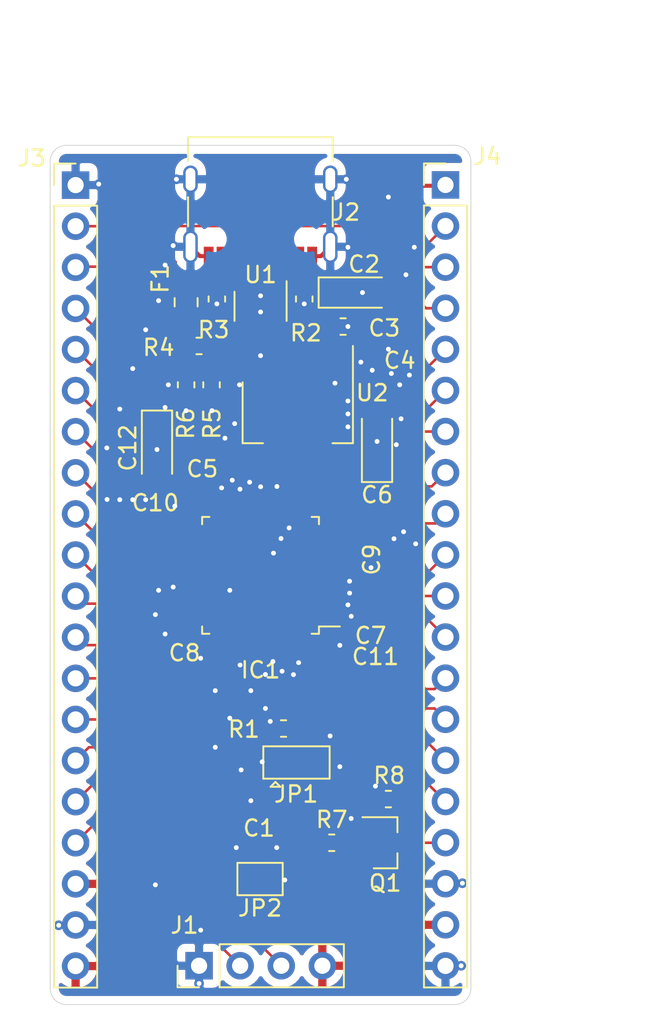
<source format=kicad_pcb>
(kicad_pcb (version 20171130) (host pcbnew "(5.1.6)-1")

  (general
    (thickness 1.6)
    (drawings 11)
    (tracks 529)
    (zones 0)
    (modules 31)
    (nets 55)
  )

  (page A4)
  (title_block
    (title Rocketboard-Engine)
    (date 2021-08-24)
    (rev 1.0)
  )

  (layers
    (0 F.Cu signal)
    (31 B.Cu signal)
    (32 B.Adhes user)
    (33 F.Adhes user)
    (34 B.Paste user)
    (35 F.Paste user)
    (36 B.SilkS user)
    (37 F.SilkS user)
    (38 B.Mask user)
    (39 F.Mask user)
    (40 Dwgs.User user)
    (41 Cmts.User user)
    (42 Eco1.User user)
    (43 Eco2.User user)
    (44 Edge.Cuts user)
    (45 Margin user)
    (46 B.CrtYd user)
    (47 F.CrtYd user)
    (48 B.Fab user)
    (49 F.Fab user)
  )

  (setup
    (last_trace_width 0.16)
    (trace_clearance 0.135)
    (zone_clearance 0.508)
    (zone_45_only no)
    (trace_min 0.127)
    (via_size 0.6)
    (via_drill 0.3)
    (via_min_size 0.4)
    (via_min_drill 0.2)
    (uvia_size 0.3)
    (uvia_drill 0.1)
    (uvias_allowed no)
    (uvia_min_size 0.2)
    (uvia_min_drill 0.1)
    (edge_width 0.05)
    (segment_width 0.2)
    (pcb_text_width 0.3)
    (pcb_text_size 1.5 1.5)
    (mod_edge_width 0.12)
    (mod_text_size 1 1)
    (mod_text_width 0.15)
    (pad_size 1.524 1.524)
    (pad_drill 0.762)
    (pad_to_mask_clearance 0.05)
    (aux_axis_origin 0 0)
    (visible_elements 7FFFFFFF)
    (pcbplotparams
      (layerselection 0x010fc_ffffffff)
      (usegerberextensions false)
      (usegerberattributes true)
      (usegerberadvancedattributes true)
      (creategerberjobfile true)
      (excludeedgelayer true)
      (linewidth 0.100000)
      (plotframeref false)
      (viasonmask false)
      (mode 1)
      (useauxorigin false)
      (hpglpennumber 1)
      (hpglpenspeed 20)
      (hpglpendiameter 15.000000)
      (psnegative false)
      (psa4output false)
      (plotreference true)
      (plotvalue true)
      (plotinvisibletext false)
      (padsonsilk false)
      (subtractmaskfromsilk false)
      (outputformat 1)
      (mirror false)
      (drillshape 1)
      (scaleselection 1)
      (outputdirectory ""))
  )

  (net 0 "")
  (net 1 /RESET)
  (net 2 GND)
  (net 3 VBUS)
  (net 4 +5V)
  (net 5 +3V3)
  (net 6 /PB9)
  (net 7 /PB8)
  (net 8 /BOOT0)
  (net 9 /PB7_I2C1_SDA)
  (net 10 /PB6_I2C1_SCL)
  (net 11 /PB5)
  (net 12 /PB4)
  (net 13 /PB3)
  (net 14 /PA15)
  (net 15 /PA14_SWCLK)
  (net 16 /PA13_SWDIO)
  (net 17 /USB_D+)
  (net 18 /USB_D-)
  (net 19 /PA10_RX)
  (net 20 /PA9_TX)
  (net 21 /PA8)
  (net 22 /PB15)
  (net 23 /PB14)
  (net 24 /PB13)
  (net 25 /PB12)
  (net 26 /PB11_I2C2_SDA)
  (net 27 /PB10_I2C2_SCL)
  (net 28 /PB2)
  (net 29 /PB1)
  (net 30 /PB0)
  (net 31 /PA7_SPI1_MOSI)
  (net 32 /PA6_SPI1_MISO)
  (net 33 /PA5_SPI1_SCK)
  (net 34 /PA4)
  (net 35 /PA3)
  (net 36 /PA2)
  (net 37 /PA1)
  (net 38 /PA0)
  (net 39 "Net-(IC1-Pad6)")
  (net 40 "Net-(IC1-Pad5)")
  (net 41 "Net-(IC1-Pad4)")
  (net 42 "Net-(IC1-Pad3)")
  (net 43 /LED_3v3_SIGNAL)
  (net 44 "Net-(J2-PadB5)")
  (net 45 "Net-(J2-PadA6)")
  (net 46 "Net-(J2-PadA8)")
  (net 47 "Net-(J2-PadA5)")
  (net 48 "Net-(J2-PadB8)")
  (net 49 "Net-(J2-PadA7)")
  (net 50 "Net-(JP1-Pad2)")
  (net 51 /LED_5v0_SIGNAL)
  (net 52 "Net-(Q1-Pad1)")
  (net 53 /USB_20R_D+)
  (net 54 /USB_20R_D-)

  (net_class Default "This is the default net class."
    (clearance 0.135)
    (trace_width 0.16)
    (via_dia 0.6)
    (via_drill 0.3)
    (uvia_dia 0.3)
    (uvia_drill 0.1)
    (add_net +3V3)
    (add_net /BOOT0)
    (add_net /LED_3v3_SIGNAL)
    (add_net /LED_5v0_SIGNAL)
    (add_net /PA0)
    (add_net /PA1)
    (add_net /PA10_RX)
    (add_net /PA13_SWDIO)
    (add_net /PA14_SWCLK)
    (add_net /PA15)
    (add_net /PA2)
    (add_net /PA3)
    (add_net /PA4)
    (add_net /PA5_SPI1_SCK)
    (add_net /PA6_SPI1_MISO)
    (add_net /PA7_SPI1_MOSI)
    (add_net /PA8)
    (add_net /PA9_TX)
    (add_net /PB0)
    (add_net /PB1)
    (add_net /PB10_I2C2_SCL)
    (add_net /PB11_I2C2_SDA)
    (add_net /PB12)
    (add_net /PB13)
    (add_net /PB14)
    (add_net /PB15)
    (add_net /PB2)
    (add_net /PB3)
    (add_net /PB4)
    (add_net /PB5)
    (add_net /PB6_I2C1_SCL)
    (add_net /PB7_I2C1_SDA)
    (add_net /PB8)
    (add_net /PB9)
    (add_net /RESET)
    (add_net /USB_20R_D+)
    (add_net /USB_20R_D-)
    (add_net /USB_D+)
    (add_net /USB_D-)
    (add_net "Net-(IC1-Pad3)")
    (add_net "Net-(IC1-Pad4)")
    (add_net "Net-(IC1-Pad5)")
    (add_net "Net-(IC1-Pad6)")
    (add_net "Net-(J2-PadA5)")
    (add_net "Net-(J2-PadA6)")
    (add_net "Net-(J2-PadA7)")
    (add_net "Net-(J2-PadA8)")
    (add_net "Net-(J2-PadB5)")
    (add_net "Net-(J2-PadB8)")
    (add_net "Net-(JP1-Pad2)")
    (add_net "Net-(Q1-Pad1)")
    (add_net VBUS)
  )

  (net_class 5V ""
    (clearance 0.2)
    (trace_width 0.25)
    (via_dia 0.6)
    (via_drill 0.3)
    (uvia_dia 0.3)
    (uvia_drill 0.1)
    (add_net +5V)
  )

  (net_class GND ""
    (clearance 0.2)
    (trace_width 0.25)
    (via_dia 0.6)
    (via_drill 0.3)
    (uvia_dia 0.3)
    (uvia_drill 0.1)
    (add_net GND)
  )

  (module Package_QFP:LQFP-48_7x7mm_P0.5mm (layer F.Cu) (tedit 5D9F72AF) (tstamp 61286E6E)
    (at 134.6 98.375 180)
    (descr "LQFP, 48 Pin (https://www.analog.com/media/en/technical-documentation/data-sheets/ltc2358-16.pdf), generated with kicad-footprint-generator ipc_gullwing_generator.py")
    (tags "LQFP QFP")
    (path /6125D989)
    (attr smd)
    (fp_text reference IC1 (at 0 -5.85) (layer F.SilkS)
      (effects (font (size 1 1) (thickness 0.15)))
    )
    (fp_text value STM32L072CBT6 (at 0 5.85) (layer F.Fab)
      (effects (font (size 1 1) (thickness 0.15)))
    )
    (fp_text user %R (at 0 0) (layer F.Fab)
      (effects (font (size 1 1) (thickness 0.15)))
    )
    (fp_line (start 3.16 3.61) (end 3.61 3.61) (layer F.SilkS) (width 0.12))
    (fp_line (start 3.61 3.61) (end 3.61 3.16) (layer F.SilkS) (width 0.12))
    (fp_line (start -3.16 3.61) (end -3.61 3.61) (layer F.SilkS) (width 0.12))
    (fp_line (start -3.61 3.61) (end -3.61 3.16) (layer F.SilkS) (width 0.12))
    (fp_line (start 3.16 -3.61) (end 3.61 -3.61) (layer F.SilkS) (width 0.12))
    (fp_line (start 3.61 -3.61) (end 3.61 -3.16) (layer F.SilkS) (width 0.12))
    (fp_line (start -3.16 -3.61) (end -3.61 -3.61) (layer F.SilkS) (width 0.12))
    (fp_line (start -3.61 -3.61) (end -3.61 -3.16) (layer F.SilkS) (width 0.12))
    (fp_line (start -3.61 -3.16) (end -4.9 -3.16) (layer F.SilkS) (width 0.12))
    (fp_line (start -2.5 -3.5) (end 3.5 -3.5) (layer F.Fab) (width 0.1))
    (fp_line (start 3.5 -3.5) (end 3.5 3.5) (layer F.Fab) (width 0.1))
    (fp_line (start 3.5 3.5) (end -3.5 3.5) (layer F.Fab) (width 0.1))
    (fp_line (start -3.5 3.5) (end -3.5 -2.5) (layer F.Fab) (width 0.1))
    (fp_line (start -3.5 -2.5) (end -2.5 -3.5) (layer F.Fab) (width 0.1))
    (fp_line (start 0 -5.15) (end -3.15 -5.15) (layer F.CrtYd) (width 0.05))
    (fp_line (start -3.15 -5.15) (end -3.15 -3.75) (layer F.CrtYd) (width 0.05))
    (fp_line (start -3.15 -3.75) (end -3.75 -3.75) (layer F.CrtYd) (width 0.05))
    (fp_line (start -3.75 -3.75) (end -3.75 -3.15) (layer F.CrtYd) (width 0.05))
    (fp_line (start -3.75 -3.15) (end -5.15 -3.15) (layer F.CrtYd) (width 0.05))
    (fp_line (start -5.15 -3.15) (end -5.15 0) (layer F.CrtYd) (width 0.05))
    (fp_line (start 0 -5.15) (end 3.15 -5.15) (layer F.CrtYd) (width 0.05))
    (fp_line (start 3.15 -5.15) (end 3.15 -3.75) (layer F.CrtYd) (width 0.05))
    (fp_line (start 3.15 -3.75) (end 3.75 -3.75) (layer F.CrtYd) (width 0.05))
    (fp_line (start 3.75 -3.75) (end 3.75 -3.15) (layer F.CrtYd) (width 0.05))
    (fp_line (start 3.75 -3.15) (end 5.15 -3.15) (layer F.CrtYd) (width 0.05))
    (fp_line (start 5.15 -3.15) (end 5.15 0) (layer F.CrtYd) (width 0.05))
    (fp_line (start 0 5.15) (end -3.15 5.15) (layer F.CrtYd) (width 0.05))
    (fp_line (start -3.15 5.15) (end -3.15 3.75) (layer F.CrtYd) (width 0.05))
    (fp_line (start -3.15 3.75) (end -3.75 3.75) (layer F.CrtYd) (width 0.05))
    (fp_line (start -3.75 3.75) (end -3.75 3.15) (layer F.CrtYd) (width 0.05))
    (fp_line (start -3.75 3.15) (end -5.15 3.15) (layer F.CrtYd) (width 0.05))
    (fp_line (start -5.15 3.15) (end -5.15 0) (layer F.CrtYd) (width 0.05))
    (fp_line (start 0 5.15) (end 3.15 5.15) (layer F.CrtYd) (width 0.05))
    (fp_line (start 3.15 5.15) (end 3.15 3.75) (layer F.CrtYd) (width 0.05))
    (fp_line (start 3.15 3.75) (end 3.75 3.75) (layer F.CrtYd) (width 0.05))
    (fp_line (start 3.75 3.75) (end 3.75 3.15) (layer F.CrtYd) (width 0.05))
    (fp_line (start 3.75 3.15) (end 5.15 3.15) (layer F.CrtYd) (width 0.05))
    (fp_line (start 5.15 3.15) (end 5.15 0) (layer F.CrtYd) (width 0.05))
    (pad 48 smd roundrect (at -2.75 -4.1625 180) (size 0.3 1.475) (layers F.Cu F.Paste F.Mask) (roundrect_rratio 0.25)
      (net 5 +3V3))
    (pad 47 smd roundrect (at -2.25 -4.1625 180) (size 0.3 1.475) (layers F.Cu F.Paste F.Mask) (roundrect_rratio 0.25)
      (net 2 GND))
    (pad 46 smd roundrect (at -1.75 -4.1625 180) (size 0.3 1.475) (layers F.Cu F.Paste F.Mask) (roundrect_rratio 0.25)
      (net 6 /PB9))
    (pad 45 smd roundrect (at -1.25 -4.1625 180) (size 0.3 1.475) (layers F.Cu F.Paste F.Mask) (roundrect_rratio 0.25)
      (net 7 /PB8))
    (pad 44 smd roundrect (at -0.75 -4.1625 180) (size 0.3 1.475) (layers F.Cu F.Paste F.Mask) (roundrect_rratio 0.25)
      (net 8 /BOOT0))
    (pad 43 smd roundrect (at -0.25 -4.1625 180) (size 0.3 1.475) (layers F.Cu F.Paste F.Mask) (roundrect_rratio 0.25)
      (net 9 /PB7_I2C1_SDA))
    (pad 42 smd roundrect (at 0.25 -4.1625 180) (size 0.3 1.475) (layers F.Cu F.Paste F.Mask) (roundrect_rratio 0.25)
      (net 10 /PB6_I2C1_SCL))
    (pad 41 smd roundrect (at 0.75 -4.1625 180) (size 0.3 1.475) (layers F.Cu F.Paste F.Mask) (roundrect_rratio 0.25)
      (net 11 /PB5))
    (pad 40 smd roundrect (at 1.25 -4.1625 180) (size 0.3 1.475) (layers F.Cu F.Paste F.Mask) (roundrect_rratio 0.25)
      (net 12 /PB4))
    (pad 39 smd roundrect (at 1.75 -4.1625 180) (size 0.3 1.475) (layers F.Cu F.Paste F.Mask) (roundrect_rratio 0.25)
      (net 13 /PB3))
    (pad 38 smd roundrect (at 2.25 -4.1625 180) (size 0.3 1.475) (layers F.Cu F.Paste F.Mask) (roundrect_rratio 0.25)
      (net 14 /PA15))
    (pad 37 smd roundrect (at 2.75 -4.1625 180) (size 0.3 1.475) (layers F.Cu F.Paste F.Mask) (roundrect_rratio 0.25)
      (net 15 /PA14_SWCLK))
    (pad 36 smd roundrect (at 4.1625 -2.75 180) (size 1.475 0.3) (layers F.Cu F.Paste F.Mask) (roundrect_rratio 0.25)
      (net 5 +3V3))
    (pad 35 smd roundrect (at 4.1625 -2.25 180) (size 1.475 0.3) (layers F.Cu F.Paste F.Mask) (roundrect_rratio 0.25)
      (net 2 GND))
    (pad 34 smd roundrect (at 4.1625 -1.75 180) (size 1.475 0.3) (layers F.Cu F.Paste F.Mask) (roundrect_rratio 0.25)
      (net 16 /PA13_SWDIO))
    (pad 33 smd roundrect (at 4.1625 -1.25 180) (size 1.475 0.3) (layers F.Cu F.Paste F.Mask) (roundrect_rratio 0.25)
      (net 17 /USB_D+))
    (pad 32 smd roundrect (at 4.1625 -0.75 180) (size 1.475 0.3) (layers F.Cu F.Paste F.Mask) (roundrect_rratio 0.25)
      (net 18 /USB_D-))
    (pad 31 smd roundrect (at 4.1625 -0.25 180) (size 1.475 0.3) (layers F.Cu F.Paste F.Mask) (roundrect_rratio 0.25)
      (net 19 /PA10_RX))
    (pad 30 smd roundrect (at 4.1625 0.25 180) (size 1.475 0.3) (layers F.Cu F.Paste F.Mask) (roundrect_rratio 0.25)
      (net 20 /PA9_TX))
    (pad 29 smd roundrect (at 4.1625 0.75 180) (size 1.475 0.3) (layers F.Cu F.Paste F.Mask) (roundrect_rratio 0.25)
      (net 21 /PA8))
    (pad 28 smd roundrect (at 4.1625 1.25 180) (size 1.475 0.3) (layers F.Cu F.Paste F.Mask) (roundrect_rratio 0.25)
      (net 22 /PB15))
    (pad 27 smd roundrect (at 4.1625 1.75 180) (size 1.475 0.3) (layers F.Cu F.Paste F.Mask) (roundrect_rratio 0.25)
      (net 23 /PB14))
    (pad 26 smd roundrect (at 4.1625 2.25 180) (size 1.475 0.3) (layers F.Cu F.Paste F.Mask) (roundrect_rratio 0.25)
      (net 24 /PB13))
    (pad 25 smd roundrect (at 4.1625 2.75 180) (size 1.475 0.3) (layers F.Cu F.Paste F.Mask) (roundrect_rratio 0.25)
      (net 25 /PB12))
    (pad 24 smd roundrect (at 2.75 4.1625 180) (size 0.3 1.475) (layers F.Cu F.Paste F.Mask) (roundrect_rratio 0.25)
      (net 5 +3V3))
    (pad 23 smd roundrect (at 2.25 4.1625 180) (size 0.3 1.475) (layers F.Cu F.Paste F.Mask) (roundrect_rratio 0.25)
      (net 2 GND))
    (pad 22 smd roundrect (at 1.75 4.1625 180) (size 0.3 1.475) (layers F.Cu F.Paste F.Mask) (roundrect_rratio 0.25)
      (net 26 /PB11_I2C2_SDA))
    (pad 21 smd roundrect (at 1.25 4.1625 180) (size 0.3 1.475) (layers F.Cu F.Paste F.Mask) (roundrect_rratio 0.25)
      (net 27 /PB10_I2C2_SCL))
    (pad 20 smd roundrect (at 0.75 4.1625 180) (size 0.3 1.475) (layers F.Cu F.Paste F.Mask) (roundrect_rratio 0.25)
      (net 28 /PB2))
    (pad 19 smd roundrect (at 0.25 4.1625 180) (size 0.3 1.475) (layers F.Cu F.Paste F.Mask) (roundrect_rratio 0.25)
      (net 29 /PB1))
    (pad 18 smd roundrect (at -0.25 4.1625 180) (size 0.3 1.475) (layers F.Cu F.Paste F.Mask) (roundrect_rratio 0.25)
      (net 30 /PB0))
    (pad 17 smd roundrect (at -0.75 4.1625 180) (size 0.3 1.475) (layers F.Cu F.Paste F.Mask) (roundrect_rratio 0.25)
      (net 31 /PA7_SPI1_MOSI))
    (pad 16 smd roundrect (at -1.25 4.1625 180) (size 0.3 1.475) (layers F.Cu F.Paste F.Mask) (roundrect_rratio 0.25)
      (net 32 /PA6_SPI1_MISO))
    (pad 15 smd roundrect (at -1.75 4.1625 180) (size 0.3 1.475) (layers F.Cu F.Paste F.Mask) (roundrect_rratio 0.25)
      (net 33 /PA5_SPI1_SCK))
    (pad 14 smd roundrect (at -2.25 4.1625 180) (size 0.3 1.475) (layers F.Cu F.Paste F.Mask) (roundrect_rratio 0.25)
      (net 34 /PA4))
    (pad 13 smd roundrect (at -2.75 4.1625 180) (size 0.3 1.475) (layers F.Cu F.Paste F.Mask) (roundrect_rratio 0.25)
      (net 35 /PA3))
    (pad 12 smd roundrect (at -4.1625 2.75 180) (size 1.475 0.3) (layers F.Cu F.Paste F.Mask) (roundrect_rratio 0.25)
      (net 36 /PA2))
    (pad 11 smd roundrect (at -4.1625 2.25 180) (size 1.475 0.3) (layers F.Cu F.Paste F.Mask) (roundrect_rratio 0.25)
      (net 37 /PA1))
    (pad 10 smd roundrect (at -4.1625 1.75 180) (size 1.475 0.3) (layers F.Cu F.Paste F.Mask) (roundrect_rratio 0.25)
      (net 38 /PA0))
    (pad 9 smd roundrect (at -4.1625 1.25 180) (size 1.475 0.3) (layers F.Cu F.Paste F.Mask) (roundrect_rratio 0.25)
      (net 5 +3V3))
    (pad 8 smd roundrect (at -4.1625 0.75 180) (size 1.475 0.3) (layers F.Cu F.Paste F.Mask) (roundrect_rratio 0.25)
      (net 2 GND))
    (pad 7 smd roundrect (at -4.1625 0.25 180) (size 1.475 0.3) (layers F.Cu F.Paste F.Mask) (roundrect_rratio 0.25)
      (net 1 /RESET))
    (pad 6 smd roundrect (at -4.1625 -0.25 180) (size 1.475 0.3) (layers F.Cu F.Paste F.Mask) (roundrect_rratio 0.25)
      (net 39 "Net-(IC1-Pad6)"))
    (pad 5 smd roundrect (at -4.1625 -0.75 180) (size 1.475 0.3) (layers F.Cu F.Paste F.Mask) (roundrect_rratio 0.25)
      (net 40 "Net-(IC1-Pad5)"))
    (pad 4 smd roundrect (at -4.1625 -1.25 180) (size 1.475 0.3) (layers F.Cu F.Paste F.Mask) (roundrect_rratio 0.25)
      (net 41 "Net-(IC1-Pad4)"))
    (pad 3 smd roundrect (at -4.1625 -1.75 180) (size 1.475 0.3) (layers F.Cu F.Paste F.Mask) (roundrect_rratio 0.25)
      (net 42 "Net-(IC1-Pad3)"))
    (pad 2 smd roundrect (at -4.1625 -2.25 180) (size 1.475 0.3) (layers F.Cu F.Paste F.Mask) (roundrect_rratio 0.25)
      (net 43 /LED_3v3_SIGNAL))
    (pad 1 smd roundrect (at -4.1625 -2.75 180) (size 1.475 0.3) (layers F.Cu F.Paste F.Mask) (roundrect_rratio 0.25)
      (net 5 +3V3))
    (model ${KISYS3DMOD}/Package_QFP.3dshapes/LQFP-48_7x7mm_P0.5mm.wrl
      (at (xyz 0 0 0))
      (scale (xyz 1 1 1))
      (rotate (xyz 0 0 0))
    )
  )

  (module Package_TO_SOT_SMD:SOT-223-3_TabPin2 (layer F.Cu) (tedit 5A02FF57) (tstamp 6127153A)
    (at 136.9 88.3 270)
    (descr "module CMS SOT223 4 pins")
    (tags "CMS SOT")
    (path /6126F392)
    (attr smd)
    (fp_text reference U2 (at -1.2 -4.6 180) (layer F.SilkS)
      (effects (font (size 1 1) (thickness 0.15)))
    )
    (fp_text value AMS1117-3.3 (at 0 4.5 90) (layer F.Fab)
      (effects (font (size 1 1) (thickness 0.15)))
    )
    (fp_text user %R (at 0 0) (layer F.Fab)
      (effects (font (size 0.8 0.8) (thickness 0.12)))
    )
    (fp_line (start 1.91 3.41) (end 1.91 2.15) (layer F.SilkS) (width 0.12))
    (fp_line (start 1.91 -3.41) (end 1.91 -2.15) (layer F.SilkS) (width 0.12))
    (fp_line (start 4.4 -3.6) (end -4.4 -3.6) (layer F.CrtYd) (width 0.05))
    (fp_line (start 4.4 3.6) (end 4.4 -3.6) (layer F.CrtYd) (width 0.05))
    (fp_line (start -4.4 3.6) (end 4.4 3.6) (layer F.CrtYd) (width 0.05))
    (fp_line (start -4.4 -3.6) (end -4.4 3.6) (layer F.CrtYd) (width 0.05))
    (fp_line (start -1.85 -2.35) (end -0.85 -3.35) (layer F.Fab) (width 0.1))
    (fp_line (start -1.85 -2.35) (end -1.85 3.35) (layer F.Fab) (width 0.1))
    (fp_line (start -1.85 3.41) (end 1.91 3.41) (layer F.SilkS) (width 0.12))
    (fp_line (start -0.85 -3.35) (end 1.85 -3.35) (layer F.Fab) (width 0.1))
    (fp_line (start -4.1 -3.41) (end 1.91 -3.41) (layer F.SilkS) (width 0.12))
    (fp_line (start -1.85 3.35) (end 1.85 3.35) (layer F.Fab) (width 0.1))
    (fp_line (start 1.85 -3.35) (end 1.85 3.35) (layer F.Fab) (width 0.1))
    (pad 1 smd rect (at -3.15 -2.3 270) (size 2 1.5) (layers F.Cu F.Paste F.Mask)
      (net 2 GND))
    (pad 3 smd rect (at -3.15 2.3 270) (size 2 1.5) (layers F.Cu F.Paste F.Mask)
      (net 4 +5V))
    (pad 2 smd rect (at -3.15 0 270) (size 2 1.5) (layers F.Cu F.Paste F.Mask)
      (net 5 +3V3))
    (pad 2 smd rect (at 3.15 0 270) (size 2 3.8) (layers F.Cu F.Paste F.Mask)
      (net 5 +3V3))
    (model ${KISYS3DMOD}/Package_TO_SOT_SMD.3dshapes/SOT-223.wrl
      (at (xyz 0 0 0))
      (scale (xyz 1 1 1))
      (rotate (xyz 0 0 0))
    )
  )

  (module Package_TO_SOT_SMD:SOT-23-6 (layer F.Cu) (tedit 5A02FF57) (tstamp 61272749)
    (at 134.6 81.75 270)
    (descr "6-pin SOT-23 package")
    (tags SOT-23-6)
    (path /612730C1)
    (attr smd)
    (fp_text reference U1 (at -1.95 0 180) (layer F.SilkS)
      (effects (font (size 1 1) (thickness 0.15)))
    )
    (fp_text value USBLC6-2SC6 (at 0 2.9 90) (layer F.Fab)
      (effects (font (size 1 1) (thickness 0.15)))
    )
    (fp_text user %R (at 0 0) (layer F.Fab)
      (effects (font (size 0.5 0.5) (thickness 0.075)))
    )
    (fp_line (start -0.9 1.61) (end 0.9 1.61) (layer F.SilkS) (width 0.12))
    (fp_line (start 0.9 -1.61) (end -1.55 -1.61) (layer F.SilkS) (width 0.12))
    (fp_line (start 1.9 -1.8) (end -1.9 -1.8) (layer F.CrtYd) (width 0.05))
    (fp_line (start 1.9 1.8) (end 1.9 -1.8) (layer F.CrtYd) (width 0.05))
    (fp_line (start -1.9 1.8) (end 1.9 1.8) (layer F.CrtYd) (width 0.05))
    (fp_line (start -1.9 -1.8) (end -1.9 1.8) (layer F.CrtYd) (width 0.05))
    (fp_line (start -0.9 -0.9) (end -0.25 -1.55) (layer F.Fab) (width 0.1))
    (fp_line (start 0.9 -1.55) (end -0.25 -1.55) (layer F.Fab) (width 0.1))
    (fp_line (start -0.9 -0.9) (end -0.9 1.55) (layer F.Fab) (width 0.1))
    (fp_line (start 0.9 1.55) (end -0.9 1.55) (layer F.Fab) (width 0.1))
    (fp_line (start 0.9 -1.55) (end 0.9 1.55) (layer F.Fab) (width 0.1))
    (pad 5 smd rect (at 1.1 0 270) (size 1.06 0.65) (layers F.Cu F.Paste F.Mask)
      (net 4 +5V))
    (pad 6 smd rect (at 1.1 -0.95 270) (size 1.06 0.65) (layers F.Cu F.Paste F.Mask)
      (net 54 /USB_20R_D-))
    (pad 4 smd rect (at 1.1 0.95 270) (size 1.06 0.65) (layers F.Cu F.Paste F.Mask)
      (net 53 /USB_20R_D+))
    (pad 3 smd rect (at -1.1 0.95 270) (size 1.06 0.65) (layers F.Cu F.Paste F.Mask)
      (net 45 "Net-(J2-PadA6)"))
    (pad 2 smd rect (at -1.1 0 270) (size 1.06 0.65) (layers F.Cu F.Paste F.Mask)
      (net 2 GND))
    (pad 1 smd rect (at -1.1 -0.95 270) (size 1.06 0.65) (layers F.Cu F.Paste F.Mask)
      (net 49 "Net-(J2-PadA7)"))
    (model ${KISYS3DMOD}/Package_TO_SOT_SMD.3dshapes/SOT-23-6.wrl
      (at (xyz 0 0 0))
      (scale (xyz 1 1 1))
      (rotate (xyz 0 0 0))
    )
  )

  (module Jumper:SolderJumper-2_P1.3mm_Open_Pad1.0x1.5mm (layer F.Cu) (tedit 5A3EABFC) (tstamp 6127150E)
    (at 134.57 117.14 180)
    (descr "SMD Solder Jumper, 1x1.5mm Pads, 0.3mm gap, open")
    (tags "solder jumper open")
    (path /61316B9F)
    (attr virtual)
    (fp_text reference JP2 (at 0 -1.8) (layer F.SilkS)
      (effects (font (size 1 1) (thickness 0.15)))
    )
    (fp_text value SW_MEC_5G (at 0 1.9) (layer F.Fab)
      (effects (font (size 1 1) (thickness 0.15)))
    )
    (fp_line (start -1.4 1) (end -1.4 -1) (layer F.SilkS) (width 0.12))
    (fp_line (start 1.4 1) (end -1.4 1) (layer F.SilkS) (width 0.12))
    (fp_line (start 1.4 -1) (end 1.4 1) (layer F.SilkS) (width 0.12))
    (fp_line (start -1.4 -1) (end 1.4 -1) (layer F.SilkS) (width 0.12))
    (fp_line (start -1.65 -1.25) (end 1.65 -1.25) (layer F.CrtYd) (width 0.05))
    (fp_line (start -1.65 -1.25) (end -1.65 1.25) (layer F.CrtYd) (width 0.05))
    (fp_line (start 1.65 1.25) (end 1.65 -1.25) (layer F.CrtYd) (width 0.05))
    (fp_line (start 1.65 1.25) (end -1.65 1.25) (layer F.CrtYd) (width 0.05))
    (pad 1 smd rect (at -0.65 0 180) (size 1 1.5) (layers F.Cu F.Mask)
      (net 2 GND))
    (pad 2 smd rect (at 0.65 0 180) (size 1 1.5) (layers F.Cu F.Mask)
      (net 1 /RESET))
  )

  (module Resistor_SMD:R_0603_1608Metric (layer F.Cu) (tedit 5B301BBD) (tstamp 61271500)
    (at 142.5 112.2 180)
    (descr "Resistor SMD 0603 (1608 Metric), square (rectangular) end terminal, IPC_7351 nominal, (Body size source: http://www.tortai-tech.com/upload/download/2011102023233369053.pdf), generated with kicad-footprint-generator")
    (tags resistor)
    (path /613B2168)
    (attr smd)
    (fp_text reference R8 (at -0.05 1.45) (layer F.SilkS)
      (effects (font (size 1 1) (thickness 0.15)))
    )
    (fp_text value 10k (at 0 1.43) (layer F.Fab)
      (effects (font (size 1 1) (thickness 0.15)))
    )
    (fp_text user %R (at 0 0) (layer F.Fab)
      (effects (font (size 0.4 0.4) (thickness 0.06)))
    )
    (fp_line (start -0.8 0.4) (end -0.8 -0.4) (layer F.Fab) (width 0.1))
    (fp_line (start -0.8 -0.4) (end 0.8 -0.4) (layer F.Fab) (width 0.1))
    (fp_line (start 0.8 -0.4) (end 0.8 0.4) (layer F.Fab) (width 0.1))
    (fp_line (start 0.8 0.4) (end -0.8 0.4) (layer F.Fab) (width 0.1))
    (fp_line (start -0.162779 -0.51) (end 0.162779 -0.51) (layer F.SilkS) (width 0.12))
    (fp_line (start -0.162779 0.51) (end 0.162779 0.51) (layer F.SilkS) (width 0.12))
    (fp_line (start -1.48 0.73) (end -1.48 -0.73) (layer F.CrtYd) (width 0.05))
    (fp_line (start -1.48 -0.73) (end 1.48 -0.73) (layer F.CrtYd) (width 0.05))
    (fp_line (start 1.48 -0.73) (end 1.48 0.73) (layer F.CrtYd) (width 0.05))
    (fp_line (start 1.48 0.73) (end -1.48 0.73) (layer F.CrtYd) (width 0.05))
    (pad 2 smd roundrect (at 0.7875 0 180) (size 0.875 0.95) (layers F.Cu F.Paste F.Mask) (roundrect_rratio 0.25)
      (net 4 +5V))
    (pad 1 smd roundrect (at -0.7875 0 180) (size 0.875 0.95) (layers F.Cu F.Paste F.Mask) (roundrect_rratio 0.25)
      (net 51 /LED_5v0_SIGNAL))
    (model ${KISYS3DMOD}/Resistor_SMD.3dshapes/R_0603_1608Metric.wrl
      (at (xyz 0 0 0))
      (scale (xyz 1 1 1))
      (rotate (xyz 0 0 0))
    )
  )

  (module Resistor_SMD:R_0603_1608Metric (layer F.Cu) (tedit 5B301BBD) (tstamp 612714EF)
    (at 139 114.9)
    (descr "Resistor SMD 0603 (1608 Metric), square (rectangular) end terminal, IPC_7351 nominal, (Body size source: http://www.tortai-tech.com/upload/download/2011102023233369053.pdf), generated with kicad-footprint-generator")
    (tags resistor)
    (path /613B0A07)
    (attr smd)
    (fp_text reference R7 (at 0 -1.43) (layer F.SilkS)
      (effects (font (size 1 1) (thickness 0.15)))
    )
    (fp_text value 10k (at 0 1.43) (layer F.Fab)
      (effects (font (size 1 1) (thickness 0.15)))
    )
    (fp_text user %R (at -1 -1.4) (layer F.Fab)
      (effects (font (size 0.4 0.4) (thickness 0.06)))
    )
    (fp_line (start -0.8 0.4) (end -0.8 -0.4) (layer F.Fab) (width 0.1))
    (fp_line (start -0.8 -0.4) (end 0.8 -0.4) (layer F.Fab) (width 0.1))
    (fp_line (start 0.8 -0.4) (end 0.8 0.4) (layer F.Fab) (width 0.1))
    (fp_line (start 0.8 0.4) (end -0.8 0.4) (layer F.Fab) (width 0.1))
    (fp_line (start -0.162779 -0.51) (end 0.162779 -0.51) (layer F.SilkS) (width 0.12))
    (fp_line (start -0.162779 0.51) (end 0.162779 0.51) (layer F.SilkS) (width 0.12))
    (fp_line (start -1.48 0.73) (end -1.48 -0.73) (layer F.CrtYd) (width 0.05))
    (fp_line (start -1.48 -0.73) (end 1.48 -0.73) (layer F.CrtYd) (width 0.05))
    (fp_line (start 1.48 -0.73) (end 1.48 0.73) (layer F.CrtYd) (width 0.05))
    (fp_line (start 1.48 0.73) (end -1.48 0.73) (layer F.CrtYd) (width 0.05))
    (pad 2 smd roundrect (at 0.7875 0) (size 0.875 0.95) (layers F.Cu F.Paste F.Mask) (roundrect_rratio 0.25)
      (net 52 "Net-(Q1-Pad1)"))
    (pad 1 smd roundrect (at -0.7875 0) (size 0.875 0.95) (layers F.Cu F.Paste F.Mask) (roundrect_rratio 0.25)
      (net 43 /LED_3v3_SIGNAL))
    (model ${KISYS3DMOD}/Resistor_SMD.3dshapes/R_0603_1608Metric.wrl
      (at (xyz 0 0 0))
      (scale (xyz 1 1 1))
      (rotate (xyz 0 0 0))
    )
  )

  (module Resistor_SMD:R_0603_1608Metric (layer F.Cu) (tedit 5B301BBD) (tstamp 612714DE)
    (at 130 86.6025 90)
    (descr "Resistor SMD 0603 (1608 Metric), square (rectangular) end terminal, IPC_7351 nominal, (Body size source: http://www.tortai-tech.com/upload/download/2011102023233369053.pdf), generated with kicad-footprint-generator")
    (tags resistor)
    (path /612A36DC)
    (attr smd)
    (fp_text reference R6 (at -2.3975 -0.02 90) (layer F.SilkS)
      (effects (font (size 1 1) (thickness 0.15)))
    )
    (fp_text value 20 (at 0 1.43 90) (layer F.Fab)
      (effects (font (size 1 1) (thickness 0.15)))
    )
    (fp_text user %R (at 0 0 90) (layer F.Fab)
      (effects (font (size 0.4 0.4) (thickness 0.06)))
    )
    (fp_line (start -0.8 0.4) (end -0.8 -0.4) (layer F.Fab) (width 0.1))
    (fp_line (start -0.8 -0.4) (end 0.8 -0.4) (layer F.Fab) (width 0.1))
    (fp_line (start 0.8 -0.4) (end 0.8 0.4) (layer F.Fab) (width 0.1))
    (fp_line (start 0.8 0.4) (end -0.8 0.4) (layer F.Fab) (width 0.1))
    (fp_line (start -0.162779 -0.51) (end 0.162779 -0.51) (layer F.SilkS) (width 0.12))
    (fp_line (start -0.162779 0.51) (end 0.162779 0.51) (layer F.SilkS) (width 0.12))
    (fp_line (start -1.48 0.73) (end -1.48 -0.73) (layer F.CrtYd) (width 0.05))
    (fp_line (start -1.48 -0.73) (end 1.48 -0.73) (layer F.CrtYd) (width 0.05))
    (fp_line (start 1.48 -0.73) (end 1.48 0.73) (layer F.CrtYd) (width 0.05))
    (fp_line (start 1.48 0.73) (end -1.48 0.73) (layer F.CrtYd) (width 0.05))
    (pad 2 smd roundrect (at 0.7875 0 90) (size 0.875 0.95) (layers F.Cu F.Paste F.Mask) (roundrect_rratio 0.25)
      (net 53 /USB_20R_D+))
    (pad 1 smd roundrect (at -0.7875 0 90) (size 0.875 0.95) (layers F.Cu F.Paste F.Mask) (roundrect_rratio 0.25)
      (net 17 /USB_D+))
    (model ${KISYS3DMOD}/Resistor_SMD.3dshapes/R_0603_1608Metric.wrl
      (at (xyz 0 0 0))
      (scale (xyz 1 1 1))
      (rotate (xyz 0 0 0))
    )
  )

  (module Resistor_SMD:R_0603_1608Metric (layer F.Cu) (tedit 5B301BBD) (tstamp 612714CD)
    (at 131.57 86.6025 90)
    (descr "Resistor SMD 0603 (1608 Metric), square (rectangular) end terminal, IPC_7351 nominal, (Body size source: http://www.tortai-tech.com/upload/download/2011102023233369053.pdf), generated with kicad-footprint-generator")
    (tags resistor)
    (path /612A4F85)
    (attr smd)
    (fp_text reference R5 (at -2.3975 0.03 90) (layer F.SilkS)
      (effects (font (size 1 1) (thickness 0.15)))
    )
    (fp_text value 20 (at 0 1.43 90) (layer F.Fab)
      (effects (font (size 1 1) (thickness 0.15)))
    )
    (fp_text user %R (at 0 0 90) (layer F.Fab)
      (effects (font (size 0.4 0.4) (thickness 0.06)))
    )
    (fp_line (start -0.8 0.4) (end -0.8 -0.4) (layer F.Fab) (width 0.1))
    (fp_line (start -0.8 -0.4) (end 0.8 -0.4) (layer F.Fab) (width 0.1))
    (fp_line (start 0.8 -0.4) (end 0.8 0.4) (layer F.Fab) (width 0.1))
    (fp_line (start 0.8 0.4) (end -0.8 0.4) (layer F.Fab) (width 0.1))
    (fp_line (start -0.162779 -0.51) (end 0.162779 -0.51) (layer F.SilkS) (width 0.12))
    (fp_line (start -0.162779 0.51) (end 0.162779 0.51) (layer F.SilkS) (width 0.12))
    (fp_line (start -1.48 0.73) (end -1.48 -0.73) (layer F.CrtYd) (width 0.05))
    (fp_line (start -1.48 -0.73) (end 1.48 -0.73) (layer F.CrtYd) (width 0.05))
    (fp_line (start 1.48 -0.73) (end 1.48 0.73) (layer F.CrtYd) (width 0.05))
    (fp_line (start 1.48 0.73) (end -1.48 0.73) (layer F.CrtYd) (width 0.05))
    (pad 2 smd roundrect (at 0.7875 0 90) (size 0.875 0.95) (layers F.Cu F.Paste F.Mask) (roundrect_rratio 0.25)
      (net 54 /USB_20R_D-))
    (pad 1 smd roundrect (at -0.7875 0 90) (size 0.875 0.95) (layers F.Cu F.Paste F.Mask) (roundrect_rratio 0.25)
      (net 18 /USB_D-))
    (model ${KISYS3DMOD}/Resistor_SMD.3dshapes/R_0603_1608Metric.wrl
      (at (xyz 0 0 0))
      (scale (xyz 1 1 1))
      (rotate (xyz 0 0 0))
    )
  )

  (module Resistor_SMD:R_0603_1608Metric (layer F.Cu) (tedit 5B301BBD) (tstamp 612714BC)
    (at 130.8 84.2 180)
    (descr "Resistor SMD 0603 (1608 Metric), square (rectangular) end terminal, IPC_7351 nominal, (Body size source: http://www.tortai-tech.com/upload/download/2011102023233369053.pdf), generated with kicad-footprint-generator")
    (tags resistor)
    (path /612A0FF6)
    (attr smd)
    (fp_text reference R4 (at 2.5 -0.1) (layer F.SilkS)
      (effects (font (size 1 1) (thickness 0.15)))
    )
    (fp_text value 1.5k (at 0 1.43) (layer F.Fab)
      (effects (font (size 1 1) (thickness 0.15)))
    )
    (fp_text user %R (at 0 0) (layer F.Fab)
      (effects (font (size 0.4 0.4) (thickness 0.06)))
    )
    (fp_line (start -0.8 0.4) (end -0.8 -0.4) (layer F.Fab) (width 0.1))
    (fp_line (start -0.8 -0.4) (end 0.8 -0.4) (layer F.Fab) (width 0.1))
    (fp_line (start 0.8 -0.4) (end 0.8 0.4) (layer F.Fab) (width 0.1))
    (fp_line (start 0.8 0.4) (end -0.8 0.4) (layer F.Fab) (width 0.1))
    (fp_line (start -0.162779 -0.51) (end 0.162779 -0.51) (layer F.SilkS) (width 0.12))
    (fp_line (start -0.162779 0.51) (end 0.162779 0.51) (layer F.SilkS) (width 0.12))
    (fp_line (start -1.48 0.73) (end -1.48 -0.73) (layer F.CrtYd) (width 0.05))
    (fp_line (start -1.48 -0.73) (end 1.48 -0.73) (layer F.CrtYd) (width 0.05))
    (fp_line (start 1.48 -0.73) (end 1.48 0.73) (layer F.CrtYd) (width 0.05))
    (fp_line (start 1.48 0.73) (end -1.48 0.73) (layer F.CrtYd) (width 0.05))
    (pad 2 smd roundrect (at 0.7875 0 180) (size 0.875 0.95) (layers F.Cu F.Paste F.Mask) (roundrect_rratio 0.25)
      (net 4 +5V))
    (pad 1 smd roundrect (at -0.7875 0 180) (size 0.875 0.95) (layers F.Cu F.Paste F.Mask) (roundrect_rratio 0.25)
      (net 53 /USB_20R_D+))
    (model ${KISYS3DMOD}/Resistor_SMD.3dshapes/R_0603_1608Metric.wrl
      (at (xyz 0 0 0))
      (scale (xyz 1 1 1))
      (rotate (xyz 0 0 0))
    )
  )

  (module Resistor_SMD:R_0603_1608Metric (layer F.Cu) (tedit 5B301BBD) (tstamp 61276321)
    (at 131.9 81.3 270)
    (descr "Resistor SMD 0603 (1608 Metric), square (rectangular) end terminal, IPC_7351 nominal, (Body size source: http://www.tortai-tech.com/upload/download/2011102023233369053.pdf), generated with kicad-footprint-generator")
    (tags resistor)
    (path /61292A38)
    (attr smd)
    (fp_text reference R3 (at 1.9 0.2 180) (layer F.SilkS)
      (effects (font (size 1 1) (thickness 0.15)))
    )
    (fp_text value 5.1k (at 0 1.43 90) (layer F.Fab)
      (effects (font (size 1 1) (thickness 0.15)))
    )
    (fp_text user %R (at 0 0 90) (layer F.Fab)
      (effects (font (size 0.4 0.4) (thickness 0.06)))
    )
    (fp_line (start -0.8 0.4) (end -0.8 -0.4) (layer F.Fab) (width 0.1))
    (fp_line (start -0.8 -0.4) (end 0.8 -0.4) (layer F.Fab) (width 0.1))
    (fp_line (start 0.8 -0.4) (end 0.8 0.4) (layer F.Fab) (width 0.1))
    (fp_line (start 0.8 0.4) (end -0.8 0.4) (layer F.Fab) (width 0.1))
    (fp_line (start -0.162779 -0.51) (end 0.162779 -0.51) (layer F.SilkS) (width 0.12))
    (fp_line (start -0.162779 0.51) (end 0.162779 0.51) (layer F.SilkS) (width 0.12))
    (fp_line (start -1.48 0.73) (end -1.48 -0.73) (layer F.CrtYd) (width 0.05))
    (fp_line (start -1.48 -0.73) (end 1.48 -0.73) (layer F.CrtYd) (width 0.05))
    (fp_line (start 1.48 -0.73) (end 1.48 0.73) (layer F.CrtYd) (width 0.05))
    (fp_line (start 1.48 0.73) (end -1.48 0.73) (layer F.CrtYd) (width 0.05))
    (pad 2 smd roundrect (at 0.7875 0 270) (size 0.875 0.95) (layers F.Cu F.Paste F.Mask) (roundrect_rratio 0.25)
      (net 2 GND))
    (pad 1 smd roundrect (at -0.7875 0 270) (size 0.875 0.95) (layers F.Cu F.Paste F.Mask) (roundrect_rratio 0.25)
      (net 44 "Net-(J2-PadB5)"))
    (model ${KISYS3DMOD}/Resistor_SMD.3dshapes/R_0603_1608Metric.wrl
      (at (xyz 0 0 0))
      (scale (xyz 1 1 1))
      (rotate (xyz 0 0 0))
    )
  )

  (module Resistor_SMD:R_0603_1608Metric (layer F.Cu) (tedit 5B301BBD) (tstamp 6127149A)
    (at 137.3 81.3 90)
    (descr "Resistor SMD 0603 (1608 Metric), square (rectangular) end terminal, IPC_7351 nominal, (Body size source: http://www.tortai-tech.com/upload/download/2011102023233369053.pdf), generated with kicad-footprint-generator")
    (tags resistor)
    (path /612916EF)
    (attr smd)
    (fp_text reference R2 (at -2.1 0.1 180) (layer F.SilkS)
      (effects (font (size 1 1) (thickness 0.15)))
    )
    (fp_text value 5.1k (at 0 1.43 90) (layer F.Fab)
      (effects (font (size 1 1) (thickness 0.15)))
    )
    (fp_text user %R (at 0 0 90) (layer F.Fab)
      (effects (font (size 0.4 0.4) (thickness 0.06)))
    )
    (fp_line (start -0.8 0.4) (end -0.8 -0.4) (layer F.Fab) (width 0.1))
    (fp_line (start -0.8 -0.4) (end 0.8 -0.4) (layer F.Fab) (width 0.1))
    (fp_line (start 0.8 -0.4) (end 0.8 0.4) (layer F.Fab) (width 0.1))
    (fp_line (start 0.8 0.4) (end -0.8 0.4) (layer F.Fab) (width 0.1))
    (fp_line (start -0.162779 -0.51) (end 0.162779 -0.51) (layer F.SilkS) (width 0.12))
    (fp_line (start -0.162779 0.51) (end 0.162779 0.51) (layer F.SilkS) (width 0.12))
    (fp_line (start -1.48 0.73) (end -1.48 -0.73) (layer F.CrtYd) (width 0.05))
    (fp_line (start -1.48 -0.73) (end 1.48 -0.73) (layer F.CrtYd) (width 0.05))
    (fp_line (start 1.48 -0.73) (end 1.48 0.73) (layer F.CrtYd) (width 0.05))
    (fp_line (start 1.48 0.73) (end -1.48 0.73) (layer F.CrtYd) (width 0.05))
    (pad 2 smd roundrect (at 0.7875 0 90) (size 0.875 0.95) (layers F.Cu F.Paste F.Mask) (roundrect_rratio 0.25)
      (net 47 "Net-(J2-PadA5)"))
    (pad 1 smd roundrect (at -0.7875 0 90) (size 0.875 0.95) (layers F.Cu F.Paste F.Mask) (roundrect_rratio 0.25)
      (net 2 GND))
    (model ${KISYS3DMOD}/Resistor_SMD.3dshapes/R_0603_1608Metric.wrl
      (at (xyz 0 0 0))
      (scale (xyz 1 1 1))
      (rotate (xyz 0 0 0))
    )
  )

  (module Resistor_SMD:R_0603_1608Metric (layer F.Cu) (tedit 5B301BBD) (tstamp 61271489)
    (at 136.02 107.84)
    (descr "Resistor SMD 0603 (1608 Metric), square (rectangular) end terminal, IPC_7351 nominal, (Body size source: http://www.tortai-tech.com/upload/download/2011102023233369053.pdf), generated with kicad-footprint-generator")
    (tags resistor)
    (path /6135C546)
    (attr smd)
    (fp_text reference R1 (at -2.45 0.05) (layer F.SilkS)
      (effects (font (size 1 1) (thickness 0.15)))
    )
    (fp_text value 10k (at 0 1.43) (layer F.Fab)
      (effects (font (size 1 1) (thickness 0.15)))
    )
    (fp_text user %R (at 0 0) (layer F.Fab)
      (effects (font (size 0.4 0.4) (thickness 0.06)))
    )
    (fp_line (start -0.8 0.4) (end -0.8 -0.4) (layer F.Fab) (width 0.1))
    (fp_line (start -0.8 -0.4) (end 0.8 -0.4) (layer F.Fab) (width 0.1))
    (fp_line (start 0.8 -0.4) (end 0.8 0.4) (layer F.Fab) (width 0.1))
    (fp_line (start 0.8 0.4) (end -0.8 0.4) (layer F.Fab) (width 0.1))
    (fp_line (start -0.162779 -0.51) (end 0.162779 -0.51) (layer F.SilkS) (width 0.12))
    (fp_line (start -0.162779 0.51) (end 0.162779 0.51) (layer F.SilkS) (width 0.12))
    (fp_line (start -1.48 0.73) (end -1.48 -0.73) (layer F.CrtYd) (width 0.05))
    (fp_line (start -1.48 -0.73) (end 1.48 -0.73) (layer F.CrtYd) (width 0.05))
    (fp_line (start 1.48 -0.73) (end 1.48 0.73) (layer F.CrtYd) (width 0.05))
    (fp_line (start 1.48 0.73) (end -1.48 0.73) (layer F.CrtYd) (width 0.05))
    (pad 2 smd roundrect (at 0.7875 0) (size 0.875 0.95) (layers F.Cu F.Paste F.Mask) (roundrect_rratio 0.25)
      (net 50 "Net-(JP1-Pad2)"))
    (pad 1 smd roundrect (at -0.7875 0) (size 0.875 0.95) (layers F.Cu F.Paste F.Mask) (roundrect_rratio 0.25)
      (net 8 /BOOT0))
    (model ${KISYS3DMOD}/Resistor_SMD.3dshapes/R_0603_1608Metric.wrl
      (at (xyz 0 0 0))
      (scale (xyz 1 1 1))
      (rotate (xyz 0 0 0))
    )
  )

  (module Package_TO_SOT_SMD:SOT-23 (layer F.Cu) (tedit 5A02FF57) (tstamp 61271478)
    (at 142.3 114.9)
    (descr "SOT-23, Standard")
    (tags SOT-23)
    (path /613A6DBF)
    (attr smd)
    (fp_text reference Q1 (at 0 2.5) (layer F.SilkS)
      (effects (font (size 1 1) (thickness 0.15)))
    )
    (fp_text value BSS138 (at 0 2.5) (layer F.Fab)
      (effects (font (size 1 1) (thickness 0.15)))
    )
    (fp_text user %R (at 0 0 90) (layer F.Fab)
      (effects (font (size 0.5 0.5) (thickness 0.075)))
    )
    (fp_line (start -0.7 -0.95) (end -0.7 1.5) (layer F.Fab) (width 0.1))
    (fp_line (start -0.15 -1.52) (end 0.7 -1.52) (layer F.Fab) (width 0.1))
    (fp_line (start -0.7 -0.95) (end -0.15 -1.52) (layer F.Fab) (width 0.1))
    (fp_line (start 0.7 -1.52) (end 0.7 1.52) (layer F.Fab) (width 0.1))
    (fp_line (start -0.7 1.52) (end 0.7 1.52) (layer F.Fab) (width 0.1))
    (fp_line (start 0.76 1.58) (end 0.76 0.65) (layer F.SilkS) (width 0.12))
    (fp_line (start 0.76 -1.58) (end 0.76 -0.65) (layer F.SilkS) (width 0.12))
    (fp_line (start -1.7 -1.75) (end 1.7 -1.75) (layer F.CrtYd) (width 0.05))
    (fp_line (start 1.7 -1.75) (end 1.7 1.75) (layer F.CrtYd) (width 0.05))
    (fp_line (start 1.7 1.75) (end -1.7 1.75) (layer F.CrtYd) (width 0.05))
    (fp_line (start -1.7 1.75) (end -1.7 -1.75) (layer F.CrtYd) (width 0.05))
    (fp_line (start 0.76 -1.58) (end -1.4 -1.58) (layer F.SilkS) (width 0.12))
    (fp_line (start 0.76 1.58) (end -0.7 1.58) (layer F.SilkS) (width 0.12))
    (pad 3 smd rect (at 1 0) (size 0.9 0.8) (layers F.Cu F.Paste F.Mask)
      (net 51 /LED_5v0_SIGNAL))
    (pad 2 smd rect (at -1 0.95) (size 0.9 0.8) (layers F.Cu F.Paste F.Mask)
      (net 43 /LED_3v3_SIGNAL))
    (pad 1 smd rect (at -1 -0.95) (size 0.9 0.8) (layers F.Cu F.Paste F.Mask)
      (net 52 "Net-(Q1-Pad1)"))
    (model ${KISYS3DMOD}/Package_TO_SOT_SMD.3dshapes/SOT-23.wrl
      (at (xyz 0 0 0))
      (scale (xyz 1 1 1))
      (rotate (xyz 0 0 0))
    )
  )

  (module Jumper:SolderJumper-3_P1.3mm_Bridged12_Pad1.0x1.5mm (layer F.Cu) (tedit 5C756B4C) (tstamp 61271463)
    (at 136.82 109.94)
    (descr "SMD Solder 3-pad Jumper, 1x1.5mm Pads, 0.3mm gap, pads 1-2 bridged with 1 copper strip")
    (tags "solder jumper open")
    (path /6134D64C)
    (attr virtual)
    (fp_text reference JP1 (at -0.02 1.96) (layer F.SilkS)
      (effects (font (size 1 1) (thickness 0.15)))
    )
    (fp_text value Boot_Jump (at 0 2) (layer F.Fab)
      (effects (font (size 1 1) (thickness 0.15)))
    )
    (fp_line (start -1.3 1.2) (end -1 1.5) (layer F.SilkS) (width 0.12))
    (fp_line (start -1.6 1.5) (end -1 1.5) (layer F.SilkS) (width 0.12))
    (fp_line (start -1.3 1.2) (end -1.6 1.5) (layer F.SilkS) (width 0.12))
    (fp_line (start -2.05 1) (end -2.05 -1) (layer F.SilkS) (width 0.12))
    (fp_line (start 2.05 1) (end -2.05 1) (layer F.SilkS) (width 0.12))
    (fp_line (start 2.05 -1) (end 2.05 1) (layer F.SilkS) (width 0.12))
    (fp_line (start -2.05 -1) (end 2.05 -1) (layer F.SilkS) (width 0.12))
    (fp_line (start -2.3 -1.25) (end 2.3 -1.25) (layer F.CrtYd) (width 0.05))
    (fp_line (start -2.3 -1.25) (end -2.3 1.25) (layer F.CrtYd) (width 0.05))
    (fp_line (start 2.3 1.25) (end 2.3 -1.25) (layer F.CrtYd) (width 0.05))
    (fp_line (start 2.3 1.25) (end -2.3 1.25) (layer F.CrtYd) (width 0.05))
    (fp_poly (pts (xy -0.9 -0.3) (xy -0.4 -0.3) (xy -0.4 0.3) (xy -0.9 0.3)) (layer F.Cu) (width 0))
    (pad 2 smd rect (at 0 0) (size 1 1.5) (layers F.Cu F.Mask)
      (net 50 "Net-(JP1-Pad2)"))
    (pad 3 smd rect (at 1.3 0) (size 1 1.5) (layers F.Cu F.Mask)
      (net 5 +3V3))
    (pad 1 smd rect (at -1.3 0) (size 1 1.5) (layers F.Cu F.Mask)
      (net 2 GND))
  )

  (module Connector_PinHeader_2.54mm:PinHeader_1x20_P2.54mm_Vertical (layer F.Cu) (tedit 59FED5CC) (tstamp 61286298)
    (at 146.03 74.25)
    (descr "Through hole straight pin header, 1x20, 2.54mm pitch, single row")
    (tags "Through hole pin header THT 1x20 2.54mm single row")
    (path /6143C3A1)
    (fp_text reference J4 (at 2.6 -1.76) (layer F.SilkS)
      (effects (font (size 1 1) (thickness 0.15)))
    )
    (fp_text value Conn_01x20 (at 0 50.59) (layer F.Fab)
      (effects (font (size 1 1) (thickness 0.15)))
    )
    (fp_text user %R (at 0 24.13 90) (layer F.Fab)
      (effects (font (size 1 1) (thickness 0.15)))
    )
    (fp_line (start -0.635 -1.27) (end 1.27 -1.27) (layer F.Fab) (width 0.1))
    (fp_line (start 1.27 -1.27) (end 1.27 49.53) (layer F.Fab) (width 0.1))
    (fp_line (start 1.27 49.53) (end -1.27 49.53) (layer F.Fab) (width 0.1))
    (fp_line (start -1.27 49.53) (end -1.27 -0.635) (layer F.Fab) (width 0.1))
    (fp_line (start -1.27 -0.635) (end -0.635 -1.27) (layer F.Fab) (width 0.1))
    (fp_line (start -1.33 49.59) (end 1.33 49.59) (layer F.SilkS) (width 0.12))
    (fp_line (start -1.33 1.27) (end -1.33 49.59) (layer F.SilkS) (width 0.12))
    (fp_line (start 1.33 1.27) (end 1.33 49.59) (layer F.SilkS) (width 0.12))
    (fp_line (start -1.33 1.27) (end 1.33 1.27) (layer F.SilkS) (width 0.12))
    (fp_line (start -1.33 0) (end -1.33 -1.33) (layer F.SilkS) (width 0.12))
    (fp_line (start -1.33 -1.33) (end 0 -1.33) (layer F.SilkS) (width 0.12))
    (fp_line (start -1.8 -1.8) (end -1.8 50.05) (layer F.CrtYd) (width 0.05))
    (fp_line (start -1.8 50.05) (end 1.8 50.05) (layer F.CrtYd) (width 0.05))
    (fp_line (start 1.8 50.05) (end 1.8 -1.8) (layer F.CrtYd) (width 0.05))
    (fp_line (start 1.8 -1.8) (end -1.8 -1.8) (layer F.CrtYd) (width 0.05))
    (pad 20 thru_hole oval (at 0 48.26) (size 1.7 1.7) (drill 1) (layers *.Cu *.Mask)
      (net 2 GND))
    (pad 19 thru_hole oval (at 0 45.72) (size 1.7 1.7) (drill 1) (layers *.Cu *.Mask)
      (net 5 +3V3))
    (pad 18 thru_hole oval (at 0 43.18) (size 1.7 1.7) (drill 1) (layers *.Cu *.Mask)
      (net 2 GND))
    (pad 17 thru_hole oval (at 0 40.64) (size 1.7 1.7) (drill 1) (layers *.Cu *.Mask)
      (net 51 /LED_5v0_SIGNAL))
    (pad 16 thru_hole oval (at 0 38.1) (size 1.7 1.7) (drill 1) (layers *.Cu *.Mask)
      (net 6 /PB9))
    (pad 15 thru_hole oval (at 0 35.56) (size 1.7 1.7) (drill 1) (layers *.Cu *.Mask)
      (net 7 /PB8))
    (pad 14 thru_hole oval (at 0 33.02) (size 1.7 1.7) (drill 1) (layers *.Cu *.Mask)
      (net 9 /PB7_I2C1_SDA))
    (pad 13 thru_hole oval (at 0 30.48) (size 1.7 1.7) (drill 1) (layers *.Cu *.Mask)
      (net 10 /PB6_I2C1_SCL))
    (pad 12 thru_hole oval (at 0 27.94) (size 1.7 1.7) (drill 1) (layers *.Cu *.Mask)
      (net 31 /PA7_SPI1_MOSI))
    (pad 11 thru_hole oval (at 0 25.4) (size 1.7 1.7) (drill 1) (layers *.Cu *.Mask)
      (net 32 /PA6_SPI1_MISO))
    (pad 10 thru_hole oval (at 0 22.86) (size 1.7 1.7) (drill 1) (layers *.Cu *.Mask)
      (net 33 /PA5_SPI1_SCK))
    (pad 9 thru_hole oval (at 0 20.32) (size 1.7 1.7) (drill 1) (layers *.Cu *.Mask)
      (net 34 /PA4))
    (pad 8 thru_hole oval (at 0 17.78) (size 1.7 1.7) (drill 1) (layers *.Cu *.Mask)
      (net 35 /PA3))
    (pad 7 thru_hole oval (at 0 15.24) (size 1.7 1.7) (drill 1) (layers *.Cu *.Mask)
      (net 36 /PA2))
    (pad 6 thru_hole oval (at 0 12.7) (size 1.7 1.7) (drill 1) (layers *.Cu *.Mask)
      (net 37 /PA1))
    (pad 5 thru_hole oval (at 0 10.16) (size 1.7 1.7) (drill 1) (layers *.Cu *.Mask)
      (net 38 /PA0))
    (pad 4 thru_hole oval (at 0 7.62) (size 1.7 1.7) (drill 1) (layers *.Cu *.Mask)
      (net 28 /PB2))
    (pad 3 thru_hole oval (at 0 5.08) (size 1.7 1.7) (drill 1) (layers *.Cu *.Mask)
      (net 29 /PB1))
    (pad 2 thru_hole oval (at 0 2.54) (size 1.7 1.7) (drill 1) (layers *.Cu *.Mask)
      (net 30 /PB0))
    (pad 1 thru_hole rect (at 0 0) (size 1.7 1.7) (drill 1) (layers *.Cu *.Mask)
      (net 4 +5V))
    (model ${KISYS3DMOD}/Connector_PinHeader_2.54mm.3dshapes/PinHeader_1x20_P2.54mm_Vertical.wrl
      (at (xyz 0 0 0))
      (scale (xyz 1 1 1))
      (rotate (xyz 0 0 0))
    )
  )

  (module Connector_PinHeader_2.54mm:PinHeader_1x20_P2.54mm_Vertical (layer F.Cu) (tedit 59FED5CC) (tstamp 61271428)
    (at 123.17 74.26)
    (descr "Through hole straight pin header, 1x20, 2.54mm pitch, single row")
    (tags "Through hole pin header THT 1x20 2.54mm single row")
    (path /61438DE7)
    (fp_text reference J3 (at -2.7 -1.66) (layer F.SilkS)
      (effects (font (size 1 1) (thickness 0.15)))
    )
    (fp_text value Conn_01x20 (at 0 50.59) (layer F.Fab)
      (effects (font (size 1 1) (thickness 0.15)))
    )
    (fp_text user %R (at 0 24.13 90) (layer F.Fab)
      (effects (font (size 1 1) (thickness 0.15)))
    )
    (fp_line (start -0.635 -1.27) (end 1.27 -1.27) (layer F.Fab) (width 0.1))
    (fp_line (start 1.27 -1.27) (end 1.27 49.53) (layer F.Fab) (width 0.1))
    (fp_line (start 1.27 49.53) (end -1.27 49.53) (layer F.Fab) (width 0.1))
    (fp_line (start -1.27 49.53) (end -1.27 -0.635) (layer F.Fab) (width 0.1))
    (fp_line (start -1.27 -0.635) (end -0.635 -1.27) (layer F.Fab) (width 0.1))
    (fp_line (start -1.33 49.59) (end 1.33 49.59) (layer F.SilkS) (width 0.12))
    (fp_line (start -1.33 1.27) (end -1.33 49.59) (layer F.SilkS) (width 0.12))
    (fp_line (start 1.33 1.27) (end 1.33 49.59) (layer F.SilkS) (width 0.12))
    (fp_line (start -1.33 1.27) (end 1.33 1.27) (layer F.SilkS) (width 0.12))
    (fp_line (start -1.33 0) (end -1.33 -1.33) (layer F.SilkS) (width 0.12))
    (fp_line (start -1.33 -1.33) (end 0 -1.33) (layer F.SilkS) (width 0.12))
    (fp_line (start -1.8 -1.8) (end -1.8 50.05) (layer F.CrtYd) (width 0.05))
    (fp_line (start -1.8 50.05) (end 1.8 50.05) (layer F.CrtYd) (width 0.05))
    (fp_line (start 1.8 50.05) (end 1.8 -1.8) (layer F.CrtYd) (width 0.05))
    (fp_line (start 1.8 -1.8) (end -1.8 -1.8) (layer F.CrtYd) (width 0.05))
    (pad 20 thru_hole oval (at 0 48.26) (size 1.7 1.7) (drill 1) (layers *.Cu *.Mask)
      (net 5 +3V3))
    (pad 19 thru_hole oval (at 0 45.72) (size 1.7 1.7) (drill 1) (layers *.Cu *.Mask)
      (net 2 GND))
    (pad 18 thru_hole oval (at 0 43.18) (size 1.7 1.7) (drill 1) (layers *.Cu *.Mask)
      (net 5 +3V3))
    (pad 17 thru_hole oval (at 0 40.64) (size 1.7 1.7) (drill 1) (layers *.Cu *.Mask)
      (net 11 /PB5))
    (pad 16 thru_hole oval (at 0 38.1) (size 1.7 1.7) (drill 1) (layers *.Cu *.Mask)
      (net 12 /PB4))
    (pad 15 thru_hole oval (at 0 35.56) (size 1.7 1.7) (drill 1) (layers *.Cu *.Mask)
      (net 13 /PB3))
    (pad 14 thru_hole oval (at 0 33.02) (size 1.7 1.7) (drill 1) (layers *.Cu *.Mask)
      (net 1 /RESET))
    (pad 13 thru_hole oval (at 0 30.48) (size 1.7 1.7) (drill 1) (layers *.Cu *.Mask)
      (net 14 /PA15))
    (pad 12 thru_hole oval (at 0 27.94) (size 1.7 1.7) (drill 1) (layers *.Cu *.Mask)
      (net 15 /PA14_SWCLK))
    (pad 11 thru_hole oval (at 0 25.4) (size 1.7 1.7) (drill 1) (layers *.Cu *.Mask)
      (net 16 /PA13_SWDIO))
    (pad 10 thru_hole oval (at 0 22.86) (size 1.7 1.7) (drill 1) (layers *.Cu *.Mask)
      (net 19 /PA10_RX))
    (pad 9 thru_hole oval (at 0 20.32) (size 1.7 1.7) (drill 1) (layers *.Cu *.Mask)
      (net 20 /PA9_TX))
    (pad 8 thru_hole oval (at 0 17.78) (size 1.7 1.7) (drill 1) (layers *.Cu *.Mask)
      (net 21 /PA8))
    (pad 7 thru_hole oval (at 0 15.24) (size 1.7 1.7) (drill 1) (layers *.Cu *.Mask)
      (net 22 /PB15))
    (pad 6 thru_hole oval (at 0 12.7) (size 1.7 1.7) (drill 1) (layers *.Cu *.Mask)
      (net 23 /PB14))
    (pad 5 thru_hole oval (at 0 10.16) (size 1.7 1.7) (drill 1) (layers *.Cu *.Mask)
      (net 24 /PB13))
    (pad 4 thru_hole oval (at 0 7.62) (size 1.7 1.7) (drill 1) (layers *.Cu *.Mask)
      (net 25 /PB12))
    (pad 3 thru_hole oval (at 0 5.08) (size 1.7 1.7) (drill 1) (layers *.Cu *.Mask)
      (net 26 /PB11_I2C2_SDA))
    (pad 2 thru_hole oval (at 0 2.54) (size 1.7 1.7) (drill 1) (layers *.Cu *.Mask)
      (net 27 /PB10_I2C2_SCL))
    (pad 1 thru_hole rect (at 0 0) (size 1.7 1.7) (drill 1) (layers *.Cu *.Mask)
      (net 2 GND))
    (model ${KISYS3DMOD}/Connector_PinHeader_2.54mm.3dshapes/PinHeader_1x20_P2.54mm_Vertical.wrl
      (at (xyz 0 0 0))
      (scale (xyz 1 1 1))
      (rotate (xyz 0 0 0))
    )
  )

  (module Connector_USB:USB_C_Receptacle_Palconn_UTC16-G (layer F.Cu) (tedit 5CF432E0) (tstamp 6128651D)
    (at 134.59 76.14 180)
    (descr http://www.palpilot.com/wp-content/uploads/2017/05/UTC027-GKN-OR-Rev-A.pdf)
    (tags "USB C Type-C Receptacle USB2.0")
    (path /6126794E)
    (attr smd)
    (fp_text reference J2 (at -5.3 0.2) (layer F.SilkS)
      (effects (font (size 1 1) (thickness 0.15)))
    )
    (fp_text value USB_C_Receptacle_USB2.0 (at 0 6.24) (layer F.Fab)
      (effects (font (size 1 1) (thickness 0.15)))
    )
    (fp_text user "PCB Edge" (at 0 3.43) (layer Dwgs.User)
      (effects (font (size 1 1) (thickness 0.15)))
    )
    (fp_text user %R (at 0 1.18) (layer F.Fab)
      (effects (font (size 1 1) (thickness 0.15)))
    )
    (fp_line (start 4.47 4.84) (end -4.47 4.84) (layer F.SilkS) (width 0.12))
    (fp_line (start 4.47 -0.67) (end 4.47 1.13) (layer F.SilkS) (width 0.12))
    (fp_line (start 4.47 4.84) (end 4.47 3.38) (layer F.SilkS) (width 0.12))
    (fp_line (start -4.47 4.84) (end -4.47 3.38) (layer F.SilkS) (width 0.12))
    (fp_line (start -4.47 -0.67) (end -4.47 1.13) (layer F.SilkS) (width 0.12))
    (fp_line (start -4.47 4.34) (end 4.47 4.34) (layer Dwgs.User) (width 0.1))
    (fp_line (start 5.27 5.34) (end 5.27 -3.59) (layer F.CrtYd) (width 0.05))
    (fp_line (start 5.27 -3.59) (end -5.27 -3.59) (layer F.CrtYd) (width 0.05))
    (fp_line (start -5.27 -3.59) (end -5.27 5.34) (layer F.CrtYd) (width 0.05))
    (fp_line (start -5.27 5.34) (end 5.27 5.34) (layer F.CrtYd) (width 0.05))
    (fp_line (start -4.47 -2.48) (end -4.47 4.84) (layer F.Fab) (width 0.1))
    (fp_line (start 4.47 4.84) (end -4.47 4.84) (layer F.Fab) (width 0.1))
    (fp_line (start 4.47 -2.48) (end 4.47 4.84) (layer F.Fab) (width 0.1))
    (fp_line (start -4.47 -2.48) (end 4.47 -2.48) (layer F.Fab) (width 0.1))
    (pad A12 smd rect (at 3.2 -2.51 180) (size 0.6 1.16) (layers F.Cu F.Paste F.Mask)
      (net 2 GND))
    (pad A9 smd rect (at 2.4 -2.51 180) (size 0.6 1.16) (layers F.Cu F.Paste F.Mask)
      (net 3 VBUS))
    (pad B1 smd rect (at 3.2 -2.51 180) (size 0.6 1.16) (layers F.Cu F.Paste F.Mask)
      (net 2 GND))
    (pad B4 smd rect (at 2.4 -2.51 180) (size 0.6 1.16) (layers F.Cu F.Paste F.Mask)
      (net 3 VBUS))
    (pad B12 smd rect (at -3.2 -2.51 180) (size 0.6 1.16) (layers F.Cu F.Paste F.Mask)
      (net 2 GND))
    (pad A1 smd rect (at -3.2 -2.51 180) (size 0.6 1.16) (layers F.Cu F.Paste F.Mask)
      (net 2 GND))
    (pad B9 smd rect (at -2.4 -2.51 180) (size 0.6 1.16) (layers F.Cu F.Paste F.Mask)
      (net 3 VBUS))
    (pad A4 smd rect (at -2.4 -2.51 180) (size 0.6 1.16) (layers F.Cu F.Paste F.Mask)
      (net 3 VBUS))
    (pad "" np_thru_hole circle (at -2.89 -1.45) (size 0.6 0.6) (drill 0.6) (layers *.Cu *.Mask))
    (pad "" np_thru_hole circle (at 2.89 -1.45) (size 0.6 0.6) (drill 0.6) (layers *.Cu *.Mask))
    (pad B5 smd rect (at 1.75 -2.51) (size 0.3 1.16) (layers F.Cu F.Paste F.Mask)
      (net 44 "Net-(J2-PadB5)"))
    (pad B6 smd rect (at 0.75 -2.51) (size 0.3 1.16) (layers F.Cu F.Paste F.Mask)
      (net 45 "Net-(J2-PadA6)"))
    (pad A8 smd rect (at 1.25 -2.51) (size 0.3 1.16) (layers F.Cu F.Paste F.Mask)
      (net 46 "Net-(J2-PadA8)"))
    (pad A5 smd rect (at -1.25 -2.51) (size 0.3 1.16) (layers F.Cu F.Paste F.Mask)
      (net 47 "Net-(J2-PadA5)"))
    (pad B8 smd rect (at -1.75 -2.51) (size 0.3 1.16) (layers F.Cu F.Paste F.Mask)
      (net 48 "Net-(J2-PadB8)"))
    (pad A7 smd rect (at 0.25 -2.51) (size 0.3 1.16) (layers F.Cu F.Paste F.Mask)
      (net 49 "Net-(J2-PadA7)"))
    (pad A6 smd rect (at -0.25 -2.51) (size 0.3 1.16) (layers F.Cu F.Paste F.Mask)
      (net 45 "Net-(J2-PadA6)"))
    (pad B7 smd rect (at -0.75 -2.51) (size 0.3 1.16) (layers F.Cu F.Paste F.Mask)
      (net 49 "Net-(J2-PadA7)"))
    (pad S1 thru_hole oval (at 4.32 2.24 270) (size 1.7 0.9) (drill oval 1.4 0.6) (layers *.Cu *.Mask)
      (net 2 GND))
    (pad S1 thru_hole oval (at -4.32 2.24 270) (size 1.7 0.9) (drill oval 1.4 0.6) (layers *.Cu *.Mask)
      (net 2 GND))
    (pad S1 thru_hole oval (at 4.32 -1.93 270) (size 2 0.9) (drill oval 1.7 0.6) (layers *.Cu *.Mask)
      (net 2 GND))
    (pad S1 thru_hole oval (at -4.32 -1.93 270) (size 2 0.9) (drill oval 1.7 0.6) (layers *.Cu *.Mask)
      (net 2 GND))
    (model ${KISYS3DMOD}/Connector_USB.3dshapes/USB_C_Receptacle_Palconn_UTC16-G.wrl
      (at (xyz 0 0 0))
      (scale (xyz 1 1 1))
      (rotate (xyz 0 0 0))
    )
  )

  (module Connector_PinHeader_2.54mm:PinHeader_1x04_P2.54mm_Vertical (layer F.Cu) (tedit 59FED5CC) (tstamp 612713D6)
    (at 130.8 122.5 90)
    (descr "Through hole straight pin header, 1x04, 2.54mm pitch, single row")
    (tags "Through hole pin header THT 1x04 2.54mm single row")
    (path /6137166A)
    (fp_text reference J1 (at 2.5 -0.9 180) (layer F.SilkS)
      (effects (font (size 1 1) (thickness 0.15)))
    )
    (fp_text value "SWD Port" (at 0 9.95 90) (layer F.Fab)
      (effects (font (size 1 1) (thickness 0.15)))
    )
    (fp_text user %R (at 0 3.81) (layer F.Fab)
      (effects (font (size 1 1) (thickness 0.15)))
    )
    (fp_line (start -0.635 -1.27) (end 1.27 -1.27) (layer F.Fab) (width 0.1))
    (fp_line (start 1.27 -1.27) (end 1.27 8.89) (layer F.Fab) (width 0.1))
    (fp_line (start 1.27 8.89) (end -1.27 8.89) (layer F.Fab) (width 0.1))
    (fp_line (start -1.27 8.89) (end -1.27 -0.635) (layer F.Fab) (width 0.1))
    (fp_line (start -1.27 -0.635) (end -0.635 -1.27) (layer F.Fab) (width 0.1))
    (fp_line (start -1.33 8.95) (end 1.33 8.95) (layer F.SilkS) (width 0.12))
    (fp_line (start -1.33 1.27) (end -1.33 8.95) (layer F.SilkS) (width 0.12))
    (fp_line (start 1.33 1.27) (end 1.33 8.95) (layer F.SilkS) (width 0.12))
    (fp_line (start -1.33 1.27) (end 1.33 1.27) (layer F.SilkS) (width 0.12))
    (fp_line (start -1.33 0) (end -1.33 -1.33) (layer F.SilkS) (width 0.12))
    (fp_line (start -1.33 -1.33) (end 0 -1.33) (layer F.SilkS) (width 0.12))
    (fp_line (start -1.8 -1.8) (end -1.8 9.4) (layer F.CrtYd) (width 0.05))
    (fp_line (start -1.8 9.4) (end 1.8 9.4) (layer F.CrtYd) (width 0.05))
    (fp_line (start 1.8 9.4) (end 1.8 -1.8) (layer F.CrtYd) (width 0.05))
    (fp_line (start 1.8 -1.8) (end -1.8 -1.8) (layer F.CrtYd) (width 0.05))
    (pad 4 thru_hole oval (at 0 7.62 90) (size 1.7 1.7) (drill 1) (layers *.Cu *.Mask)
      (net 5 +3V3))
    (pad 3 thru_hole oval (at 0 5.08 90) (size 1.7 1.7) (drill 1) (layers *.Cu *.Mask)
      (net 16 /PA13_SWDIO))
    (pad 2 thru_hole oval (at 0 2.54 90) (size 1.7 1.7) (drill 1) (layers *.Cu *.Mask)
      (net 15 /PA14_SWCLK))
    (pad 1 thru_hole rect (at 0 0 90) (size 1.7 1.7) (drill 1) (layers *.Cu *.Mask)
      (net 2 GND))
    (model ${KISYS3DMOD}/Connector_PinHeader_2.54mm.3dshapes/PinHeader_1x04_P2.54mm_Vertical.wrl
      (at (xyz 0 0 0))
      (scale (xyz 1 1 1))
      (rotate (xyz 0 0 0))
    )
  )

  (module Resistor_SMD:R_0805_2012Metric (layer F.Cu) (tedit 5B36C52B) (tstamp 61271363)
    (at 130 81.5 90)
    (descr "Resistor SMD 0805 (2012 Metric), square (rectangular) end terminal, IPC_7351 nominal, (Body size source: https://docs.google.com/spreadsheets/d/1BsfQQcO9C6DZCsRaXUlFlo91Tg2WpOkGARC1WS5S8t0/edit?usp=sharing), generated with kicad-footprint-generator")
    (tags resistor)
    (path /61274803)
    (attr smd)
    (fp_text reference F1 (at 1.45 -1.6 90) (layer F.SilkS)
      (effects (font (size 1 1) (thickness 0.15)))
    )
    (fp_text value Polyfuse (at 0 1.65 90) (layer F.Fab)
      (effects (font (size 1 1) (thickness 0.15)))
    )
    (fp_text user %R (at 0 0 90) (layer F.Fab)
      (effects (font (size 0.5 0.5) (thickness 0.08)))
    )
    (fp_line (start -1 0.6) (end -1 -0.6) (layer F.Fab) (width 0.1))
    (fp_line (start -1 -0.6) (end 1 -0.6) (layer F.Fab) (width 0.1))
    (fp_line (start 1 -0.6) (end 1 0.6) (layer F.Fab) (width 0.1))
    (fp_line (start 1 0.6) (end -1 0.6) (layer F.Fab) (width 0.1))
    (fp_line (start -0.258578 -0.71) (end 0.258578 -0.71) (layer F.SilkS) (width 0.12))
    (fp_line (start -0.258578 0.71) (end 0.258578 0.71) (layer F.SilkS) (width 0.12))
    (fp_line (start -1.68 0.95) (end -1.68 -0.95) (layer F.CrtYd) (width 0.05))
    (fp_line (start -1.68 -0.95) (end 1.68 -0.95) (layer F.CrtYd) (width 0.05))
    (fp_line (start 1.68 -0.95) (end 1.68 0.95) (layer F.CrtYd) (width 0.05))
    (fp_line (start 1.68 0.95) (end -1.68 0.95) (layer F.CrtYd) (width 0.05))
    (pad 2 smd roundrect (at 0.9375 0 90) (size 0.975 1.4) (layers F.Cu F.Paste F.Mask) (roundrect_rratio 0.25)
      (net 3 VBUS))
    (pad 1 smd roundrect (at -0.9375 0 90) (size 0.975 1.4) (layers F.Cu F.Paste F.Mask) (roundrect_rratio 0.25)
      (net 4 +5V))
    (model ${KISYS3DMOD}/Resistor_SMD.3dshapes/R_0805_2012Metric.wrl
      (at (xyz 0 0 0))
      (scale (xyz 1 1 1))
      (rotate (xyz 0 0 0))
    )
  )

  (module Capacitor_Tantalum_SMD:CP_EIA-3216-10_Kemet-I (layer F.Cu) (tedit 5B301BBE) (tstamp 61271352)
    (at 128.2 90.5 270)
    (descr "Tantalum Capacitor SMD Kemet-I (3216-10 Metric), IPC_7351 nominal, (Body size from: http://www.kemet.com/Lists/ProductCatalog/Attachments/253/KEM_TC101_STD.pdf), generated with kicad-footprint-generator")
    (tags "capacitor tantalum")
    (path /612D269A)
    (attr smd)
    (fp_text reference C12 (at 0 1.8 90) (layer F.SilkS)
      (effects (font (size 1 1) (thickness 0.15)))
    )
    (fp_text value 10u (at 0 1.75 90) (layer F.Fab)
      (effects (font (size 1 1) (thickness 0.15)))
    )
    (fp_text user %R (at 0 0 90) (layer F.Fab)
      (effects (font (size 0.8 0.8) (thickness 0.12)))
    )
    (fp_line (start 1.6 -0.8) (end -1.2 -0.8) (layer F.Fab) (width 0.1))
    (fp_line (start -1.2 -0.8) (end -1.6 -0.4) (layer F.Fab) (width 0.1))
    (fp_line (start -1.6 -0.4) (end -1.6 0.8) (layer F.Fab) (width 0.1))
    (fp_line (start -1.6 0.8) (end 1.6 0.8) (layer F.Fab) (width 0.1))
    (fp_line (start 1.6 0.8) (end 1.6 -0.8) (layer F.Fab) (width 0.1))
    (fp_line (start 1.6 -0.935) (end -2.31 -0.935) (layer F.SilkS) (width 0.12))
    (fp_line (start -2.31 -0.935) (end -2.31 0.935) (layer F.SilkS) (width 0.12))
    (fp_line (start -2.31 0.935) (end 1.6 0.935) (layer F.SilkS) (width 0.12))
    (fp_line (start -2.3 1.05) (end -2.3 -1.05) (layer F.CrtYd) (width 0.05))
    (fp_line (start -2.3 -1.05) (end 2.3 -1.05) (layer F.CrtYd) (width 0.05))
    (fp_line (start 2.3 -1.05) (end 2.3 1.05) (layer F.CrtYd) (width 0.05))
    (fp_line (start 2.3 1.05) (end -2.3 1.05) (layer F.CrtYd) (width 0.05))
    (pad 2 smd roundrect (at 1.35 0 270) (size 1.4 1.35) (layers F.Cu F.Paste F.Mask) (roundrect_rratio 0.185185)
      (net 2 GND))
    (pad 1 smd roundrect (at -1.35 0 270) (size 1.4 1.35) (layers F.Cu F.Paste F.Mask) (roundrect_rratio 0.185185)
      (net 5 +3V3))
    (model ${KISYS3DMOD}/Capacitor_Tantalum_SMD.3dshapes/CP_EIA-3216-10_Kemet-I.wrl
      (at (xyz 0 0 0))
      (scale (xyz 1 1 1))
      (rotate (xyz 0 0 0))
    )
  )

  (module Capacitor_SMD:C_0402_1005Metric (layer F.Cu) (tedit 5B301BBE) (tstamp 6127133F)
    (at 139.315 103.26)
    (descr "Capacitor SMD 0402 (1005 Metric), square (rectangular) end terminal, IPC_7351 nominal, (Body size source: http://www.tortai-tech.com/upload/download/2011102023233369053.pdf), generated with kicad-footprint-generator")
    (tags capacitor)
    (path /612CBEE4)
    (attr smd)
    (fp_text reference C11 (at 2.385 0.14) (layer F.SilkS)
      (effects (font (size 1 1) (thickness 0.15)))
    )
    (fp_text value 0.1u (at 0 1.17) (layer F.Fab)
      (effects (font (size 1 1) (thickness 0.15)))
    )
    (fp_text user %R (at 0 0) (layer F.Fab)
      (effects (font (size 0.25 0.25) (thickness 0.04)))
    )
    (fp_line (start -0.5 0.25) (end -0.5 -0.25) (layer F.Fab) (width 0.1))
    (fp_line (start -0.5 -0.25) (end 0.5 -0.25) (layer F.Fab) (width 0.1))
    (fp_line (start 0.5 -0.25) (end 0.5 0.25) (layer F.Fab) (width 0.1))
    (fp_line (start 0.5 0.25) (end -0.5 0.25) (layer F.Fab) (width 0.1))
    (fp_line (start -0.93 0.47) (end -0.93 -0.47) (layer F.CrtYd) (width 0.05))
    (fp_line (start -0.93 -0.47) (end 0.93 -0.47) (layer F.CrtYd) (width 0.05))
    (fp_line (start 0.93 -0.47) (end 0.93 0.47) (layer F.CrtYd) (width 0.05))
    (fp_line (start 0.93 0.47) (end -0.93 0.47) (layer F.CrtYd) (width 0.05))
    (pad 2 smd roundrect (at 0.485 0) (size 0.59 0.64) (layers F.Cu F.Paste F.Mask) (roundrect_rratio 0.25)
      (net 2 GND))
    (pad 1 smd roundrect (at -0.485 0) (size 0.59 0.64) (layers F.Cu F.Paste F.Mask) (roundrect_rratio 0.25)
      (net 5 +3V3))
    (model ${KISYS3DMOD}/Capacitor_SMD.3dshapes/C_0402_1005Metric.wrl
      (at (xyz 0 0 0))
      (scale (xyz 1 1 1))
      (rotate (xyz 0 0 0))
    )
  )

  (module Capacitor_SMD:C_0402_1005Metric (layer F.Cu) (tedit 5B301BBE) (tstamp 61271330)
    (at 130.5 94.1 180)
    (descr "Capacitor SMD 0402 (1005 Metric), square (rectangular) end terminal, IPC_7351 nominal, (Body size source: http://www.tortai-tech.com/upload/download/2011102023233369053.pdf), generated with kicad-footprint-generator")
    (tags capacitor)
    (path /612CB830)
    (attr smd)
    (fp_text reference C10 (at 2.4 0.2) (layer F.SilkS)
      (effects (font (size 1 1) (thickness 0.15)))
    )
    (fp_text value 0.1u (at 0 1.17) (layer F.Fab)
      (effects (font (size 1 1) (thickness 0.15)))
    )
    (fp_text user %R (at 0 0) (layer F.Fab)
      (effects (font (size 0.25 0.25) (thickness 0.04)))
    )
    (fp_line (start -0.5 0.25) (end -0.5 -0.25) (layer F.Fab) (width 0.1))
    (fp_line (start -0.5 -0.25) (end 0.5 -0.25) (layer F.Fab) (width 0.1))
    (fp_line (start 0.5 -0.25) (end 0.5 0.25) (layer F.Fab) (width 0.1))
    (fp_line (start 0.5 0.25) (end -0.5 0.25) (layer F.Fab) (width 0.1))
    (fp_line (start -0.93 0.47) (end -0.93 -0.47) (layer F.CrtYd) (width 0.05))
    (fp_line (start -0.93 -0.47) (end 0.93 -0.47) (layer F.CrtYd) (width 0.05))
    (fp_line (start 0.93 -0.47) (end 0.93 0.47) (layer F.CrtYd) (width 0.05))
    (fp_line (start 0.93 0.47) (end -0.93 0.47) (layer F.CrtYd) (width 0.05))
    (pad 2 smd roundrect (at 0.485 0 180) (size 0.59 0.64) (layers F.Cu F.Paste F.Mask) (roundrect_rratio 0.25)
      (net 2 GND))
    (pad 1 smd roundrect (at -0.485 0 180) (size 0.59 0.64) (layers F.Cu F.Paste F.Mask) (roundrect_rratio 0.25)
      (net 5 +3V3))
    (model ${KISYS3DMOD}/Capacitor_SMD.3dshapes/C_0402_1005Metric.wrl
      (at (xyz 0 0 0))
      (scale (xyz 1 1 1))
      (rotate (xyz 0 0 0))
    )
  )

  (module Capacitor_SMD:C_0402_1005Metric (layer F.Cu) (tedit 5B301BBE) (tstamp 6128856A)
    (at 140.3 97.4 270)
    (descr "Capacitor SMD 0402 (1005 Metric), square (rectangular) end terminal, IPC_7351 nominal, (Body size source: http://www.tortai-tech.com/upload/download/2011102023233369053.pdf), generated with kicad-footprint-generator")
    (tags capacitor)
    (path /612C9ED7)
    (attr smd)
    (fp_text reference C9 (at 0 -1.17 90) (layer F.SilkS)
      (effects (font (size 1 1) (thickness 0.15)))
    )
    (fp_text value 0.1u (at 0 1.17 90) (layer F.Fab)
      (effects (font (size 1 1) (thickness 0.15)))
    )
    (fp_text user %R (at 0 0 90) (layer F.Fab)
      (effects (font (size 0.25 0.25) (thickness 0.04)))
    )
    (fp_line (start -0.5 0.25) (end -0.5 -0.25) (layer F.Fab) (width 0.1))
    (fp_line (start -0.5 -0.25) (end 0.5 -0.25) (layer F.Fab) (width 0.1))
    (fp_line (start 0.5 -0.25) (end 0.5 0.25) (layer F.Fab) (width 0.1))
    (fp_line (start 0.5 0.25) (end -0.5 0.25) (layer F.Fab) (width 0.1))
    (fp_line (start -0.93 0.47) (end -0.93 -0.47) (layer F.CrtYd) (width 0.05))
    (fp_line (start -0.93 -0.47) (end 0.93 -0.47) (layer F.CrtYd) (width 0.05))
    (fp_line (start 0.93 -0.47) (end 0.93 0.47) (layer F.CrtYd) (width 0.05))
    (fp_line (start 0.93 0.47) (end -0.93 0.47) (layer F.CrtYd) (width 0.05))
    (pad 2 smd roundrect (at 0.485 0 270) (size 0.59 0.64) (layers F.Cu F.Paste F.Mask) (roundrect_rratio 0.25)
      (net 2 GND))
    (pad 1 smd roundrect (at -0.485 0 270) (size 0.59 0.64) (layers F.Cu F.Paste F.Mask) (roundrect_rratio 0.25)
      (net 5 +3V3))
    (model ${KISYS3DMOD}/Capacitor_SMD.3dshapes/C_0402_1005Metric.wrl
      (at (xyz 0 0 0))
      (scale (xyz 1 1 1))
      (rotate (xyz 0 0 0))
    )
  )

  (module Capacitor_SMD:C_0402_1005Metric (layer F.Cu) (tedit 5B301BBE) (tstamp 61271312)
    (at 129.9 102 180)
    (descr "Capacitor SMD 0402 (1005 Metric), square (rectangular) end terminal, IPC_7351 nominal, (Body size source: http://www.tortai-tech.com/upload/download/2011102023233369053.pdf), generated with kicad-footprint-generator")
    (tags capacitor)
    (path /612CB23B)
    (attr smd)
    (fp_text reference C8 (at 0 -1.17) (layer F.SilkS)
      (effects (font (size 1 1) (thickness 0.15)))
    )
    (fp_text value 0.1u (at 0 1.17) (layer F.Fab)
      (effects (font (size 1 1) (thickness 0.15)))
    )
    (fp_text user %R (at 0 0) (layer F.Fab)
      (effects (font (size 0.25 0.25) (thickness 0.04)))
    )
    (fp_line (start -0.5 0.25) (end -0.5 -0.25) (layer F.Fab) (width 0.1))
    (fp_line (start -0.5 -0.25) (end 0.5 -0.25) (layer F.Fab) (width 0.1))
    (fp_line (start 0.5 -0.25) (end 0.5 0.25) (layer F.Fab) (width 0.1))
    (fp_line (start 0.5 0.25) (end -0.5 0.25) (layer F.Fab) (width 0.1))
    (fp_line (start -0.93 0.47) (end -0.93 -0.47) (layer F.CrtYd) (width 0.05))
    (fp_line (start -0.93 -0.47) (end 0.93 -0.47) (layer F.CrtYd) (width 0.05))
    (fp_line (start 0.93 -0.47) (end 0.93 0.47) (layer F.CrtYd) (width 0.05))
    (fp_line (start 0.93 0.47) (end -0.93 0.47) (layer F.CrtYd) (width 0.05))
    (pad 2 smd roundrect (at 0.485 0 180) (size 0.59 0.64) (layers F.Cu F.Paste F.Mask) (roundrect_rratio 0.25)
      (net 2 GND))
    (pad 1 smd roundrect (at -0.485 0 180) (size 0.59 0.64) (layers F.Cu F.Paste F.Mask) (roundrect_rratio 0.25)
      (net 5 +3V3))
    (model ${KISYS3DMOD}/Capacitor_SMD.3dshapes/C_0402_1005Metric.wrl
      (at (xyz 0 0 0))
      (scale (xyz 1 1 1))
      (rotate (xyz 0 0 0))
    )
  )

  (module Capacitor_SMD:C_0402_1005Metric (layer F.Cu) (tedit 5B301BBE) (tstamp 61271303)
    (at 139.33 102.11)
    (descr "Capacitor SMD 0402 (1005 Metric), square (rectangular) end terminal, IPC_7351 nominal, (Body size source: http://www.tortai-tech.com/upload/download/2011102023233369053.pdf), generated with kicad-footprint-generator")
    (tags capacitor)
    (path /612CC259)
    (attr smd)
    (fp_text reference C7 (at 2.07 -0.01) (layer F.SilkS)
      (effects (font (size 1 1) (thickness 0.15)))
    )
    (fp_text value 0.1u (at 0 1.17) (layer F.Fab)
      (effects (font (size 1 1) (thickness 0.15)))
    )
    (fp_text user %R (at 0 0) (layer F.Fab)
      (effects (font (size 0.25 0.25) (thickness 0.04)))
    )
    (fp_line (start -0.5 0.25) (end -0.5 -0.25) (layer F.Fab) (width 0.1))
    (fp_line (start -0.5 -0.25) (end 0.5 -0.25) (layer F.Fab) (width 0.1))
    (fp_line (start 0.5 -0.25) (end 0.5 0.25) (layer F.Fab) (width 0.1))
    (fp_line (start 0.5 0.25) (end -0.5 0.25) (layer F.Fab) (width 0.1))
    (fp_line (start -0.93 0.47) (end -0.93 -0.47) (layer F.CrtYd) (width 0.05))
    (fp_line (start -0.93 -0.47) (end 0.93 -0.47) (layer F.CrtYd) (width 0.05))
    (fp_line (start 0.93 -0.47) (end 0.93 0.47) (layer F.CrtYd) (width 0.05))
    (fp_line (start 0.93 0.47) (end -0.93 0.47) (layer F.CrtYd) (width 0.05))
    (pad 2 smd roundrect (at 0.485 0) (size 0.59 0.64) (layers F.Cu F.Paste F.Mask) (roundrect_rratio 0.25)
      (net 2 GND))
    (pad 1 smd roundrect (at -0.485 0) (size 0.59 0.64) (layers F.Cu F.Paste F.Mask) (roundrect_rratio 0.25)
      (net 5 +3V3))
    (model ${KISYS3DMOD}/Capacitor_SMD.3dshapes/C_0402_1005Metric.wrl
      (at (xyz 0 0 0))
      (scale (xyz 1 1 1))
      (rotate (xyz 0 0 0))
    )
  )

  (module Capacitor_Tantalum_SMD:CP_EIA-3216-10_Kemet-I (layer F.Cu) (tedit 5B301BBE) (tstamp 612712F4)
    (at 141.8 90.3 90)
    (descr "Tantalum Capacitor SMD Kemet-I (3216-10 Metric), IPC_7351 nominal, (Body size from: http://www.kemet.com/Lists/ProductCatalog/Attachments/253/KEM_TC101_STD.pdf), generated with kicad-footprint-generator")
    (tags "capacitor tantalum")
    (path /612B0246)
    (attr smd)
    (fp_text reference C6 (at -3.1 0 180) (layer F.SilkS)
      (effects (font (size 1 1) (thickness 0.15)))
    )
    (fp_text value 10u (at 0 1.75 90) (layer F.Fab)
      (effects (font (size 1 1) (thickness 0.15)))
    )
    (fp_text user %R (at 0 0 90) (layer F.Fab)
      (effects (font (size 0.8 0.8) (thickness 0.12)))
    )
    (fp_line (start 1.6 -0.8) (end -1.2 -0.8) (layer F.Fab) (width 0.1))
    (fp_line (start -1.2 -0.8) (end -1.6 -0.4) (layer F.Fab) (width 0.1))
    (fp_line (start -1.6 -0.4) (end -1.6 0.8) (layer F.Fab) (width 0.1))
    (fp_line (start -1.6 0.8) (end 1.6 0.8) (layer F.Fab) (width 0.1))
    (fp_line (start 1.6 0.8) (end 1.6 -0.8) (layer F.Fab) (width 0.1))
    (fp_line (start 1.6 -0.935) (end -2.31 -0.935) (layer F.SilkS) (width 0.12))
    (fp_line (start -2.31 -0.935) (end -2.31 0.935) (layer F.SilkS) (width 0.12))
    (fp_line (start -2.31 0.935) (end 1.6 0.935) (layer F.SilkS) (width 0.12))
    (fp_line (start -2.3 1.05) (end -2.3 -1.05) (layer F.CrtYd) (width 0.05))
    (fp_line (start -2.3 -1.05) (end 2.3 -1.05) (layer F.CrtYd) (width 0.05))
    (fp_line (start 2.3 -1.05) (end 2.3 1.05) (layer F.CrtYd) (width 0.05))
    (fp_line (start 2.3 1.05) (end -2.3 1.05) (layer F.CrtYd) (width 0.05))
    (pad 2 smd roundrect (at 1.35 0 90) (size 1.4 1.35) (layers F.Cu F.Paste F.Mask) (roundrect_rratio 0.185185)
      (net 2 GND))
    (pad 1 smd roundrect (at -1.35 0 90) (size 1.4 1.35) (layers F.Cu F.Paste F.Mask) (roundrect_rratio 0.185185)
      (net 5 +3V3))
    (model ${KISYS3DMOD}/Capacitor_Tantalum_SMD.3dshapes/CP_EIA-3216-10_Kemet-I.wrl
      (at (xyz 0 0 0))
      (scale (xyz 1 1 1))
      (rotate (xyz 0 0 0))
    )
  )

  (module Capacitor_SMD:C_0402_1005Metric (layer F.Cu) (tedit 5B301BBE) (tstamp 612712E1)
    (at 132.4 91 270)
    (descr "Capacitor SMD 0402 (1005 Metric), square (rectangular) end terminal, IPC_7351 nominal, (Body size source: http://www.tortai-tech.com/upload/download/2011102023233369053.pdf), generated with kicad-footprint-generator")
    (tags capacitor)
    (path /612B1AD5)
    (attr smd)
    (fp_text reference C5 (at 0.8 1.4 180) (layer F.SilkS)
      (effects (font (size 1 1) (thickness 0.15)))
    )
    (fp_text value 0.1u (at 0 1.17 90) (layer F.Fab)
      (effects (font (size 1 1) (thickness 0.15)))
    )
    (fp_text user %R (at 0 0 90) (layer F.Fab)
      (effects (font (size 0.25 0.25) (thickness 0.04)))
    )
    (fp_line (start -0.5 0.25) (end -0.5 -0.25) (layer F.Fab) (width 0.1))
    (fp_line (start -0.5 -0.25) (end 0.5 -0.25) (layer F.Fab) (width 0.1))
    (fp_line (start 0.5 -0.25) (end 0.5 0.25) (layer F.Fab) (width 0.1))
    (fp_line (start 0.5 0.25) (end -0.5 0.25) (layer F.Fab) (width 0.1))
    (fp_line (start -0.93 0.47) (end -0.93 -0.47) (layer F.CrtYd) (width 0.05))
    (fp_line (start -0.93 -0.47) (end 0.93 -0.47) (layer F.CrtYd) (width 0.05))
    (fp_line (start 0.93 -0.47) (end 0.93 0.47) (layer F.CrtYd) (width 0.05))
    (fp_line (start 0.93 0.47) (end -0.93 0.47) (layer F.CrtYd) (width 0.05))
    (pad 2 smd roundrect (at 0.485 0 270) (size 0.59 0.64) (layers F.Cu F.Paste F.Mask) (roundrect_rratio 0.25)
      (net 5 +3V3))
    (pad 1 smd roundrect (at -0.485 0 270) (size 0.59 0.64) (layers F.Cu F.Paste F.Mask) (roundrect_rratio 0.25)
      (net 2 GND))
    (model ${KISYS3DMOD}/Capacitor_SMD.3dshapes/C_0402_1005Metric.wrl
      (at (xyz 0 0 0))
      (scale (xyz 1 1 1))
      (rotate (xyz 0 0 0))
    )
  )

  (module Capacitor_SMD:C_0402_1005Metric (layer F.Cu) (tedit 5B301BBE) (tstamp 61273D5F)
    (at 141.7 84.9 270)
    (descr "Capacitor SMD 0402 (1005 Metric), square (rectangular) end terminal, IPC_7351 nominal, (Body size source: http://www.tortai-tech.com/upload/download/2011102023233369053.pdf), generated with kicad-footprint-generator")
    (tags capacitor)
    (path /612A9A6F)
    (attr smd)
    (fp_text reference C4 (at 0.2 -1.5 180) (layer F.SilkS)
      (effects (font (size 1 1) (thickness 0.15)))
    )
    (fp_text value 0.1u (at 0 1.17 90) (layer F.Fab)
      (effects (font (size 1 1) (thickness 0.15)))
    )
    (fp_text user %R (at 0 0 90) (layer F.Fab)
      (effects (font (size 0.25 0.25) (thickness 0.04)))
    )
    (fp_line (start -0.5 0.25) (end -0.5 -0.25) (layer F.Fab) (width 0.1))
    (fp_line (start -0.5 -0.25) (end 0.5 -0.25) (layer F.Fab) (width 0.1))
    (fp_line (start 0.5 -0.25) (end 0.5 0.25) (layer F.Fab) (width 0.1))
    (fp_line (start 0.5 0.25) (end -0.5 0.25) (layer F.Fab) (width 0.1))
    (fp_line (start -0.93 0.47) (end -0.93 -0.47) (layer F.CrtYd) (width 0.05))
    (fp_line (start -0.93 -0.47) (end 0.93 -0.47) (layer F.CrtYd) (width 0.05))
    (fp_line (start 0.93 -0.47) (end 0.93 0.47) (layer F.CrtYd) (width 0.05))
    (fp_line (start 0.93 0.47) (end -0.93 0.47) (layer F.CrtYd) (width 0.05))
    (pad 2 smd roundrect (at 0.485 0 270) (size 0.59 0.64) (layers F.Cu F.Paste F.Mask) (roundrect_rratio 0.25)
      (net 2 GND))
    (pad 1 smd roundrect (at -0.485 0 270) (size 0.59 0.64) (layers F.Cu F.Paste F.Mask) (roundrect_rratio 0.25)
      (net 4 +5V))
    (model ${KISYS3DMOD}/Capacitor_SMD.3dshapes/C_0402_1005Metric.wrl
      (at (xyz 0 0 0))
      (scale (xyz 1 1 1))
      (rotate (xyz 0 0 0))
    )
  )

  (module Capacitor_SMD:C_0603_1608Metric (layer F.Cu) (tedit 5B301BBE) (tstamp 612712C3)
    (at 139.7 83)
    (descr "Capacitor SMD 0603 (1608 Metric), square (rectangular) end terminal, IPC_7351 nominal, (Body size source: http://www.tortai-tech.com/upload/download/2011102023233369053.pdf), generated with kicad-footprint-generator")
    (tags capacitor)
    (path /612A7581)
    (attr smd)
    (fp_text reference C3 (at 2.55 0.1) (layer F.SilkS)
      (effects (font (size 1 1) (thickness 0.15)))
    )
    (fp_text value 1u (at 0 1.43) (layer F.Fab)
      (effects (font (size 1 1) (thickness 0.15)))
    )
    (fp_text user %R (at 0 0) (layer F.Fab)
      (effects (font (size 0.4 0.4) (thickness 0.06)))
    )
    (fp_line (start -0.8 0.4) (end -0.8 -0.4) (layer F.Fab) (width 0.1))
    (fp_line (start -0.8 -0.4) (end 0.8 -0.4) (layer F.Fab) (width 0.1))
    (fp_line (start 0.8 -0.4) (end 0.8 0.4) (layer F.Fab) (width 0.1))
    (fp_line (start 0.8 0.4) (end -0.8 0.4) (layer F.Fab) (width 0.1))
    (fp_line (start -0.162779 -0.51) (end 0.162779 -0.51) (layer F.SilkS) (width 0.12))
    (fp_line (start -0.162779 0.51) (end 0.162779 0.51) (layer F.SilkS) (width 0.12))
    (fp_line (start -1.48 0.73) (end -1.48 -0.73) (layer F.CrtYd) (width 0.05))
    (fp_line (start -1.48 -0.73) (end 1.48 -0.73) (layer F.CrtYd) (width 0.05))
    (fp_line (start 1.48 -0.73) (end 1.48 0.73) (layer F.CrtYd) (width 0.05))
    (fp_line (start 1.48 0.73) (end -1.48 0.73) (layer F.CrtYd) (width 0.05))
    (pad 2 smd roundrect (at 0.7875 0) (size 0.875 0.95) (layers F.Cu F.Paste F.Mask) (roundrect_rratio 0.25)
      (net 2 GND))
    (pad 1 smd roundrect (at -0.7875 0) (size 0.875 0.95) (layers F.Cu F.Paste F.Mask) (roundrect_rratio 0.25)
      (net 4 +5V))
    (model ${KISYS3DMOD}/Capacitor_SMD.3dshapes/C_0603_1608Metric.wrl
      (at (xyz 0 0 0))
      (scale (xyz 1 1 1))
      (rotate (xyz 0 0 0))
    )
  )

  (module Capacitor_Tantalum_SMD:CP_EIA-3216-10_Kemet-I (layer F.Cu) (tedit 5B301BBE) (tstamp 612712B2)
    (at 140.5 80.9)
    (descr "Tantalum Capacitor SMD Kemet-I (3216-10 Metric), IPC_7351 nominal, (Body size from: http://www.kemet.com/Lists/ProductCatalog/Attachments/253/KEM_TC101_STD.pdf), generated with kicad-footprint-generator")
    (tags "capacitor tantalum")
    (path /6127DF4A)
    (attr smd)
    (fp_text reference C2 (at 0.5 -1.75) (layer F.SilkS)
      (effects (font (size 1 1) (thickness 0.15)))
    )
    (fp_text value 10u (at 0 1.75) (layer F.Fab)
      (effects (font (size 1 1) (thickness 0.15)))
    )
    (fp_text user %R (at 0 0) (layer F.Fab)
      (effects (font (size 0.8 0.8) (thickness 0.12)))
    )
    (fp_line (start 1.6 -0.8) (end -1.2 -0.8) (layer F.Fab) (width 0.1))
    (fp_line (start -1.2 -0.8) (end -1.6 -0.4) (layer F.Fab) (width 0.1))
    (fp_line (start -1.6 -0.4) (end -1.6 0.8) (layer F.Fab) (width 0.1))
    (fp_line (start -1.6 0.8) (end 1.6 0.8) (layer F.Fab) (width 0.1))
    (fp_line (start 1.6 0.8) (end 1.6 -0.8) (layer F.Fab) (width 0.1))
    (fp_line (start 1.6 -0.935) (end -2.31 -0.935) (layer F.SilkS) (width 0.12))
    (fp_line (start -2.31 -0.935) (end -2.31 0.935) (layer F.SilkS) (width 0.12))
    (fp_line (start -2.31 0.935) (end 1.6 0.935) (layer F.SilkS) (width 0.12))
    (fp_line (start -2.3 1.05) (end -2.3 -1.05) (layer F.CrtYd) (width 0.05))
    (fp_line (start -2.3 -1.05) (end 2.3 -1.05) (layer F.CrtYd) (width 0.05))
    (fp_line (start 2.3 -1.05) (end 2.3 1.05) (layer F.CrtYd) (width 0.05))
    (fp_line (start 2.3 1.05) (end -2.3 1.05) (layer F.CrtYd) (width 0.05))
    (pad 2 smd roundrect (at 1.35 0) (size 1.4 1.35) (layers F.Cu F.Paste F.Mask) (roundrect_rratio 0.185185)
      (net 2 GND))
    (pad 1 smd roundrect (at -1.35 0) (size 1.4 1.35) (layers F.Cu F.Paste F.Mask) (roundrect_rratio 0.185185)
      (net 3 VBUS))
    (model ${KISYS3DMOD}/Capacitor_Tantalum_SMD.3dshapes/CP_EIA-3216-10_Kemet-I.wrl
      (at (xyz 0 0 0))
      (scale (xyz 1 1 1))
      (rotate (xyz 0 0 0))
    )
  )

  (module Capacitor_SMD:C_0402_1005Metric (layer F.Cu) (tedit 5B301BBE) (tstamp 6127129F)
    (at 134.5 115.2 180)
    (descr "Capacitor SMD 0402 (1005 Metric), square (rectangular) end terminal, IPC_7351 nominal, (Body size source: http://www.tortai-tech.com/upload/download/2011102023233369053.pdf), generated with kicad-footprint-generator")
    (tags capacitor)
    (path /6131A616)
    (attr smd)
    (fp_text reference C1 (at 0 1.2) (layer F.SilkS)
      (effects (font (size 1 1) (thickness 0.15)))
    )
    (fp_text value 0.1u (at 0 1.17) (layer F.Fab)
      (effects (font (size 1 1) (thickness 0.15)))
    )
    (fp_text user %R (at 0 0) (layer F.Fab)
      (effects (font (size 0.25 0.25) (thickness 0.04)))
    )
    (fp_line (start -0.5 0.25) (end -0.5 -0.25) (layer F.Fab) (width 0.1))
    (fp_line (start -0.5 -0.25) (end 0.5 -0.25) (layer F.Fab) (width 0.1))
    (fp_line (start 0.5 -0.25) (end 0.5 0.25) (layer F.Fab) (width 0.1))
    (fp_line (start 0.5 0.25) (end -0.5 0.25) (layer F.Fab) (width 0.1))
    (fp_line (start -0.93 0.47) (end -0.93 -0.47) (layer F.CrtYd) (width 0.05))
    (fp_line (start -0.93 -0.47) (end 0.93 -0.47) (layer F.CrtYd) (width 0.05))
    (fp_line (start 0.93 -0.47) (end 0.93 0.47) (layer F.CrtYd) (width 0.05))
    (fp_line (start 0.93 0.47) (end -0.93 0.47) (layer F.CrtYd) (width 0.05))
    (pad 2 smd roundrect (at 0.485 0 180) (size 0.59 0.64) (layers F.Cu F.Paste F.Mask) (roundrect_rratio 0.25)
      (net 1 /RESET))
    (pad 1 smd roundrect (at -0.485 0 180) (size 0.59 0.64) (layers F.Cu F.Paste F.Mask) (roundrect_rratio 0.25)
      (net 2 GND))
    (model ${KISYS3DMOD}/Capacitor_SMD.3dshapes/C_0402_1005Metric.wrl
      (at (xyz 0 0 0))
      (scale (xyz 1 1 1))
      (rotate (xyz 0 0 0))
    )
  )

  (dimension 22.86 (width 0.15) (layer Dwgs.User)
    (gr_text "22.860 mm" (at 134.6 65.2) (layer Dwgs.User)
      (effects (font (size 1 1) (thickness 0.15)))
    )
    (feature1 (pts (xy 146.03 71.8) (xy 146.03 65.913579)))
    (feature2 (pts (xy 123.17 71.8) (xy 123.17 65.913579)))
    (crossbar (pts (xy 123.17 66.5) (xy 146.03 66.5)))
    (arrow1a (pts (xy 146.03 66.5) (xy 144.903496 67.086421)))
    (arrow1b (pts (xy 146.03 66.5) (xy 144.903496 65.913579)))
    (arrow2a (pts (xy 123.17 66.5) (xy 124.296504 67.086421)))
    (arrow2b (pts (xy 123.17 66.5) (xy 124.296504 65.913579)))
  )
  (dimension 26 (width 0.15) (layer Dwgs.User)
    (gr_text "26.000 mm" (at 134.6 63.52) (layer Dwgs.User) (tstamp 61285D79)
      (effects (font (size 1 1) (thickness 0.15)))
    )
    (feature1 (pts (xy 147.6 71.8) (xy 147.6 64.233579)))
    (feature2 (pts (xy 121.6 71.8) (xy 121.6 64.233579)))
    (crossbar (pts (xy 121.6 64.82) (xy 147.6 64.82)))
    (arrow1a (pts (xy 147.6 64.82) (xy 146.473496 65.406421)))
    (arrow1b (pts (xy 147.6 64.82) (xy 146.473496 64.233579)))
    (arrow2a (pts (xy 121.6 64.82) (xy 122.726504 65.406421)))
    (arrow2b (pts (xy 121.6 64.82) (xy 122.726504 64.233579)))
  )
  (gr_line (start 146.6 124.9) (end 122.6 124.9) (layer Edge.Cuts) (width 0.05) (tstamp 61285C6F))
  (gr_line (start 122.6 71.8) (end 146.6 71.8) (layer Edge.Cuts) (width 0.05) (tstamp 61285C6E))
  (gr_line (start 121.6 72.8) (end 121.6 123.9) (layer Edge.Cuts) (width 0.05) (tstamp 61272262))
  (gr_line (start 147.6 123.9) (end 147.6 72.8) (layer Edge.Cuts) (width 0.05) (tstamp 612721FE))
  (gr_arc (start 122.6 123.9) (end 121.6 123.9) (angle -90) (layer Edge.Cuts) (width 0.05))
  (gr_arc (start 146.6 123.9) (end 146.6 124.9) (angle -90) (layer Edge.Cuts) (width 0.05))
  (gr_arc (start 122.6 72.8) (end 122.6 71.8) (angle -90) (layer Edge.Cuts) (width 0.05))
  (gr_arc (start 146.6 72.8) (end 147.6 72.8) (angle -90) (layer Edge.Cuts) (width 0.05))
  (dimension 53.05 (width 0.15) (layer Dwgs.User)
    (gr_text "53.050 mm" (at 157.38 98.325 270) (layer Dwgs.User)
      (effects (font (size 1 1) (thickness 0.15)))
    )
    (feature1 (pts (xy 147.6 124.85) (xy 156.666421 124.85)))
    (feature2 (pts (xy 147.6 71.8) (xy 156.666421 71.8)))
    (crossbar (pts (xy 156.08 71.8) (xy 156.08 124.85)))
    (arrow1a (pts (xy 156.08 124.85) (xy 155.493579 123.723496)))
    (arrow1b (pts (xy 156.08 124.85) (xy 156.666421 123.723496)))
    (arrow2a (pts (xy 156.08 71.8) (xy 155.493579 72.926504)))
    (arrow2b (pts (xy 156.08 71.8) (xy 156.666421 72.926504)))
  )

  (segment (start 134.015 117.045) (end 133.92 117.14) (width 0.16) (layer F.Cu) (net 1) (status 30))
  (segment (start 134.015 115.2) (end 134.015 117.045) (width 0.16) (layer F.Cu) (net 1) (status 30))
  (via (at 133.1 115.2) (size 0.6) (drill 0.3) (layers F.Cu B.Cu) (net 1))
  (segment (start 132.7 110.6) (end 132.7 114.8) (width 0.16) (layer B.Cu) (net 1))
  (segment (start 132.7 114.8) (end 133.1 115.2) (width 0.16) (layer B.Cu) (net 1))
  (segment (start 133.1 115.2) (end 134.015 115.2) (width 0.16) (layer F.Cu) (net 1) (status 20))
  (via (at 132.7 99.3) (size 0.6) (drill 0.3) (layers F.Cu B.Cu) (net 1))
  (segment (start 132.7 110.6) (end 132.7 99.3) (width 0.16) (layer B.Cu) (net 1))
  (segment (start 133.875 98.125) (end 138.7625 98.125) (width 0.16) (layer F.Cu) (net 1) (status 20))
  (segment (start 132.7 99.3) (end 133.875 98.125) (width 0.16) (layer F.Cu) (net 1))
  (via (at 132.7 107.2) (size 0.6) (drill 0.3) (layers F.Cu B.Cu) (net 1))
  (segment (start 123.17 107.28) (end 132.62 107.28) (width 0.16) (layer F.Cu) (net 1))
  (segment (start 132.62 107.28) (end 132.7 107.2) (width 0.16) (layer F.Cu) (net 1))
  (via (at 129.4 73.9) (size 0.6) (drill 0.3) (layers F.Cu B.Cu) (net 2))
  (segment (start 130.27 73.9) (end 129.4 73.9) (width 0.25) (layer F.Cu) (net 2) (status 10))
  (via (at 139.9 73.9) (size 0.6) (drill 0.3) (layers F.Cu B.Cu) (net 2))
  (segment (start 138.91 73.9) (end 139.9 73.9) (width 0.25) (layer F.Cu) (net 2) (status 10))
  (via (at 129.2 78) (size 0.6) (drill 0.3) (layers F.Cu B.Cu) (net 2))
  (segment (start 130.27 78.07) (end 129.27 78.07) (width 0.25) (layer F.Cu) (net 2) (status 10))
  (segment (start 129.27 78.07) (end 129.2 78) (width 0.25) (layer F.Cu) (net 2))
  (segment (start 138.91 78.07) (end 139.97 78.07) (width 0.25) (layer F.Cu) (net 2) (status 10))
  (via (at 140 78.1) (size 0.6) (drill 0.3) (layers F.Cu B.Cu) (net 2))
  (segment (start 139.97 78.07) (end 140 78.1) (width 0.25) (layer F.Cu) (net 2))
  (segment (start 138.33 78.65) (end 138.91 78.07) (width 0.25) (layer F.Cu) (net 2) (status 20))
  (segment (start 137.79 78.65) (end 138.33 78.65) (width 0.25) (layer F.Cu) (net 2) (status 10))
  (segment (start 130.85 78.65) (end 130.27 78.07) (width 0.25) (layer F.Cu) (net 2) (status 20))
  (segment (start 131.39 78.65) (end 130.85 78.65) (width 0.25) (layer F.Cu) (net 2) (status 10))
  (segment (start 123.17 74.26) (end 124.54 74.26) (width 0.25) (layer F.Cu) (net 2) (status 10))
  (via (at 124.6 74.2) (size 0.6) (drill 0.3) (layers F.Cu B.Cu) (net 2))
  (segment (start 124.54 74.26) (end 124.6 74.2) (width 0.25) (layer F.Cu) (net 2))
  (via (at 134.6 81.1) (size 0.6) (drill 0.3) (layers F.Cu B.Cu) (net 2) (status 30))
  (segment (start 134.6 80.65) (end 134.6 81.1) (width 0.25) (layer F.Cu) (net 2) (status 30))
  (via (at 137.3 81.6) (size 0.6) (drill 0.3) (layers F.Cu B.Cu) (net 2))
  (segment (start 137.3 82.0875) (end 137.3 81.6) (width 0.25) (layer F.Cu) (net 2) (status 10))
  (via (at 131.9 81.6) (size 0.6) (drill 0.3) (layers F.Cu B.Cu) (net 2))
  (segment (start 131.9 82.0875) (end 131.9 81.6) (width 0.25) (layer F.Cu) (net 2) (status 10))
  (via (at 140.9 80.9) (size 0.6) (drill 0.3) (layers F.Cu B.Cu) (net 2))
  (segment (start 141.85 80.9) (end 140.9 80.9) (width 0.25) (layer F.Cu) (net 2) (status 10))
  (via (at 140 83) (size 0.6) (drill 0.3) (layers F.Cu B.Cu) (net 2))
  (segment (start 140.4875 83) (end 140 83) (width 0.25) (layer F.Cu) (net 2) (status 10))
  (via (at 141.8 90.1) (size 0.6) (drill 0.3) (layers F.Cu B.Cu) (net 2))
  (segment (start 141.8 88.95) (end 141.8 90.1) (width 0.25) (layer F.Cu) (net 2) (status 10))
  (via (at 132.4 89.9) (size 0.6) (drill 0.3) (layers F.Cu B.Cu) (net 2))
  (segment (start 132.4 90.515) (end 132.4 89.9) (width 0.25) (layer F.Cu) (net 2) (status 10))
  (via (at 128.2 90.6) (size 0.6) (drill 0.3) (layers F.Cu B.Cu) (net 2))
  (segment (start 128.2 91.85) (end 128.2 90.6) (width 0.25) (layer F.Cu) (net 2) (status 10))
  (via (at 129.3 94.1) (size 0.6) (drill 0.3) (layers F.Cu B.Cu) (net 2))
  (segment (start 130.015 94.1) (end 129.3 94.1) (width 0.25) (layer F.Cu) (net 2) (status 10))
  (segment (start 140.04 97.625) (end 140.3 97.885) (width 0.25) (layer F.Cu) (net 2) (status 30))
  (segment (start 138.7625 97.625) (end 140.04 97.625) (width 0.25) (layer F.Cu) (net 2) (status 30))
  (segment (start 129.37499 101.95999) (end 129.415 102) (width 0.25) (layer F.Cu) (net 2) (status 30))
  (segment (start 129.37499 100.884308) (end 129.37499 101.95999) (width 0.25) (layer F.Cu) (net 2) (status 20))
  (segment (start 129.634298 100.625) (end 129.37499 100.884308) (width 0.25) (layer F.Cu) (net 2))
  (segment (start 130.4375 100.625) (end 129.634298 100.625) (width 0.25) (layer F.Cu) (net 2) (status 10))
  (via (at 128.7 102) (size 0.6) (drill 0.3) (layers F.Cu B.Cu) (net 2))
  (segment (start 129.415 102) (end 128.7 102) (width 0.25) (layer F.Cu) (net 2) (status 10))
  (segment (start 139.8 102.125) (end 139.815 102.11) (width 0.25) (layer F.Cu) (net 2) (status 30))
  (segment (start 139.8 103.26) (end 139.8 102.125) (width 0.25) (layer F.Cu) (net 2) (status 30))
  (via (at 139.5 102.7) (size 0.6) (drill 0.3) (layers F.Cu B.Cu) (net 2))
  (segment (start 139.8 103.26) (end 139.8 103) (width 0.25) (layer F.Cu) (net 2) (status 30))
  (segment (start 139.8 103) (end 139.5 102.7) (width 0.25) (layer F.Cu) (net 2) (status 10))
  (segment (start 146.03 117.43) (end 147.045 117.43) (width 0.25) (layer F.Cu) (net 2) (status 10))
  (via (at 147.075 117.4) (size 0.6) (drill 0.3) (layers F.Cu B.Cu) (net 2))
  (segment (start 147.045 117.43) (end 147.075 117.4) (width 0.25) (layer F.Cu) (net 2))
  (via (at 147 122.5) (size 0.6) (drill 0.3) (layers F.Cu B.Cu) (net 2))
  (segment (start 146.03 122.51) (end 146.99 122.51) (width 0.25) (layer F.Cu) (net 2) (status 10))
  (segment (start 146.99 122.51) (end 147 122.5) (width 0.25) (layer F.Cu) (net 2))
  (via (at 130.8 123.6) (size 0.6) (drill 0.3) (layers F.Cu B.Cu) (net 2))
  (segment (start 130.8 122.5) (end 130.8 123.6) (width 0.25) (layer F.Cu) (net 2) (status 10))
  (via (at 122.125 120) (size 0.6) (drill 0.3) (layers F.Cu B.Cu) (net 2))
  (segment (start 123.17 119.98) (end 122.145 119.98) (width 0.25) (layer F.Cu) (net 2) (status 10))
  (segment (start 122.145 119.98) (end 122.125 120) (width 0.25) (layer F.Cu) (net 2))
  (via (at 134.7 109.9) (size 0.6) (drill 0.3) (layers F.Cu B.Cu) (net 2))
  (segment (start 135.52 109.94) (end 134.74 109.94) (width 0.25) (layer F.Cu) (net 2) (status 10))
  (segment (start 134.74 109.94) (end 134.7 109.9) (width 0.25) (layer F.Cu) (net 2))
  (via (at 136.1 117.2) (size 0.6) (drill 0.3) (layers F.Cu B.Cu) (net 2))
  (segment (start 135.22 117.14) (end 136.04 117.14) (width 0.25) (layer F.Cu) (net 2) (status 10))
  (segment (start 136.04 117.14) (end 136.1 117.2) (width 0.25) (layer F.Cu) (net 2))
  (via (at 135.6 115.2) (size 0.6) (drill 0.3) (layers F.Cu B.Cu) (net 2))
  (segment (start 134.985 115.2) (end 135.6 115.2) (width 0.25) (layer F.Cu) (net 2) (status 10))
  (segment (start 141.41001 97.885) (end 141.42501 97.9) (width 0.25) (layer F.Cu) (net 2))
  (segment (start 140.3 97.885) (end 141.41001 97.885) (width 0.25) (layer F.Cu) (net 2))
  (via (at 141.42501 97.9) (size 0.6) (drill 0.3) (layers F.Cu B.Cu) (net 2))
  (segment (start 136.85 102.5375) (end 136.85 103.669182) (width 0.25) (layer F.Cu) (net 2))
  (via (at 136.952154 103.771336) (size 0.6) (drill 0.3) (layers F.Cu B.Cu) (net 2))
  (segment (start 136.85 103.669182) (end 136.952154 103.771336) (width 0.25) (layer F.Cu) (net 2))
  (via (at 139.2 86.5) (size 0.6) (drill 0.3) (layers F.Cu B.Cu) (net 2))
  (segment (start 139.2 85.15) (end 139.2 86.5) (width 0.25) (layer F.Cu) (net 2) (status 10))
  (segment (start 141.7 85.385) (end 141.7 85.504004) (width 0.25) (layer F.Cu) (net 2))
  (segment (start 141.7 85.504004) (end 141.502002 85.702002) (width 0.25) (layer F.Cu) (net 2))
  (via (at 141.502002 85.702002) (size 0.6) (drill 0.3) (layers F.Cu B.Cu) (net 2))
  (segment (start 132.35 93.129262) (end 132.191359 92.970621) (width 0.25) (layer F.Cu) (net 2))
  (via (at 132.191359 92.970621) (size 0.6) (drill 0.3) (layers F.Cu B.Cu) (net 2))
  (segment (start 132.35 94.2125) (end 132.35 93.129262) (width 0.25) (layer F.Cu) (net 2))
  (segment (start 132.19 79.39) (end 132.19 78.65) (width 0.16) (layer F.Cu) (net 3) (status 20))
  (segment (start 131.72001 79.85999) (end 132.19 79.39) (width 0.16) (layer F.Cu) (net 3))
  (segment (start 130.70251 79.85999) (end 131.72001 79.85999) (width 0.16) (layer F.Cu) (net 3))
  (segment (start 130 80.5625) (end 130.70251 79.85999) (width 0.16) (layer F.Cu) (net 3) (status 10))
  (segment (start 137.45999 79.85999) (end 136.99 79.39) (width 0.16) (layer F.Cu) (net 3))
  (segment (start 139.15 80.9) (end 138.10999 79.85999) (width 0.16) (layer F.Cu) (net 3) (status 10))
  (segment (start 138.10999 79.85999) (end 137.45999 79.85999) (width 0.16) (layer F.Cu) (net 3))
  (segment (start 136.99 79.39) (end 136.99 78.65) (width 0.16) (layer F.Cu) (net 3) (status 20))
  (segment (start 130.0125 84.2) (end 130.0125 83.9125) (width 0.25) (layer F.Cu) (net 4) (status 30))
  (segment (start 130.0125 83.9125) (end 130 83.9) (width 0.25) (layer F.Cu) (net 4) (status 30))
  (via (at 134.6 84.8) (size 0.6) (drill 0.3) (layers F.Cu B.Cu) (net 4) (status 30))
  (segment (start 134.6 85.15) (end 134.6 84.8) (width 0.25) (layer F.Cu) (net 4) (status 30))
  (via (at 134.6 82.1) (size 0.6) (drill 0.3) (layers F.Cu B.Cu) (net 4))
  (segment (start 134.6 84.8) (end 134.6 82.1) (width 0.25) (layer B.Cu) (net 4))
  (segment (start 134.6 82.1) (end 134.6 82.85) (width 0.25) (layer F.Cu) (net 4) (status 20))
  (segment (start 139.737499 83.824999) (end 138.9125 83) (width 0.25) (layer F.Cu) (net 4) (status 20))
  (segment (start 141.109999 83.824999) (end 139.737499 83.824999) (width 0.25) (layer F.Cu) (net 4))
  (segment (start 141.7 84.415) (end 141.109999 83.824999) (width 0.25) (layer F.Cu) (net 4) (status 10))
  (segment (start 134.899999 81.800001) (end 134.6 82.1) (width 0.25) (layer F.Cu) (net 4))
  (segment (start 136.200001 82.059999) (end 135.940003 81.800001) (width 0.25) (layer F.Cu) (net 4))
  (segment (start 136.200001 82.231495) (end 136.200001 82.059999) (width 0.25) (layer F.Cu) (net 4))
  (segment (start 135.940003 81.800001) (end 134.899999 81.800001) (width 0.25) (layer F.Cu) (net 4))
  (segment (start 136.968506 83) (end 136.200001 82.231495) (width 0.25) (layer F.Cu) (net 4))
  (segment (start 138.9125 83) (end 136.968506 83) (width 0.25) (layer F.Cu) (net 4) (status 10))
  (segment (start 131.831504 83.39999) (end 130.81251 83.39999) (width 0.25) (layer F.Cu) (net 4))
  (segment (start 132.70001 82.531484) (end 131.831504 83.39999) (width 0.25) (layer F.Cu) (net 4))
  (segment (start 130.81251 83.39999) (end 130.0125 84.2) (width 0.25) (layer F.Cu) (net 4) (status 20))
  (segment (start 132.70001 82.359988) (end 132.70001 82.531484) (width 0.25) (layer F.Cu) (net 4))
  (segment (start 133.259997 81.800001) (end 132.70001 82.359988) (width 0.25) (layer F.Cu) (net 4))
  (segment (start 134.300001 81.800001) (end 133.259997 81.800001) (width 0.25) (layer F.Cu) (net 4))
  (segment (start 134.6 82.1) (end 134.300001 81.800001) (width 0.25) (layer F.Cu) (net 4))
  (segment (start 130.0125 82.45) (end 130 82.4375) (width 0.25) (layer F.Cu) (net 4) (status 30))
  (segment (start 130.0125 84.2) (end 130.0125 82.45) (width 0.25) (layer F.Cu) (net 4) (status 30))
  (via (at 142.5 84.4) (size 0.6) (drill 0.3) (layers F.Cu B.Cu) (net 4))
  (segment (start 141.7 84.415) (end 142.485 84.415) (width 0.25) (layer F.Cu) (net 4) (status 10))
  (segment (start 142.485 84.415) (end 142.5 84.4) (width 0.25) (layer F.Cu) (net 4))
  (via (at 142.5 75) (size 0.6) (drill 0.3) (layers F.Cu B.Cu) (net 4))
  (segment (start 142.5 84.4) (end 142.5 75) (width 0.25) (layer B.Cu) (net 4))
  (segment (start 142.5 75) (end 143.2 74.3) (width 0.25) (layer F.Cu) (net 4))
  (segment (start 145.98 74.3) (end 146.03 74.25) (width 0.25) (layer F.Cu) (net 4) (status 30))
  (segment (start 143.2 74.3) (end 145.98 74.3) (width 0.25) (layer F.Cu) (net 4) (status 20))
  (via (at 141.7 111.4) (size 0.6) (drill 0.3) (layers F.Cu B.Cu) (net 4))
  (segment (start 141.7125 112.2) (end 141.7125 111.4125) (width 0.25) (layer F.Cu) (net 4))
  (segment (start 141.7125 111.4125) (end 141.7 111.4) (width 0.25) (layer F.Cu) (net 4))
  (via (at 140.8 85.2) (size 0.6) (drill 0.3) (layers F.Cu B.Cu) (net 4))
  (segment (start 141.585 84.415) (end 141.7 84.415) (width 0.25) (layer F.Cu) (net 4))
  (segment (start 140.8 85.2) (end 141.585 84.415) (width 0.25) (layer F.Cu) (net 4))
  (segment (start 141.7 111.4) (end 141.7 101.474818) (width 0.25) (layer B.Cu) (net 4))
  (segment (start 140.8 100.574818) (end 140.8 85.2) (width 0.25) (layer B.Cu) (net 4))
  (segment (start 141.7 101.474818) (end 140.8 100.574818) (width 0.25) (layer B.Cu) (net 4))
  (segment (start 140.09 97.125) (end 140.3 96.915) (width 0.16) (layer F.Cu) (net 5) (status 30))
  (segment (start 138.7625 97.125) (end 140.09 97.125) (width 0.16) (layer F.Cu) (net 5) (status 30))
  (segment (start 131.7375 94.1) (end 131.85 94.2125) (width 0.16) (layer F.Cu) (net 5) (status 30))
  (segment (start 130.985 94.1) (end 131.7375 94.1) (width 0.16) (layer F.Cu) (net 5) (status 30))
  (segment (start 130.4375 101.9475) (end 130.385 102) (width 0.16) (layer F.Cu) (net 5) (status 30))
  (segment (start 130.4375 101.125) (end 130.4375 101.9475) (width 0.16) (layer F.Cu) (net 5) (status 30))
  (segment (start 138.0725 103.26) (end 137.35 102.5375) (width 0.16) (layer F.Cu) (net 5) (status 20))
  (segment (start 138.83 103.26) (end 138.0725 103.26) (width 0.16) (layer F.Cu) (net 5) (status 10))
  (segment (start 138.845 101.2075) (end 138.7625 101.125) (width 0.16) (layer F.Cu) (net 5) (status 30))
  (segment (start 138.845 102.11) (end 138.845 101.2075) (width 0.16) (layer F.Cu) (net 5) (status 30))
  (via (at 139.5 110.2) (size 0.6) (drill 0.3) (layers F.Cu B.Cu) (net 6))
  (segment (start 143.88 110.2) (end 146.03 112.35) (width 0.16) (layer F.Cu) (net 6))
  (segment (start 139.5 110.2) (end 143.88 110.2) (width 0.16) (layer F.Cu) (net 6))
  (segment (start 136.445013 104.052798) (end 136.445013 104.320943) (width 0.16) (layer F.Cu) (net 6))
  (segment (start 136.35 103.957785) (end 136.445013 104.052798) (width 0.16) (layer F.Cu) (net 6))
  (segment (start 139.5 110.2) (end 139.5 107.37593) (width 0.16) (layer B.Cu) (net 6))
  (segment (start 139.5 107.37593) (end 136.634312 104.510242) (width 0.16) (layer B.Cu) (net 6))
  (segment (start 136.35 102.5375) (end 136.35 103.957785) (width 0.16) (layer F.Cu) (net 6))
  (segment (start 136.445013 104.320943) (end 136.634312 104.510242) (width 0.16) (layer F.Cu) (net 6))
  (via (at 136.634312 104.510242) (size 0.6) (drill 0.3) (layers F.Cu B.Cu) (net 6))
  (via (at 138.9 108.3) (size 0.6) (drill 0.3) (layers F.Cu B.Cu) (net 7))
  (segment (start 144.52 108.3) (end 146.03 109.81) (width 0.16) (layer F.Cu) (net 7))
  (segment (start 138.9 108.3) (end 144.52 108.3) (width 0.16) (layer F.Cu) (net 7))
  (segment (start 135.930011 103.355011) (end 135.930011 104.3) (width 0.16) (layer F.Cu) (net 7))
  (segment (start 138.9 108.3) (end 135.930011 105.330011) (width 0.16) (layer B.Cu) (net 7))
  (segment (start 135.85 103.275) (end 135.930011 103.355011) (width 0.16) (layer F.Cu) (net 7))
  (segment (start 135.930011 105.330011) (end 135.930011 104.3) (width 0.16) (layer B.Cu) (net 7))
  (via (at 135.930011 104.3) (size 0.6) (drill 0.3) (layers F.Cu B.Cu) (net 7))
  (segment (start 135.85 102.5375) (end 135.85 103.275) (width 0.16) (layer F.Cu) (net 7))
  (via (at 135.2 107.4) (size 0.6) (drill 0.3) (layers F.Cu B.Cu) (net 8) (status 30))
  (segment (start 135.2325 107.84) (end 135.2325 107.4325) (width 0.16) (layer F.Cu) (net 8) (status 30))
  (segment (start 135.2325 107.4325) (end 135.2 107.4) (width 0.16) (layer F.Cu) (net 8) (status 30))
  (segment (start 135.415001 107.184999) (end 135.415001 103.749991) (width 0.16) (layer B.Cu) (net 8))
  (segment (start 135.35 103.68499) (end 135.36501 103.7) (width 0.16) (layer F.Cu) (net 8))
  (segment (start 135.2 107.4) (end 135.415001 107.184999) (width 0.16) (layer B.Cu) (net 8))
  (via (at 135.36501 103.7) (size 0.6) (drill 0.3) (layers F.Cu B.Cu) (net 8))
  (segment (start 135.415001 103.749991) (end 135.36501 103.7) (width 0.16) (layer B.Cu) (net 8))
  (segment (start 135.35 102.5375) (end 135.35 103.68499) (width 0.16) (layer F.Cu) (net 8))
  (segment (start 134.85 104.45) (end 134.9 104.5) (width 0.16) (layer F.Cu) (net 9))
  (via (at 134.9 104.5) (size 0.6) (drill 0.3) (layers F.Cu B.Cu) (net 9))
  (segment (start 134.85 102.5375) (end 134.85 104.45) (width 0.16) (layer F.Cu) (net 9))
  (via (at 134.9 106.6) (size 0.6) (drill 0.3) (layers F.Cu B.Cu) (net 9))
  (segment (start 134.9 104.5) (end 134.9 106.6) (width 0.16) (layer B.Cu) (net 9))
  (segment (start 145.36 106.6) (end 146.03 107.27) (width 0.16) (layer F.Cu) (net 9))
  (segment (start 134.9 106.6) (end 145.36 106.6) (width 0.16) (layer F.Cu) (net 9))
  (segment (start 134.35 102.5375) (end 134.35 104.85) (width 0.16) (layer F.Cu) (net 10))
  (segment (start 134.35 104.85) (end 134.9 105.4) (width 0.16) (layer F.Cu) (net 10))
  (segment (start 145.36 105.4) (end 146.03 104.73) (width 0.16) (layer F.Cu) (net 10))
  (segment (start 134.9 105.4) (end 145.36 105.4) (width 0.16) (layer F.Cu) (net 10))
  (via (at 134 105.5) (size 0.6) (drill 0.3) (layers F.Cu B.Cu) (net 11))
  (segment (start 133.85 105.35) (end 134 105.5) (width 0.16) (layer F.Cu) (net 11))
  (segment (start 133.85 102.5375) (end 133.85 105.35) (width 0.16) (layer F.Cu) (net 11))
  (via (at 134 112.3) (size 0.6) (drill 0.3) (layers F.Cu B.Cu) (net 11))
  (segment (start 134 105.5) (end 134 112.3) (width 0.16) (layer B.Cu) (net 11))
  (segment (start 125.77 112.3) (end 123.17 114.9) (width 0.16) (layer F.Cu) (net 11))
  (segment (start 134 112.3) (end 125.77 112.3) (width 0.16) (layer F.Cu) (net 11))
  (via (at 133.4 110.4) (size 0.6) (drill 0.3) (layers F.Cu B.Cu) (net 12))
  (segment (start 125.13 110.4) (end 123.17 112.36) (width 0.16) (layer F.Cu) (net 12))
  (segment (start 133.4 110.4) (end 125.13 110.4) (width 0.16) (layer F.Cu) (net 12))
  (segment (start 133.4 110.4) (end 133.4 103.980775) (width 0.16) (layer B.Cu) (net 12))
  (segment (start 133.4 103.980775) (end 133.33499 103.915765) (width 0.16) (layer B.Cu) (net 12))
  (via (at 133.33499 103.915765) (size 0.6) (drill 0.3) (layers F.Cu B.Cu) (net 12))
  (segment (start 133.35 102.5375) (end 133.35 103.900755) (width 0.16) (layer F.Cu) (net 12))
  (segment (start 133.35 103.900755) (end 133.33499 103.915765) (width 0.16) (layer F.Cu) (net 12))
  (via (at 131.8 105.5) (size 0.6) (drill 0.3) (layers F.Cu B.Cu) (net 13))
  (via (at 131.8 109) (size 0.6) (drill 0.3) (layers F.Cu B.Cu) (net 13))
  (segment (start 131.8 105.5) (end 131.8 109) (width 0.16) (layer B.Cu) (net 13))
  (segment (start 123.99 109) (end 123.17 109.82) (width 0.16) (layer F.Cu) (net 13))
  (segment (start 131.8 109) (end 123.99 109) (width 0.16) (layer F.Cu) (net 13))
  (segment (start 131.8 104.712134) (end 131.8 105.5) (width 0.16) (layer F.Cu) (net 13))
  (segment (start 132.85 103.662134) (end 131.8 104.712134) (width 0.16) (layer F.Cu) (net 13))
  (segment (start 132.85 102.5375) (end 132.85 103.662134) (width 0.16) (layer F.Cu) (net 13))
  (segment (start 130.885 104.74) (end 123.17 104.74) (width 0.16) (layer F.Cu) (net 14))
  (segment (start 132.35 103.275) (end 130.885 104.74) (width 0.16) (layer F.Cu) (net 14))
  (segment (start 132.35 102.5375) (end 132.35 103.275) (width 0.16) (layer F.Cu) (net 14))
  (segment (start 123.6575 102.6875) (end 123.17 102.2) (width 0.16) (layer F.Cu) (net 15))
  (segment (start 131.85 102.5375) (end 131.7 102.6875) (width 0.16) (layer F.Cu) (net 15))
  (segment (start 133.34 122.5) (end 131.14 120.3) (width 0.16) (layer F.Cu) (net 15))
  (via (at 130.9 120.3) (size 0.6) (drill 0.3) (layers F.Cu B.Cu) (net 15))
  (segment (start 131.14 120.3) (end 130.9 120.3) (width 0.16) (layer F.Cu) (net 15))
  (via (at 130.9 103.5) (size 0.6) (drill 0.3) (layers F.Cu B.Cu) (net 15))
  (segment (start 130.9 120.3) (end 130.9 103.5) (width 0.16) (layer B.Cu) (net 15))
  (segment (start 130.9 103) (end 131.2125 102.6875) (width 0.16) (layer F.Cu) (net 15))
  (segment (start 130.9 103.5) (end 130.9 103) (width 0.16) (layer F.Cu) (net 15))
  (segment (start 131.7 102.6875) (end 131.2125 102.6875) (width 0.16) (layer F.Cu) (net 15))
  (segment (start 131.2125 102.6875) (end 123.6575 102.6875) (width 0.16) (layer F.Cu) (net 15))
  (segment (start 123.635 100.125) (end 123.17 99.66) (width 0.16) (layer F.Cu) (net 16))
  (via (at 128.1 117.5) (size 0.6) (drill 0.3) (layers F.Cu B.Cu) (net 16))
  (segment (start 135.88 122.5) (end 130.88 117.5) (width 0.16) (layer F.Cu) (net 16))
  (segment (start 130.88 117.5) (end 128.1 117.5) (width 0.16) (layer F.Cu) (net 16))
  (via (at 128.1 100.8) (size 0.6) (drill 0.3) (layers F.Cu B.Cu) (net 16))
  (segment (start 128.1 117.5) (end 128.1 100.8) (width 0.16) (layer B.Cu) (net 16))
  (segment (start 128.775 100.125) (end 128.875 100.125) (width 0.16) (layer F.Cu) (net 16))
  (segment (start 130.4375 100.125) (end 128.875 100.125) (width 0.16) (layer F.Cu) (net 16))
  (segment (start 128.1 100.8) (end 128.775 100.125) (width 0.16) (layer F.Cu) (net 16))
  (segment (start 128.875 100.125) (end 123.635 100.125) (width 0.16) (layer F.Cu) (net 16))
  (via (at 128.3 99.3) (size 0.6) (drill 0.3) (layers F.Cu B.Cu) (net 17))
  (segment (start 130.4375 99.625) (end 128.625 99.625) (width 0.16) (layer F.Cu) (net 17) (status 10))
  (segment (start 128.625 99.625) (end 128.3 99.3) (width 0.16) (layer F.Cu) (net 17))
  (via (at 130 88.2) (size 0.6) (drill 0.3) (layers F.Cu B.Cu) (net 17))
  (segment (start 130 88.2) (end 130 87.39) (width 0.16) (layer F.Cu) (net 17) (status 20))
  (segment (start 128.1 93.6) (end 128.1 99.1) (width 0.16) (layer B.Cu) (net 17))
  (segment (start 128.1 99.1) (end 128.3 99.3) (width 0.16) (layer B.Cu) (net 17))
  (segment (start 130 88.2) (end 130 91.7) (width 0.16) (layer B.Cu) (net 17))
  (segment (start 130 91.7) (end 128.1 93.6) (width 0.16) (layer B.Cu) (net 17))
  (segment (start 129.225 99.125) (end 129.2 99.1) (width 0.16) (layer F.Cu) (net 18))
  (via (at 129.2 99.1) (size 0.6) (drill 0.3) (layers F.Cu B.Cu) (net 18))
  (segment (start 130.4375 99.125) (end 129.225 99.125) (width 0.16) (layer F.Cu) (net 18))
  (via (at 131.6 88.2) (size 0.6) (drill 0.3) (layers F.Cu B.Cu) (net 18))
  (segment (start 131.6 87.42) (end 131.57 87.39) (width 0.16) (layer F.Cu) (net 18))
  (segment (start 131.6 88.2) (end 131.6 87.42) (width 0.16) (layer F.Cu) (net 18))
  (segment (start 128.6 93.6) (end 128.6 98.5) (width 0.16) (layer B.Cu) (net 18))
  (segment (start 130.751471 91.448528) (end 128.6 93.6) (width 0.16) (layer B.Cu) (net 18))
  (segment (start 130.783459 91.416539) (end 130.751471 91.448528) (width 0.16) (layer B.Cu) (net 18))
  (segment (start 130.822186 91.367977) (end 130.783459 91.416539) (width 0.16) (layer B.Cu) (net 18))
  (segment (start 130.849136 91.312015) (end 130.822186 91.367977) (width 0.16) (layer B.Cu) (net 18))
  (segment (start 130.862957 91.251458) (end 130.849136 91.312015) (width 0.16) (layer B.Cu) (net 18))
  (segment (start 130.862957 91.189345) (end 130.862957 91.251458) (width 0.16) (layer B.Cu) (net 18))
  (segment (start 130.849136 91.128788) (end 130.862957 91.189345) (width 0.16) (layer B.Cu) (net 18))
  (segment (start 131.042642 90.520501) (end 130.980529 90.520501) (width 0.16) (layer B.Cu) (net 18))
  (segment (start 130.86401 90.561272) (end 130.815448 90.6) (width 0.16) (layer B.Cu) (net 18))
  (segment (start 131.103199 90.534322) (end 131.042642 90.520501) (width 0.16) (layer B.Cu) (net 18))
  (segment (start 131.256286 90.638727) (end 131.159161 90.561272) (width 0.16) (layer B.Cu) (net 18))
  (segment (start 131.312248 90.665677) (end 131.256286 90.638727) (width 0.16) (layer B.Cu) (net 18))
  (segment (start 131.372805 90.679498) (end 131.312248 90.665677) (width 0.16) (layer B.Cu) (net 18))
  (segment (start 131.159161 90.561272) (end 131.103199 90.534322) (width 0.16) (layer B.Cu) (net 18))
  (segment (start 131.6 90.6) (end 131.551437 90.638727) (width 0.16) (layer B.Cu) (net 18))
  (segment (start 131.6 88.2) (end 131.6 90.6) (width 0.16) (layer B.Cu) (net 18))
  (segment (start 131.551437 90.638727) (end 131.495475 90.665677) (width 0.16) (layer B.Cu) (net 18))
  (segment (start 131.495475 90.665677) (end 131.434918 90.679498) (width 0.16) (layer B.Cu) (net 18))
  (segment (start 130.980529 90.520501) (end 130.919972 90.534322) (width 0.16) (layer B.Cu) (net 18))
  (segment (start 131.434918 90.679498) (end 131.372805 90.679498) (width 0.16) (layer B.Cu) (net 18))
  (segment (start 130.919972 90.534322) (end 130.86401 90.561272) (width 0.16) (layer B.Cu) (net 18))
  (segment (start 130.822186 91.072826) (end 130.849136 91.128788) (width 0.16) (layer B.Cu) (net 18))
  (segment (start 130.815448 90.6) (end 130.783459 90.631988) (width 0.16) (layer B.Cu) (net 18))
  (segment (start 128.6 98.5) (end 129.2 99.1) (width 0.16) (layer B.Cu) (net 18))
  (segment (start 130.783459 90.631988) (end 130.744732 90.68055) (width 0.16) (layer B.Cu) (net 18))
  (segment (start 130.744732 90.975701) (end 130.822186 91.072826) (width 0.16) (layer B.Cu) (net 18))
  (segment (start 130.744732 90.68055) (end 130.717782 90.736512) (width 0.16) (layer B.Cu) (net 18))
  (segment (start 130.703961 90.859182) (end 130.717782 90.919739) (width 0.16) (layer B.Cu) (net 18))
  (segment (start 130.717782 90.736512) (end 130.703961 90.797069) (width 0.16) (layer B.Cu) (net 18))
  (segment (start 130.717782 90.919739) (end 130.744732 90.975701) (width 0.16) (layer B.Cu) (net 18))
  (segment (start 130.703961 90.797069) (end 130.703961 90.859182) (width 0.16) (layer B.Cu) (net 18))
  (segment (start 130.397498 98.584998) (end 124.634998 98.584998) (width 0.16) (layer F.Cu) (net 19))
  (segment (start 124.634998 98.584998) (end 124.019999 97.969999) (width 0.16) (layer F.Cu) (net 19))
  (segment (start 130.4375 98.625) (end 130.397498 98.584998) (width 0.16) (layer F.Cu) (net 19))
  (segment (start 124.019999 97.969999) (end 123.17 97.12) (width 0.16) (layer F.Cu) (net 19))
  (segment (start 126.715 98.125) (end 123.17 94.58) (width 0.16) (layer F.Cu) (net 20))
  (segment (start 130.4375 98.125) (end 126.715 98.125) (width 0.16) (layer F.Cu) (net 20))
  (segment (start 124.599167 93.469167) (end 123.17 92.04) (width 0.16) (layer F.Cu) (net 21))
  (segment (start 124.599167 93.933033) (end 124.599167 93.469167) (width 0.16) (layer F.Cu) (net 21))
  (segment (start 128.291134 97.625) (end 124.599167 93.933033) (width 0.16) (layer F.Cu) (net 21))
  (segment (start 130.4375 97.625) (end 128.291134 97.625) (width 0.16) (layer F.Cu) (net 21))
  (via (at 125.1 90.5) (size 0.6) (drill 0.3) (layers F.Cu B.Cu) (net 22))
  (segment (start 124.17 90.5) (end 123.17 89.5) (width 0.16) (layer F.Cu) (net 22))
  (segment (start 125.1 90.5) (end 124.17 90.5) (width 0.16) (layer F.Cu) (net 22))
  (segment (start 125.1 90.5) (end 125.1 93.671664) (width 0.16) (layer B.Cu) (net 22))
  (segment (start 125.1 93.671664) (end 125.114168 93.685832) (width 0.16) (layer B.Cu) (net 22))
  (via (at 125.114168 93.685832) (size 0.6) (drill 0.3) (layers F.Cu B.Cu) (net 22))
  (segment (start 128.553336 97.125) (end 125.114168 93.685832) (width 0.16) (layer F.Cu) (net 22))
  (segment (start 130.4375 97.125) (end 128.553336 97.125) (width 0.16) (layer F.Cu) (net 22))
  (via (at 125.9 93.7) (size 0.6) (drill 0.3) (layers F.Cu B.Cu) (net 23))
  (segment (start 130.4375 96.625) (end 128.825 96.625) (width 0.16) (layer F.Cu) (net 23))
  (segment (start 128.825 96.625) (end 125.9 93.7) (width 0.16) (layer F.Cu) (net 23))
  (via (at 125.9 88.1) (size 0.6) (drill 0.3) (layers F.Cu B.Cu) (net 23))
  (segment (start 125.9 93.7) (end 125.9 88.1) (width 0.16) (layer B.Cu) (net 23))
  (segment (start 124.31 88.1) (end 123.17 86.96) (width 0.16) (layer F.Cu) (net 23))
  (segment (start 125.9 88.1) (end 124.31 88.1) (width 0.16) (layer F.Cu) (net 23))
  (via (at 126.7 93.7) (size 0.6) (drill 0.3) (layers F.Cu B.Cu) (net 24))
  (segment (start 130.4375 96.125) (end 129.125 96.125) (width 0.16) (layer F.Cu) (net 24))
  (segment (start 129.125 96.125) (end 126.7 93.7) (width 0.16) (layer F.Cu) (net 24))
  (via (at 126.7 85.6) (size 0.6) (drill 0.3) (layers F.Cu B.Cu) (net 24))
  (segment (start 126.7 93.7) (end 126.7 85.6) (width 0.16) (layer B.Cu) (net 24))
  (segment (start 124.35 85.6) (end 123.17 84.42) (width 0.16) (layer F.Cu) (net 24))
  (segment (start 126.7 85.6) (end 124.35 85.6) (width 0.16) (layer F.Cu) (net 24))
  (via (at 127.5 93.7) (size 0.6) (drill 0.3) (layers F.Cu B.Cu) (net 25))
  (segment (start 130.4375 95.625) (end 129.425 95.625) (width 0.16) (layer F.Cu) (net 25))
  (segment (start 129.425 95.625) (end 127.5 93.7) (width 0.16) (layer F.Cu) (net 25))
  (via (at 127.5 83.2) (size 0.6) (drill 0.3) (layers F.Cu B.Cu) (net 25))
  (segment (start 127.5 93.7) (end 127.5 83.2) (width 0.16) (layer B.Cu) (net 25))
  (segment (start 124.49 83.2) (end 123.17 81.88) (width 0.16) (layer F.Cu) (net 25))
  (segment (start 127.5 83.2) (end 124.49 83.2) (width 0.16) (layer F.Cu) (net 25))
  (via (at 133 89) (size 0.6) (drill 0.3) (layers F.Cu B.Cu) (net 26))
  (via (at 128.7 88) (size 0.6) (drill 0.3) (layers F.Cu B.Cu) (net 26))
  (via (at 128.3 81.4) (size 0.6) (drill 0.3) (layers F.Cu B.Cu) (net 26))
  (segment (start 128.7 88) (end 128.3 87.6) (width 0.16) (layer B.Cu) (net 26))
  (segment (start 128.3 87.6) (end 128.3 81.4) (width 0.16) (layer B.Cu) (net 26))
  (segment (start 128.3 81.4) (end 126.2 79.3) (width 0.16) (layer F.Cu) (net 26))
  (segment (start 123.21 79.3) (end 123.17 79.34) (width 0.16) (layer F.Cu) (net 26))
  (segment (start 126.2 79.3) (end 123.21 79.3) (width 0.16) (layer F.Cu) (net 26))
  (segment (start 129.5 88.8) (end 128.7 88) (width 0.16) (layer F.Cu) (net 26))
  (segment (start 129.5 89) (end 129.5 88.8) (width 0.16) (layer F.Cu) (net 26))
  (segment (start 133 89) (end 129.5 89) (width 0.16) (layer F.Cu) (net 26))
  (segment (start 132.771369 92.572101) (end 132.849251 92.494219) (width 0.16) (layer F.Cu) (net 26))
  (segment (start 132.85 94.2125) (end 132.85 93.326369) (width 0.16) (layer F.Cu) (net 26))
  (segment (start 133 89) (end 133 92.34347) (width 0.16) (layer B.Cu) (net 26))
  (segment (start 132.85 93.326369) (end 132.771369 93.247738) (width 0.16) (layer F.Cu) (net 26))
  (segment (start 132.771369 93.247738) (end 132.771369 92.572101) (width 0.16) (layer F.Cu) (net 26))
  (segment (start 133 92.34347) (end 132.849251 92.494219) (width 0.16) (layer B.Cu) (net 26))
  (via (at 132.849251 92.494219) (size 0.6) (drill 0.3) (layers F.Cu B.Cu) (net 26))
  (via (at 133.3 86.6) (size 0.6) (drill 0.3) (layers F.Cu B.Cu) (net 27))
  (via (at 128.9 86.6) (size 0.6) (drill 0.3) (layers F.Cu B.Cu) (net 27))
  (segment (start 133.3 86.6) (end 128.9 86.6) (width 0.16) (layer F.Cu) (net 27))
  (via (at 128.7 79.2) (size 0.6) (drill 0.3) (layers F.Cu B.Cu) (net 27))
  (segment (start 128.9 86.6) (end 128.9 79.4) (width 0.16) (layer B.Cu) (net 27))
  (segment (start 128.9 79.4) (end 128.7 79.2) (width 0.16) (layer B.Cu) (net 27))
  (segment (start 126.3 76.8) (end 123.17 76.8) (width 0.16) (layer F.Cu) (net 27))
  (segment (start 128.7 79.2) (end 126.3 76.8) (width 0.16) (layer F.Cu) (net 27))
  (segment (start 133.599999 86.899999) (end 133.599999 92.181267) (width 0.16) (layer B.Cu) (net 27))
  (segment (start 133.599999 92.181267) (end 133.364252 92.417014) (width 0.16) (layer B.Cu) (net 27))
  (segment (start 133.35 93.071004) (end 133.329573 93.050577) (width 0.16) (layer F.Cu) (net 27))
  (segment (start 133.364252 92.417014) (end 133.364252 93.015898) (width 0.16) (layer B.Cu) (net 27))
  (via (at 133.329573 93.050577) (size 0.6) (drill 0.3) (layers F.Cu B.Cu) (net 27))
  (segment (start 133.364252 93.015898) (end 133.329573 93.050577) (width 0.16) (layer B.Cu) (net 27))
  (segment (start 133.3 86.6) (end 133.599999 86.899999) (width 0.16) (layer B.Cu) (net 27))
  (segment (start 133.35 94.2125) (end 133.35 93.071004) (width 0.16) (layer F.Cu) (net 27))
  (via (at 140 87.6) (size 0.6) (drill 0.3) (layers F.Cu B.Cu) (net 28))
  (segment (start 128.84454 92.83001) (end 127.55546 92.83001) (width 0.16) (layer F.Cu) (net 28))
  (segment (start 144.827919 81.87) (end 146.03 81.87) (width 0.16) (layer F.Cu) (net 28))
  (segment (start 127.55546 92.83001) (end 127.24499 92.51954) (width 0.16) (layer F.Cu) (net 28))
  (segment (start 132.722658 91.99501) (end 129.67954 91.99501) (width 0.16) (layer F.Cu) (net 28))
  (segment (start 129.08499 81.533744) (end 129.08499 80.128724) (width 0.16) (layer F.Cu) (net 28))
  (segment (start 128.619999 78.278401) (end 128.619999 77.721599) (width 0.16) (layer F.Cu) (net 28))
  (segment (start 127.24499 92.51954) (end 127.24499 88.572384) (width 0.16) (layer F.Cu) (net 28))
  (segment (start 127.24499 88.572384) (end 128.184999 87.632375) (width 0.16) (layer F.Cu) (net 28))
  (segment (start 140 87.6) (end 137.117668 87.6) (width 0.16) (layer F.Cu) (net 28))
  (segment (start 138.945419 87.6) (end 133.925328 92.620091) (width 0.16) (layer B.Cu) (net 28))
  (segment (start 133.85 94.2125) (end 133.85 92.695419) (width 0.16) (layer F.Cu) (net 28))
  (segment (start 137.117668 87.6) (end 132.722658 91.99501) (width 0.16) (layer F.Cu) (net 28))
  (segment (start 129.353724 79.85999) (end 129.353724 79.012126) (width 0.16) (layer F.Cu) (net 28))
  (segment (start 129.353724 79.012126) (end 128.619999 78.278401) (width 0.16) (layer F.Cu) (net 28))
  (via (at 133.925328 92.620091) (size 0.6) (drill 0.3) (layers F.Cu B.Cu) (net 28))
  (segment (start 128.184999 82.433735) (end 129.08499 81.533744) (width 0.16) (layer F.Cu) (net 28))
  (segment (start 140 87.6) (end 138.945419 87.6) (width 0.16) (layer B.Cu) (net 28))
  (segment (start 128.619999 77.721599) (end 129.551608 76.78999) (width 0.16) (layer F.Cu) (net 28))
  (segment (start 129.551608 76.78999) (end 139.747909 76.78999) (width 0.16) (layer F.Cu) (net 28))
  (segment (start 129.67954 91.99501) (end 128.84454 92.83001) (width 0.16) (layer F.Cu) (net 28))
  (segment (start 129.08499 80.128724) (end 129.353724 79.85999) (width 0.16) (layer F.Cu) (net 28))
  (segment (start 128.184999 87.632375) (end 128.184999 82.433735) (width 0.16) (layer F.Cu) (net 28))
  (segment (start 133.85 92.695419) (end 133.925328 92.620091) (width 0.16) (layer F.Cu) (net 28))
  (segment (start 139.747909 76.78999) (end 144.827919 81.87) (width 0.16) (layer F.Cu) (net 28))
  (via (at 140 88.4) (size 0.6) (drill 0.3) (layers F.Cu B.Cu) (net 29))
  (via (at 134.60423 92.901755) (size 0.6) (drill 0.3) (layers F.Cu B.Cu) (net 29))
  (segment (start 134.35 94.2125) (end 134.35 93.155985) (width 0.16) (layer F.Cu) (net 29))
  (segment (start 140 88.4) (end 139.105985 88.4) (width 0.16) (layer B.Cu) (net 29))
  (via (at 143.58499 79.8) (size 0.6) (drill 0.3) (layers F.Cu B.Cu) (net 29))
  (segment (start 143.58499 85) (end 143.58499 79.8) (width 0.16) (layer B.Cu) (net 29))
  (segment (start 146.03 79.33) (end 144.05499 79.33) (width 0.16) (layer F.Cu) (net 29))
  (segment (start 144.05499 79.33) (end 143.58499 79.8) (width 0.16) (layer F.Cu) (net 29))
  (via (at 142.68499 85.9) (size 0.6) (drill 0.3) (layers F.Cu B.Cu) (net 29))
  (segment (start 134.35 93.155985) (end 134.60423 92.901755) (width 0.16) (layer F.Cu) (net 29))
  (segment (start 142.5 85.9) (end 142.68499 85.9) (width 0.16) (layer F.Cu) (net 29))
  (segment (start 140 88.4) (end 142.5 85.9) (width 0.16) (layer F.Cu) (net 29))
  (segment (start 142.68499 85.9) (end 143.58499 85) (width 0.16) (layer B.Cu) (net 29))
  (segment (start 139.105985 88.4) (end 134.60423 92.901755) (width 0.16) (layer B.Cu) (net 29))
  (via (at 135.611129 92.885002) (size 0.6) (drill 0.3) (layers F.Cu B.Cu) (net 30))
  (segment (start 135.439998 92.885002) (end 135.611129 92.885002) (width 0.16) (layer F.Cu) (net 30))
  (segment (start 134.85 94.2125) (end 134.85 93.475) (width 0.16) (layer F.Cu) (net 30))
  (segment (start 134.85 93.475) (end 135.439998 92.885002) (width 0.16) (layer F.Cu) (net 30))
  (via (at 140 89.2) (size 0.6) (drill 0.3) (layers F.Cu B.Cu) (net 30))
  (segment (start 135.611129 92.885002) (end 136.314998 92.885002) (width 0.16) (layer B.Cu) (net 30))
  (segment (start 136.314998 92.885002) (end 140 89.2) (width 0.16) (layer B.Cu) (net 30))
  (segment (start 142.52545 86.6) (end 143.2 86.6) (width 0.16) (layer F.Cu) (net 30))
  (segment (start 140.84499 88.28046) (end 142.52545 86.6) (width 0.16) (layer F.Cu) (net 30))
  (via (at 143.2 86.6) (size 0.6) (drill 0.3) (layers F.Cu B.Cu) (net 30))
  (segment (start 140 89.2) (end 140.84499 88.35501) (width 0.16) (layer F.Cu) (net 30))
  (segment (start 140.84499 88.35501) (end 140.84499 88.28046) (width 0.16) (layer F.Cu) (net 30))
  (segment (start 144.1 84.902196) (end 144.1 78.1) (width 0.16) (layer B.Cu) (net 30))
  (segment (start 143.2 86.6) (end 143.2 85.802196) (width 0.16) (layer B.Cu) (net 30))
  (via (at 144.1 78.1) (size 0.6) (drill 0.3) (layers F.Cu B.Cu) (net 30))
  (segment (start 143.2 85.802196) (end 144.1 84.902196) (width 0.16) (layer B.Cu) (net 30))
  (segment (start 144.72 78.1) (end 146.03 76.79) (width 0.16) (layer F.Cu) (net 30))
  (segment (start 144.1 78.1) (end 144.72 78.1) (width 0.16) (layer F.Cu) (net 30))
  (segment (start 135.35 96.95) (end 135.4 97) (width 0.16) (layer F.Cu) (net 31))
  (segment (start 135.35 94.2125) (end 135.35 96.95) (width 0.16) (layer F.Cu) (net 31))
  (via (at 135.4 97) (size 0.6) (drill 0.3) (layers F.Cu B.Cu) (net 31))
  (via (at 140 100.2) (size 0.6) (drill 0.3) (layers F.Cu B.Cu) (net 31))
  (segment (start 135.4 97) (end 138.6 100.2) (width 0.16) (layer B.Cu) (net 31))
  (segment (start 138.6 100.2) (end 140 100.2) (width 0.16) (layer B.Cu) (net 31))
  (segment (start 144.04 100.2) (end 146.03 102.19) (width 0.16) (layer F.Cu) (net 31))
  (segment (start 140 100.2) (end 144.04 100.2) (width 0.16) (layer F.Cu) (net 31))
  (segment (start 135.85 94.2125) (end 135.85 96.08499) (width 0.16) (layer F.Cu) (net 32))
  (via (at 135.86501 96.1) (size 0.6) (drill 0.3) (layers F.Cu B.Cu) (net 32))
  (segment (start 135.85 96.08499) (end 135.86501 96.1) (width 0.16) (layer F.Cu) (net 32))
  (segment (start 146.03 99.65) (end 140.281571 99.65) (width 0.16) (layer F.Cu) (net 32))
  (segment (start 140.281571 99.65) (end 140.103946 99.472375) (width 0.16) (layer F.Cu) (net 32))
  (via (at 140.103946 99.472375) (size 0.6) (drill 0.3) (layers F.Cu B.Cu) (net 32))
  (segment (start 139.237385 99.472375) (end 140.103946 99.472375) (width 0.16) (layer B.Cu) (net 32))
  (segment (start 135.86501 96.1) (end 139.237385 99.472375) (width 0.16) (layer B.Cu) (net 32))
  (segment (start 136.35 94.2125) (end 136.35 95.427887) (width 0.16) (layer F.Cu) (net 33))
  (segment (start 136.35 95.427887) (end 136.36501 95.442897) (width 0.16) (layer F.Cu) (net 33))
  (via (at 136.36501 95.442897) (size 0.6) (drill 0.3) (layers F.Cu B.Cu) (net 33))
  (via (at 140.099846 98.737375) (size 0.6) (drill 0.3) (layers F.Cu B.Cu) (net 33))
  (segment (start 144.402625 98.737375) (end 140.099846 98.737375) (width 0.16) (layer F.Cu) (net 33))
  (segment (start 146.03 97.11) (end 144.402625 98.737375) (width 0.16) (layer F.Cu) (net 33))
  (segment (start 139.659488 98.737375) (end 140.099846 98.737375) (width 0.16) (layer B.Cu) (net 33))
  (segment (start 136.36501 95.442897) (end 139.659488 98.737375) (width 0.16) (layer B.Cu) (net 33))
  (segment (start 145.43499 95.16501) (end 146.03 94.57) (width 0.16) (layer F.Cu) (net 34))
  (segment (start 137.06501 95.16501) (end 145.43499 95.16501) (width 0.16) (layer F.Cu) (net 34))
  (segment (start 136.85 94.95) (end 137.06501 95.16501) (width 0.16) (layer F.Cu) (net 34))
  (segment (start 136.85 94.2125) (end 136.85 94.95) (width 0.16) (layer F.Cu) (net 34))
  (segment (start 138.682501 92.879999) (end 145.180001 92.879999) (width 0.16) (layer F.Cu) (net 35))
  (segment (start 145.180001 92.879999) (end 146.03 92.03) (width 0.16) (layer F.Cu) (net 35))
  (segment (start 137.35 94.2125) (end 138.682501 92.879999) (width 0.16) (layer F.Cu) (net 35))
  (segment (start 146.03 89.49) (end 143.799979 89.49) (width 0.16) (layer F.Cu) (net 36))
  (segment (start 143.799979 89.49) (end 142.989979 90.3) (width 0.16) (layer F.Cu) (net 36))
  (via (at 142.989979 90.3) (size 0.6) (drill 0.3) (layers F.Cu B.Cu) (net 36))
  (via (at 143.4422 95.68002) (size 0.6) (drill 0.3) (layers F.Cu B.Cu) (net 36))
  (segment (start 143.23718 95.475) (end 143.4422 95.68002) (width 0.16) (layer F.Cu) (net 36))
  (segment (start 142.989979 95.227799) (end 143.4422 95.68002) (width 0.16) (layer B.Cu) (net 36))
  (segment (start 138.7625 95.625) (end 138.9125 95.475) (width 0.16) (layer F.Cu) (net 36))
  (segment (start 142.989979 90.3) (end 142.989979 95.227799) (width 0.16) (layer B.Cu) (net 36))
  (segment (start 138.9125 95.475) (end 143.23718 95.475) (width 0.16) (layer F.Cu) (net 36))
  (segment (start 144.28 88.7) (end 143.28499 88.7) (width 0.16) (layer F.Cu) (net 37))
  (segment (start 146.03 86.95) (end 144.28 88.7) (width 0.16) (layer F.Cu) (net 37))
  (via (at 143.28499 88.7) (size 0.6) (drill 0.3) (layers F.Cu B.Cu) (net 37))
  (via (at 142.847256 96.111626) (size 0.6) (drill 0.3) (layers F.Cu B.Cu) (net 37))
  (segment (start 143.28499 88.7) (end 143.957201 89.372211) (width 0.16) (layer B.Cu) (net 37))
  (segment (start 143.957201 89.372211) (end 143.957201 95.915816) (width 0.16) (layer B.Cu) (net 37))
  (segment (start 143.461392 96.411625) (end 143.147255 96.411625) (width 0.16) (layer B.Cu) (net 37))
  (segment (start 138.811324 96.076176) (end 142.811806 96.076176) (width 0.16) (layer F.Cu) (net 37))
  (segment (start 138.7625 96.125) (end 138.811324 96.076176) (width 0.16) (layer F.Cu) (net 37))
  (segment (start 143.147255 96.411625) (end 142.847256 96.111626) (width 0.16) (layer B.Cu) (net 37))
  (segment (start 143.957201 95.915816) (end 143.461392 96.411625) (width 0.16) (layer B.Cu) (net 37))
  (segment (start 142.811806 96.076176) (end 142.847256 96.111626) (width 0.16) (layer F.Cu) (net 37))
  (via (at 143.8 86) (size 0.6) (drill 0.3) (layers F.Cu B.Cu) (net 38))
  (segment (start 144.44 86) (end 146.03 84.41) (width 0.16) (layer F.Cu) (net 38))
  (segment (start 143.8 86) (end 144.44 86) (width 0.16) (layer F.Cu) (net 38))
  (segment (start 143.8 86) (end 144.486155 86.686155) (width 0.16) (layer B.Cu) (net 38))
  (segment (start 143.886157 96.72655) (end 144.186156 96.426551) (width 0.16) (layer F.Cu) (net 38))
  (segment (start 144.486155 96.126552) (end 144.186156 96.426551) (width 0.16) (layer B.Cu) (net 38))
  (via (at 144.186156 96.426551) (size 0.6) (drill 0.3) (layers F.Cu B.Cu) (net 38))
  (segment (start 139.757332 96.625) (end 140.007971 96.374361) (width 0.16) (layer F.Cu) (net 38))
  (segment (start 138.7625 96.625) (end 139.757332 96.625) (width 0.16) (layer F.Cu) (net 38))
  (segment (start 144.486155 86.686155) (end 144.486155 96.126552) (width 0.16) (layer B.Cu) (net 38))
  (segment (start 142.727443 96.72655) (end 143.886157 96.72655) (width 0.16) (layer F.Cu) (net 38))
  (segment (start 142.375254 96.374361) (end 142.727443 96.72655) (width 0.16) (layer F.Cu) (net 38))
  (segment (start 140.007971 96.374361) (end 142.375254 96.374361) (width 0.16) (layer F.Cu) (net 38))
  (segment (start 138.2125 114.9) (end 138.2125 114.9125) (width 0.16) (layer F.Cu) (net 43))
  (segment (start 139.15 115.85) (end 141.3 115.85) (width 0.16) (layer F.Cu) (net 43))
  (segment (start 138.2125 114.9125) (end 139.15 115.85) (width 0.16) (layer F.Cu) (net 43))
  (segment (start 138.2125 114.9) (end 139.7125 113.4) (width 0.16) (layer F.Cu) (net 43))
  (via (at 140.2 113.4) (size 0.6) (drill 0.3) (layers F.Cu B.Cu) (net 43))
  (segment (start 139.7125 113.4) (end 140.2 113.4) (width 0.16) (layer F.Cu) (net 43))
  (via (at 140.205792 100.905614) (size 0.6) (drill 0.3) (layers F.Cu B.Cu) (net 43))
  (segment (start 139.780614 100.905614) (end 140.205792 100.905614) (width 0.16) (layer F.Cu) (net 43))
  (segment (start 140.2 100.911406) (end 140.205792 100.905614) (width 0.16) (layer B.Cu) (net 43))
  (segment (start 139.5 100.625) (end 139.780614 100.905614) (width 0.16) (layer F.Cu) (net 43))
  (segment (start 138.7625 100.625) (end 139.5 100.625) (width 0.16) (layer F.Cu) (net 43))
  (segment (start 140.2 113.4) (end 140.2 100.911406) (width 0.16) (layer B.Cu) (net 43))
  (segment (start 132.84 79.5725) (end 132.84 78.65) (width 0.16) (layer F.Cu) (net 44) (status 20))
  (segment (start 131.9 80.5125) (end 132.84 79.5725) (width 0.16) (layer F.Cu) (net 44) (status 10))
  (segment (start 133.65 80.65) (end 133.84 80.46) (width 0.16) (layer F.Cu) (net 45) (status 30))
  (segment (start 134.67 79.56) (end 133.84 79.56) (width 0.16) (layer F.Cu) (net 45))
  (segment (start 134.84 78.65) (end 134.84 79.39) (width 0.16) (layer F.Cu) (net 45) (status 10))
  (segment (start 134.84 79.39) (end 134.67 79.56) (width 0.16) (layer F.Cu) (net 45))
  (segment (start 133.84 80.46) (end 133.84 79.56) (width 0.16) (layer F.Cu) (net 45) (status 10))
  (segment (start 133.84 79.56) (end 133.84 78.65) (width 0.16) (layer F.Cu) (net 45) (status 20))
  (segment (start 135.84 79.5275) (end 135.84 78.65) (width 0.16) (layer F.Cu) (net 47) (status 20))
  (segment (start 136.825 80.5125) (end 135.84 79.5275) (width 0.16) (layer F.Cu) (net 47) (status 10))
  (segment (start 137.3 80.5125) (end 136.825 80.5125) (width 0.16) (layer F.Cu) (net 47) (status 30))
  (segment (start 135.34 80.44) (end 135.34 78.65) (width 0.16) (layer F.Cu) (net 49) (status 30))
  (segment (start 135.55 80.65) (end 135.34 80.44) (width 0.16) (layer F.Cu) (net 49) (status 30))
  (segment (start 134.395001 77.854999) (end 135.284999 77.854999) (width 0.16) (layer F.Cu) (net 49))
  (segment (start 135.34 77.91) (end 135.34 78.65) (width 0.16) (layer F.Cu) (net 49) (status 20))
  (segment (start 134.34 77.91) (end 134.395001 77.854999) (width 0.16) (layer F.Cu) (net 49))
  (segment (start 135.284999 77.854999) (end 135.34 77.91) (width 0.16) (layer F.Cu) (net 49))
  (segment (start 134.34 78.65) (end 134.34 77.91) (width 0.16) (layer F.Cu) (net 49) (status 10))
  (segment (start 136.8075 109.9275) (end 136.82 109.94) (width 0.16) (layer F.Cu) (net 50) (status 30))
  (segment (start 136.8075 107.84) (end 136.8075 109.9275) (width 0.16) (layer F.Cu) (net 50) (status 30))
  (segment (start 146.02 114.9) (end 146.03 114.89) (width 0.16) (layer F.Cu) (net 51))
  (segment (start 143.3 114.9) (end 146.02 114.9) (width 0.16) (layer F.Cu) (net 51))
  (segment (start 143.2875 114.8875) (end 143.3 114.9) (width 0.16) (layer F.Cu) (net 51))
  (segment (start 143.2875 112.2) (end 143.2875 114.8875) (width 0.16) (layer F.Cu) (net 51))
  (segment (start 140.35 114.9) (end 141.3 113.95) (width 0.16) (layer F.Cu) (net 52))
  (segment (start 139.7875 114.9) (end 140.35 114.9) (width 0.16) (layer F.Cu) (net 52))
  (segment (start 133.65 82.85) (end 133.55 82.85) (width 0.16) (layer F.Cu) (net 53) (status 30))
  (segment (start 132.2 84.2) (end 131.5875 84.2) (width 0.16) (layer F.Cu) (net 53) (status 20))
  (segment (start 133.55 82.85) (end 132.2 84.2) (width 0.16) (layer F.Cu) (net 53) (status 10))
  (segment (start 131.5875 84.2275) (end 130 85.815) (width 0.16) (layer F.Cu) (net 53) (status 30))
  (segment (start 131.5875 84.2) (end 131.5875 84.2275) (width 0.16) (layer F.Cu) (net 53) (status 30))
  (segment (start 135.55 83.54) (end 135.55 82.85) (width 0.16) (layer F.Cu) (net 54) (status 20))
  (segment (start 133.515001 83.869999) (end 135.220001 83.869999) (width 0.16) (layer F.Cu) (net 54))
  (segment (start 135.220001 83.869999) (end 135.55 83.54) (width 0.16) (layer F.Cu) (net 54))
  (segment (start 131.57 85.815) (end 133.515001 83.869999) (width 0.16) (layer F.Cu) (net 54) (status 10))

  (zone (net 5) (net_name +3V3) (layer F.Cu) (tstamp 0) (hatch edge 0.508)
    (connect_pads (clearance 0.508))
    (min_thickness 0.254)
    (fill yes (arc_segments 32) (thermal_gap 0.508) (thermal_bridge_width 0.508))
    (polygon
      (pts
        (xy 147.6 124.9) (xy 121.6 124.9) (xy 121.6 71.8) (xy 147.6 71.8)
      )
    )
    (filled_polygon
      (pts
        (xy 129.852781 72.492741) (xy 129.664291 72.593491) (xy 129.499079 72.729078) (xy 129.363492 72.89429) (xy 129.262742 73.08278)
        (xy 129.2007 73.287303) (xy 129.185 73.446706) (xy 129.185 74.353293) (xy 129.2007 74.512696) (xy 129.262741 74.717219)
        (xy 129.363491 74.90571) (xy 129.499078 75.070922) (xy 129.66429 75.206509) (xy 129.85278 75.307259) (xy 130.057303 75.3693)
        (xy 130.27 75.390249) (xy 130.482696 75.3693) (xy 130.687219 75.307259) (xy 130.87571 75.206509) (xy 131.040922 75.070922)
        (xy 131.176509 74.90571) (xy 131.277259 74.71722) (xy 131.3393 74.512697) (xy 131.355 74.353294) (xy 131.355 73.446707)
        (xy 131.3393 73.287304) (xy 131.277259 73.08278) (xy 131.176509 72.89429) (xy 131.040922 72.729078) (xy 130.87571 72.593491)
        (xy 130.68722 72.492741) (xy 130.579287 72.46) (xy 138.600714 72.46) (xy 138.492781 72.492741) (xy 138.304291 72.593491)
        (xy 138.139079 72.729078) (xy 138.003492 72.89429) (xy 137.902742 73.08278) (xy 137.8407 73.287303) (xy 137.825 73.446706)
        (xy 137.825 74.353293) (xy 137.8407 74.512696) (xy 137.902741 74.717219) (xy 138.003491 74.90571) (xy 138.139078 75.070922)
        (xy 138.30429 75.206509) (xy 138.49278 75.307259) (xy 138.697303 75.3693) (xy 138.91 75.390249) (xy 139.122696 75.3693)
        (xy 139.327219 75.307259) (xy 139.51571 75.206509) (xy 139.680922 75.070922) (xy 139.816509 74.90571) (xy 139.917259 74.71722)
        (xy 139.9793 74.512697) (xy 139.995 74.353294) (xy 139.995 73.446707) (xy 139.9793 73.287304) (xy 139.917259 73.08278)
        (xy 139.816509 72.89429) (xy 139.680922 72.729078) (xy 139.51571 72.593491) (xy 139.32722 72.492741) (xy 139.219287 72.46)
        (xy 146.567721 72.46) (xy 146.665424 72.46958) (xy 146.728356 72.48858) (xy 146.786405 72.519445) (xy 146.837343 72.560989)
        (xy 146.879248 72.611644) (xy 146.910515 72.669471) (xy 146.929956 72.732272) (xy 146.933628 72.76721) (xy 146.88 72.761928)
        (xy 145.18 72.761928) (xy 145.055518 72.774188) (xy 144.93582 72.810498) (xy 144.825506 72.869463) (xy 144.728815 72.948815)
        (xy 144.649463 73.045506) (xy 144.590498 73.15582) (xy 144.554188 73.275518) (xy 144.541928 73.4) (xy 144.541928 75.1)
        (xy 144.554188 75.224482) (xy 144.590498 75.34418) (xy 144.649463 75.454494) (xy 144.728815 75.551185) (xy 144.825506 75.630537)
        (xy 144.93582 75.689502) (xy 145.00838 75.711513) (xy 144.876525 75.843368) (xy 144.71401 76.086589) (xy 144.602068 76.356842)
        (xy 144.545 76.64374) (xy 144.545 76.93626) (xy 144.602068 77.223158) (xy 144.71401 77.493411) (xy 144.876525 77.736632)
        (xy 145.083368 77.943475) (xy 145.25776 78.06) (xy 145.083368 78.176525) (xy 144.876525 78.383368) (xy 144.71401 78.626589)
        (xy 144.602068 78.896842) (xy 144.545 79.18374) (xy 144.545 79.47626) (xy 144.602068 79.763158) (xy 144.71401 80.033411)
        (xy 144.876525 80.276632) (xy 145.083368 80.483475) (xy 145.25776 80.6) (xy 145.083368 80.716525) (xy 144.876525 80.923368)
        (xy 144.71401 81.166589) (xy 144.602068 81.436842) (xy 144.545 81.72374) (xy 144.545 82.01626) (xy 144.602068 82.303158)
        (xy 144.71401 82.573411) (xy 144.876525 82.816632) (xy 145.083368 83.023475) (xy 145.25776 83.14) (xy 145.083368 83.256525)
        (xy 144.876525 83.463368) (xy 144.71401 83.706589) (xy 144.602068 83.976842) (xy 144.545 84.26374) (xy 144.545 84.55626)
        (xy 144.602068 84.843158) (xy 144.71401 85.113411) (xy 144.876525 85.356632) (xy 145.083368 85.563475) (xy 145.25776 85.68)
        (xy 145.083368 85.796525) (xy 144.876525 86.003368) (xy 144.71401 86.246589) (xy 144.602068 86.516842) (xy 144.545 86.80374)
        (xy 144.545 87.09626) (xy 144.602068 87.383158) (xy 144.71401 87.653411) (xy 144.876525 87.896632) (xy 145.083368 88.103475)
        (xy 145.25776 88.22) (xy 145.083368 88.336525) (xy 144.876525 88.543368) (xy 144.71401 88.786589) (xy 144.602068 89.056842)
        (xy 144.545 89.34374) (xy 144.545 89.63626) (xy 144.602068 89.923158) (xy 144.71401 90.193411) (xy 144.876525 90.436632)
        (xy 145.083368 90.643475) (xy 145.25776 90.76) (xy 145.083368 90.876525) (xy 144.876525 91.083368) (xy 144.71401 91.326589)
        (xy 144.602068 91.596842) (xy 144.545 91.88374) (xy 144.545 92.17626) (xy 144.602068 92.463158) (xy 144.71401 92.733411)
        (xy 144.876525 92.976632) (xy 145.083368 93.183475) (xy 145.25776 93.3) (xy 145.083368 93.416525) (xy 144.876525 93.623368)
        (xy 144.71401 93.866589) (xy 144.602068 94.136842) (xy 144.545 94.42374) (xy 144.545 94.71626) (xy 144.602068 95.003158)
        (xy 144.71401 95.273411) (xy 144.876525 95.516632) (xy 145.083368 95.723475) (xy 145.25776 95.84) (xy 145.083368 95.956525)
        (xy 144.876525 96.163368) (xy 144.71401 96.406589) (xy 144.602068 96.676842) (xy 144.545 96.96374) (xy 144.545 97.25626)
        (xy 144.602068 97.543158) (xy 144.71401 97.813411) (xy 144.876525 98.056632) (xy 145.083368 98.263475) (xy 145.25776 98.38)
        (xy 145.083368 98.496525) (xy 144.876525 98.703368) (xy 144.71401 98.946589) (xy 144.602068 99.216842) (xy 144.545 99.50374)
        (xy 144.545 99.79626) (xy 144.602068 100.083158) (xy 144.71401 100.353411) (xy 144.876525 100.596632) (xy 145.083368 100.803475)
        (xy 145.25776 100.92) (xy 145.083368 101.036525) (xy 144.876525 101.243368) (xy 144.71401 101.486589) (xy 144.602068 101.756842)
        (xy 144.545 102.04374) (xy 144.545 102.33626) (xy 144.602068 102.623158) (xy 144.71401 102.893411) (xy 144.876525 103.136632)
        (xy 145.083368 103.343475) (xy 145.25776 103.46) (xy 145.083368 103.576525) (xy 144.876525 103.783368) (xy 144.71401 104.026589)
        (xy 144.602068 104.296842) (xy 144.545 104.58374) (xy 144.545 104.87626) (xy 144.602068 105.163158) (xy 144.71401 105.433411)
        (xy 144.876525 105.676632) (xy 145.083368 105.883475) (xy 145.25776 106) (xy 145.083368 106.116525) (xy 144.876525 106.323368)
        (xy 144.71401 106.566589) (xy 144.602068 106.836842) (xy 144.545 107.12374) (xy 144.545 107.41626) (xy 144.602068 107.703158)
        (xy 144.71401 107.973411) (xy 144.876525 108.216632) (xy 145.083368 108.423475) (xy 145.25776 108.54) (xy 145.083368 108.656525)
        (xy 144.876525 108.863368) (xy 144.71401 109.106589) (xy 144.602068 109.376842) (xy 144.545 109.66374) (xy 144.545 109.95626)
        (xy 144.602068 110.243158) (xy 144.71401 110.513411) (xy 144.876525 110.756632) (xy 145.083368 110.963475) (xy 145.25776 111.08)
        (xy 145.083368 111.196525) (xy 144.876525 111.403368) (xy 144.71401 111.646589) (xy 144.602068 111.916842) (xy 144.545 112.20374)
        (xy 144.545 112.49626) (xy 144.602068 112.783158) (xy 144.71401 113.053411) (xy 144.876525 113.296632) (xy 145.083368 113.503475)
        (xy 145.25776 113.62) (xy 145.083368 113.736525) (xy 144.876525 113.943368) (xy 144.71401 114.186589) (xy 144.602068 114.456842)
        (xy 144.545 114.74374) (xy 144.545 115.03626) (xy 144.602068 115.323158) (xy 144.71401 115.593411) (xy 144.876525 115.836632)
        (xy 145.083368 116.043475) (xy 145.25776 116.16) (xy 145.083368 116.276525) (xy 144.876525 116.483368) (xy 144.71401 116.726589)
        (xy 144.602068 116.996842) (xy 144.545 117.28374) (xy 144.545 117.57626) (xy 144.602068 117.863158) (xy 144.71401 118.133411)
        (xy 144.876525 118.376632) (xy 145.083368 118.583475) (xy 145.265534 118.705195) (xy 145.148645 118.774822) (xy 144.932412 118.969731)
        (xy 144.758359 119.20308) (xy 144.633175 119.465901) (xy 144.588524 119.61311) (xy 144.709845 119.843) (xy 145.903 119.843)
        (xy 145.903 119.823) (xy 146.157 119.823) (xy 146.157 119.843) (xy 146.177 119.843) (xy 146.177 120.097)
        (xy 146.157 120.097) (xy 146.157 120.117) (xy 145.903 120.117) (xy 145.903 120.097) (xy 144.709845 120.097)
        (xy 144.588524 120.32689) (xy 144.633175 120.474099) (xy 144.758359 120.73692) (xy 144.932412 120.970269) (xy 145.148645 121.165178)
        (xy 145.265534 121.234805) (xy 145.083368 121.356525) (xy 144.876525 121.563368) (xy 144.71401 121.806589) (xy 144.602068 122.076842)
        (xy 144.545 122.36374) (xy 144.545 122.65626) (xy 144.602068 122.943158) (xy 144.71401 123.213411) (xy 144.876525 123.456632)
        (xy 145.083368 123.663475) (xy 145.326589 123.82599) (xy 145.596842 123.937932) (xy 145.88374 123.995) (xy 146.17626 123.995)
        (xy 146.463158 123.937932) (xy 146.733411 123.82599) (xy 146.94 123.687952) (xy 146.94 123.867721) (xy 146.93042 123.965424)
        (xy 146.91142 124.028357) (xy 146.880554 124.086406) (xy 146.839011 124.137343) (xy 146.788356 124.179248) (xy 146.730529 124.210515)
        (xy 146.667728 124.229956) (xy 146.572165 124.24) (xy 122.632279 124.24) (xy 122.534576 124.23042) (xy 122.471643 124.21142)
        (xy 122.413594 124.180554) (xy 122.362657 124.139011) (xy 122.320752 124.088356) (xy 122.289485 124.030529) (xy 122.270044 123.967728)
        (xy 122.26 123.872165) (xy 122.26 123.689358) (xy 122.288645 123.715178) (xy 122.538748 123.864157) (xy 122.813109 123.961481)
        (xy 123.043 123.840814) (xy 123.043 122.647) (xy 123.297 122.647) (xy 123.297 123.840814) (xy 123.526891 123.961481)
        (xy 123.801252 123.864157) (xy 124.051355 123.715178) (xy 124.267588 123.520269) (xy 124.441641 123.28692) (xy 124.566825 123.024099)
        (xy 124.611476 122.87689) (xy 124.490155 122.647) (xy 123.297 122.647) (xy 123.043 122.647) (xy 123.023 122.647)
        (xy 123.023 122.393) (xy 123.043 122.393) (xy 123.043 122.373) (xy 123.297 122.373) (xy 123.297 122.393)
        (xy 124.490155 122.393) (xy 124.611476 122.16311) (xy 124.566825 122.015901) (xy 124.441641 121.75308) (xy 124.364755 121.65)
        (xy 129.311928 121.65) (xy 129.311928 123.35) (xy 129.324188 123.474482) (xy 129.360498 123.59418) (xy 129.419463 123.704494)
        (xy 129.498815 123.801185) (xy 129.595506 123.880537) (xy 129.70582 123.939502) (xy 129.825518 123.975812) (xy 129.95 123.988072)
        (xy 131.65 123.988072) (xy 131.774482 123.975812) (xy 131.89418 123.939502) (xy 132.004494 123.880537) (xy 132.101185 123.801185)
        (xy 132.180537 123.704494) (xy 132.239502 123.59418) (xy 132.261513 123.52162) (xy 132.393368 123.653475) (xy 132.636589 123.81599)
        (xy 132.906842 123.927932) (xy 133.19374 123.985) (xy 133.48626 123.985) (xy 133.773158 123.927932) (xy 134.043411 123.81599)
        (xy 134.286632 123.653475) (xy 134.493475 123.446632) (xy 134.61 123.27224) (xy 134.726525 123.446632) (xy 134.933368 123.653475)
        (xy 135.176589 123.81599) (xy 135.446842 123.927932) (xy 135.73374 123.985) (xy 136.02626 123.985) (xy 136.313158 123.927932)
        (xy 136.583411 123.81599) (xy 136.826632 123.653475) (xy 137.033475 123.446632) (xy 137.155195 123.264466) (xy 137.224822 123.381355)
        (xy 137.419731 123.597588) (xy 137.65308 123.771641) (xy 137.915901 123.896825) (xy 138.06311 123.941476) (xy 138.293 123.820155)
        (xy 138.293 122.627) (xy 138.547 122.627) (xy 138.547 123.820155) (xy 138.77689 123.941476) (xy 138.924099 123.896825)
        (xy 139.18692 123.771641) (xy 139.420269 123.597588) (xy 139.615178 123.381355) (xy 139.764157 123.131252) (xy 139.861481 122.856891)
        (xy 139.740814 122.627) (xy 138.547 122.627) (xy 138.293 122.627) (xy 138.273 122.627) (xy 138.273 122.373)
        (xy 138.293 122.373) (xy 138.293 121.179845) (xy 138.547 121.179845) (xy 138.547 122.373) (xy 139.740814 122.373)
        (xy 139.861481 122.143109) (xy 139.764157 121.868748) (xy 139.615178 121.618645) (xy 139.420269 121.402412) (xy 139.18692 121.228359)
        (xy 138.924099 121.103175) (xy 138.77689 121.058524) (xy 138.547 121.179845) (xy 138.293 121.179845) (xy 138.06311 121.058524)
        (xy 137.915901 121.103175) (xy 137.65308 121.228359) (xy 137.419731 121.402412) (xy 137.224822 121.618645) (xy 137.155195 121.735534)
        (xy 137.033475 121.553368) (xy 136.826632 121.346525) (xy 136.583411 121.18401) (xy 136.313158 121.072068) (xy 136.02626 121.015)
        (xy 135.73374 121.015) (xy 135.446842 121.072068) (xy 135.176589 121.18401) (xy 134.933368 121.346525) (xy 134.726525 121.553368)
        (xy 134.61 121.72776) (xy 134.493475 121.553368) (xy 134.286632 121.346525) (xy 134.043411 121.18401) (xy 133.773158 121.072068)
        (xy 133.48626 121.015) (xy 133.19374 121.015) (xy 132.906842 121.072068) (xy 132.636589 121.18401) (xy 132.393368 121.346525)
        (xy 132.261513 121.47838) (xy 132.239502 121.40582) (xy 132.180537 121.295506) (xy 132.101185 121.198815) (xy 132.004494 121.119463)
        (xy 131.89418 121.060498) (xy 131.774482 121.024188) (xy 131.65 121.011928) (xy 129.95 121.011928) (xy 129.825518 121.024188)
        (xy 129.70582 121.060498) (xy 129.595506 121.119463) (xy 129.498815 121.198815) (xy 129.419463 121.295506) (xy 129.360498 121.40582)
        (xy 129.324188 121.525518) (xy 129.311928 121.65) (xy 124.364755 121.65) (xy 124.267588 121.519731) (xy 124.051355 121.324822)
        (xy 123.934466 121.255195) (xy 124.116632 121.133475) (xy 124.323475 120.926632) (xy 124.48599 120.683411) (xy 124.597932 120.413158)
        (xy 124.655 120.12626) (xy 124.655 119.83374) (xy 124.597932 119.546842) (xy 124.48599 119.276589) (xy 124.323475 119.033368)
        (xy 124.116632 118.826525) (xy 123.934466 118.704805) (xy 124.051355 118.635178) (xy 124.267588 118.440269) (xy 124.441641 118.20692)
        (xy 124.566825 117.944099) (xy 124.611476 117.79689) (xy 124.490155 117.567) (xy 123.297 117.567) (xy 123.297 117.587)
        (xy 123.043 117.587) (xy 123.043 117.567) (xy 123.023 117.567) (xy 123.023 117.313) (xy 123.043 117.313)
        (xy 123.043 117.293) (xy 123.297 117.293) (xy 123.297 117.313) (xy 124.490155 117.313) (xy 124.611476 117.08311)
        (xy 124.566825 116.935901) (xy 124.441641 116.67308) (xy 124.267588 116.439731) (xy 124.051355 116.244822) (xy 123.934466 116.175195)
        (xy 124.116632 116.053475) (xy 124.323475 115.846632) (xy 124.48599 115.603411) (xy 124.597932 115.333158) (xy 124.655 115.04626)
        (xy 124.655 114.75374) (xy 124.597932 114.466842) (xy 124.48599 114.196589) (xy 124.323475 113.953368) (xy 124.116632 113.746525)
        (xy 123.94224 113.63) (xy 124.116632 113.513475) (xy 124.323475 113.306632) (xy 124.48599 113.063411) (xy 124.597932 112.793158)
        (xy 124.655 112.50626) (xy 124.655 112.21374) (xy 124.597932 111.926842) (xy 124.48599 111.656589) (xy 124.323475 111.413368)
        (xy 124.116632 111.206525) (xy 123.94224 111.09) (xy 124.116632 110.973475) (xy 124.323475 110.766632) (xy 124.48599 110.523411)
        (xy 124.597932 110.253158) (xy 124.655 109.96626) (xy 124.655 109.67374) (xy 124.597932 109.386842) (xy 124.48599 109.116589)
        (xy 124.323475 108.873368) (xy 124.116632 108.666525) (xy 123.94224 108.55) (xy 124.116632 108.433475) (xy 124.323475 108.226632)
        (xy 124.48599 107.983411) (xy 124.597932 107.713158) (xy 124.655 107.42626) (xy 124.655 107.13374) (xy 124.597932 106.846842)
        (xy 124.48599 106.576589) (xy 124.323475 106.333368) (xy 124.116632 106.126525) (xy 123.94224 106.01) (xy 124.116632 105.893475)
        (xy 124.323475 105.686632) (xy 124.48599 105.443411) (xy 124.597932 105.173158) (xy 124.655 104.88626) (xy 124.655 104.59374)
        (xy 124.597932 104.306842) (xy 124.48599 104.036589) (xy 124.323475 103.793368) (xy 124.116632 103.586525) (xy 123.94224 103.47)
        (xy 124.116632 103.353475) (xy 124.323475 103.146632) (xy 124.48599 102.903411) (xy 124.597932 102.633158) (xy 124.655 102.34626)
        (xy 124.655 102.05374) (xy 124.597932 101.766842) (xy 124.48599 101.496589) (xy 124.323475 101.253368) (xy 124.116632 101.046525)
        (xy 123.94224 100.93) (xy 124.116632 100.813475) (xy 124.323475 100.606632) (xy 124.48599 100.363411) (xy 124.597932 100.093158)
        (xy 124.655 99.80626) (xy 124.655 99.51374) (xy 124.597932 99.226842) (xy 124.48599 98.956589) (xy 124.323475 98.713368)
        (xy 124.116632 98.506525) (xy 123.94224 98.39) (xy 124.116632 98.273475) (xy 124.323475 98.066632) (xy 124.48599 97.823411)
        (xy 124.597932 97.553158) (xy 124.655 97.26626) (xy 124.655 96.97374) (xy 124.597932 96.686842) (xy 124.48599 96.416589)
        (xy 124.323475 96.173368) (xy 124.116632 95.966525) (xy 123.94224 95.85) (xy 124.116632 95.733475) (xy 124.300107 95.55)
        (xy 129.061928 95.55) (xy 129.061928 95.7) (xy 129.075629 95.839113) (xy 129.086515 95.875) (xy 129.075629 95.910887)
        (xy 129.061928 96.05) (xy 129.061928 96.2) (xy 129.075629 96.339113) (xy 129.086515 96.375) (xy 129.075629 96.410887)
        (xy 129.061928 96.55) (xy 129.061928 96.7) (xy 129.075629 96.839113) (xy 129.086515 96.875) (xy 129.075629 96.910887)
        (xy 129.061928 97.05) (xy 129.061928 97.2) (xy 129.075629 97.339113) (xy 129.086515 97.375) (xy 129.075629 97.410887)
        (xy 129.061928 97.55) (xy 129.061928 97.7) (xy 129.075629 97.839113) (xy 129.086515 97.875) (xy 129.075629 97.910887)
        (xy 129.061928 98.05) (xy 129.061928 98.2) (xy 129.075629 98.339113) (xy 129.086515 98.375) (xy 129.075629 98.410887)
        (xy 129.061928 98.55) (xy 129.061928 98.7) (xy 129.075629 98.839113) (xy 129.086515 98.875) (xy 129.075629 98.910887)
        (xy 129.061928 99.05) (xy 129.061928 99.2) (xy 129.075629 99.339113) (xy 129.086515 99.375) (xy 129.075629 99.410887)
        (xy 129.061928 99.55) (xy 129.061928 99.7) (xy 129.075629 99.839113) (xy 129.086515 99.875) (xy 129.075629 99.910887)
        (xy 129.061928 100.05) (xy 129.061928 100.2) (xy 129.075629 100.339113) (xy 129.086515 100.375) (xy 129.075629 100.410887)
        (xy 129.061928 100.55) (xy 129.061928 100.7) (xy 129.075629 100.839113) (xy 129.076186 100.840949) (xy 129.076132 100.841117)
        (xy 129.065 100.94325) (xy 129.140982 101.019232) (xy 129.182102 101.096162) (xy 129.224645 101.148) (xy 129.22375 101.148)
        (xy 129.065 101.30675) (xy 129.076132 101.408883) (xy 129.114239 101.528021) (xy 129.174856 101.637436) (xy 129.255654 101.732922)
        (xy 129.353529 101.810811) (xy 129.464718 101.868109) (xy 129.584948 101.902614) (xy 129.7096 101.913) (xy 130.15175 101.91)
        (xy 130.3105 101.75125) (xy 130.3105 101.413072) (xy 130.5645 101.413072) (xy 130.5645 101.75125) (xy 130.72325 101.91)
        (xy 131.061928 101.912298) (xy 131.061928 103.2) (xy 131.075629 103.339113) (xy 131.116207 103.472881) (xy 131.182102 103.596162)
        (xy 131.270782 103.704218) (xy 131.378838 103.792898) (xy 131.502119 103.858793) (xy 131.635887 103.899371) (xy 131.775 103.913072)
        (xy 131.925 103.913072) (xy 132.064113 103.899371) (xy 132.1 103.888485) (xy 132.135887 103.899371) (xy 132.275 103.913072)
        (xy 132.425 103.913072) (xy 132.564113 103.899371) (xy 132.6 103.888485) (xy 132.635887 103.899371) (xy 132.775 103.913072)
        (xy 132.925 103.913072) (xy 133.064113 103.899371) (xy 133.1 103.888485) (xy 133.135887 103.899371) (xy 133.275 103.913072)
        (xy 133.425 103.913072) (xy 133.564113 103.899371) (xy 133.6 103.888485) (xy 133.635887 103.899371) (xy 133.775 103.913072)
        (xy 133.925 103.913072) (xy 134.064113 103.899371) (xy 134.1 103.888485) (xy 134.135887 103.899371) (xy 134.275 103.913072)
        (xy 134.425 103.913072) (xy 134.564113 103.899371) (xy 134.6 103.888485) (xy 134.635887 103.899371) (xy 134.775 103.913072)
        (xy 134.925 103.913072) (xy 135.064113 103.899371) (xy 135.1 103.888485) (xy 135.135887 103.899371) (xy 135.275 103.913072)
        (xy 135.425 103.913072) (xy 135.564113 103.899371) (xy 135.6 103.888485) (xy 135.635887 103.899371) (xy 135.775 103.913072)
        (xy 135.925 103.913072) (xy 136.064113 103.899371) (xy 136.1 103.888485) (xy 136.135887 103.899371) (xy 136.275 103.913072)
        (xy 136.425 103.913072) (xy 136.564113 103.899371) (xy 136.6 103.888485) (xy 136.635887 103.899371) (xy 136.775 103.913072)
        (xy 136.925 103.913072) (xy 137.064113 103.899371) (xy 137.065949 103.898814) (xy 137.066117 103.898868) (xy 137.16825 103.91)
        (xy 137.244232 103.834018) (xy 137.321162 103.792898) (xy 137.373 103.750355) (xy 137.373 103.75125) (xy 137.53175 103.91)
        (xy 137.633883 103.898868) (xy 137.753021 103.860761) (xy 137.862436 103.800144) (xy 137.957922 103.719346) (xy 138.035811 103.621471)
        (xy 138.093109 103.510282) (xy 138.127614 103.390052) (xy 138.138 103.2654) (xy 138.135 102.82325) (xy 137.97625 102.6645)
        (xy 137.638072 102.6645) (xy 137.638072 102.4105) (xy 137.97625 102.4105) (xy 138.135 102.25175) (xy 138.137303 101.912303)
        (xy 138.47675 101.91) (xy 138.6355 101.75125) (xy 138.6355 101.413072) (xy 138.8895 101.413072) (xy 138.8895 101.75125)
        (xy 139.04825 101.91) (xy 139.4904 101.913) (xy 139.615052 101.902614) (xy 139.735282 101.868109) (xy 139.846471 101.810811)
        (xy 139.944346 101.732922) (xy 140.025144 101.637436) (xy 140.085761 101.528021) (xy 140.123868 101.408883) (xy 140.135 101.30675)
        (xy 139.97625 101.148) (xy 139.975355 101.148) (xy 140.017898 101.096162) (xy 140.059018 101.019232) (xy 140.135 100.94325)
        (xy 140.123868 100.841117) (xy 140.123814 100.840949) (xy 140.124371 100.839113) (xy 140.138072 100.7) (xy 140.138072 100.55)
        (xy 140.124371 100.410887) (xy 140.113485 100.375) (xy 140.124371 100.339113) (xy 140.138072 100.2) (xy 140.138072 100.05)
        (xy 140.124371 99.910887) (xy 140.113485 99.875) (xy 140.124371 99.839113) (xy 140.138072 99.7) (xy 140.138072 99.55)
        (xy 140.124371 99.410887) (xy 140.113485 99.375) (xy 140.124371 99.339113) (xy 140.138072 99.2) (xy 140.138072 99.05)
        (xy 140.124371 98.910887) (xy 140.113485 98.875) (xy 140.124371 98.839113) (xy 140.138072 98.7) (xy 140.138072 98.55)
        (xy 140.124371 98.410887) (xy 140.113485 98.375) (xy 140.124371 98.339113) (xy 140.138072 98.2) (xy 140.138072 98.05)
        (xy 140.124371 97.910887) (xy 140.113485 97.875) (xy 140.124371 97.839113) (xy 140.138072 97.7) (xy 140.138072 97.55)
        (xy 140.124371 97.410887) (xy 140.123814 97.409051) (xy 140.123868 97.408883) (xy 140.135 97.30675) (xy 140.059018 97.230768)
        (xy 140.017898 97.153838) (xy 139.994231 97.125) (xy 140.017898 97.096162) (xy 140.059018 97.019232) (xy 140.135 96.94325)
        (xy 140.123868 96.841117) (xy 140.123814 96.840949) (xy 140.124371 96.839113) (xy 140.138072 96.7) (xy 140.138072 96.55)
        (xy 140.124371 96.410887) (xy 140.113485 96.375) (xy 140.124371 96.339113) (xy 140.138072 96.2) (xy 140.138072 96.05)
        (xy 140.124371 95.910887) (xy 140.113485 95.875) (xy 140.124371 95.839113) (xy 140.138072 95.7) (xy 140.138072 95.55)
        (xy 140.124371 95.410887) (xy 140.083793 95.277119) (xy 140.017898 95.153838) (xy 139.929218 95.045782) (xy 139.821162 94.957102)
        (xy 139.697881 94.891207) (xy 139.564113 94.850629) (xy 139.425 94.836928) (xy 138.138072 94.836928) (xy 138.138072 93.55)
        (xy 138.124371 93.410887) (xy 138.083793 93.277119) (xy 138.017898 93.153838) (xy 137.929218 93.045782) (xy 137.821162 92.957102)
        (xy 137.697881 92.891207) (xy 137.564113 92.850629) (xy 137.425 92.836928) (xy 137.275 92.836928) (xy 137.135887 92.850629)
        (xy 137.1 92.861515) (xy 137.064113 92.850629) (xy 136.925 92.836928) (xy 136.775 92.836928) (xy 136.635887 92.850629)
        (xy 136.6 92.861515) (xy 136.564113 92.850629) (xy 136.425 92.836928) (xy 136.275 92.836928) (xy 136.135887 92.850629)
        (xy 136.1 92.861515) (xy 136.064113 92.850629) (xy 135.925 92.836928) (xy 135.775 92.836928) (xy 135.635887 92.850629)
        (xy 135.6 92.861515) (xy 135.564113 92.850629) (xy 135.425 92.836928) (xy 135.275 92.836928) (xy 135.135887 92.850629)
        (xy 135.1 92.861515) (xy 135.064113 92.850629) (xy 134.925 92.836928) (xy 134.775 92.836928) (xy 134.635887 92.850629)
        (xy 134.6 92.861515) (xy 134.564113 92.850629) (xy 134.425 92.836928) (xy 134.275 92.836928) (xy 134.135887 92.850629)
        (xy 134.1 92.861515) (xy 134.064113 92.850629) (xy 133.925 92.836928) (xy 133.775 92.836928) (xy 133.635887 92.850629)
        (xy 133.6 92.861515) (xy 133.564113 92.850629) (xy 133.425 92.836928) (xy 133.275 92.836928) (xy 133.135887 92.850629)
        (xy 133.1 92.861515) (xy 133.064113 92.850629) (xy 132.925 92.836928) (xy 132.775 92.836928) (xy 132.635887 92.850629)
        (xy 132.6 92.861515) (xy 132.564113 92.850629) (xy 132.425 92.836928) (xy 132.275 92.836928) (xy 132.135887 92.850629)
        (xy 132.134051 92.851186) (xy 132.133883 92.851132) (xy 132.03175 92.84) (xy 131.955768 92.915982) (xy 131.878838 92.957102)
        (xy 131.827 92.999645) (xy 131.827 92.99875) (xy 131.66825 92.84) (xy 131.566117 92.851132) (xy 131.446979 92.889239)
        (xy 131.337564 92.949856) (xy 131.242078 93.030654) (xy 131.164189 93.128529) (xy 131.106891 93.239718) (xy 131.072386 93.359948)
        (xy 131.062 93.4846) (xy 131.065 93.92675) (xy 131.22375 94.0855) (xy 131.561928 94.0855) (xy 131.561928 94.3395)
        (xy 131.22375 94.3395) (xy 131.065 94.49825) (xy 131.062702 94.836928) (xy 129.775 94.836928) (xy 129.635887 94.850629)
        (xy 129.502119 94.891207) (xy 129.378838 94.957102) (xy 129.270782 95.045782) (xy 129.182102 95.153838) (xy 129.116207 95.277119)
        (xy 129.075629 95.410887) (xy 129.061928 95.55) (xy 124.300107 95.55) (xy 124.323475 95.526632) (xy 124.48599 95.283411)
        (xy 124.597932 95.013158) (xy 124.655 94.72626) (xy 124.655 94.43374) (xy 124.597932 94.146842) (xy 124.48599 93.876589)
        (xy 124.323475 93.633368) (xy 124.116632 93.426525) (xy 123.94224 93.31) (xy 124.116632 93.193475) (xy 124.323475 92.986632)
        (xy 124.48599 92.743411) (xy 124.597932 92.473158) (xy 124.655 92.18626) (xy 124.655 91.89374) (xy 124.597932 91.606842)
        (xy 124.48599 91.336589) (xy 124.323475 91.093368) (xy 124.116632 90.886525) (xy 123.94224 90.77) (xy 124.116632 90.653475)
        (xy 124.323475 90.446632) (xy 124.48599 90.203411) (xy 124.597932 89.933158) (xy 124.655 89.64626) (xy 124.655 89.35374)
        (xy 124.597932 89.066842) (xy 124.48599 88.796589) (xy 124.323475 88.553368) (xy 124.116632 88.346525) (xy 123.94224 88.23)
        (xy 124.116632 88.113475) (xy 124.323475 87.906632) (xy 124.48599 87.663411) (xy 124.597932 87.393158) (xy 124.655 87.10626)
        (xy 124.655 86.81374) (xy 124.597932 86.526842) (xy 124.48599 86.256589) (xy 124.323475 86.013368) (xy 124.116632 85.806525)
        (xy 123.94224 85.69) (xy 124.116632 85.573475) (xy 124.323475 85.366632) (xy 124.48599 85.123411) (xy 124.597932 84.853158)
        (xy 124.655 84.56626) (xy 124.655 84.27374) (xy 124.597932 83.986842) (xy 124.48599 83.716589) (xy 124.323475 83.473368)
        (xy 124.116632 83.266525) (xy 123.94224 83.15) (xy 124.116632 83.033475) (xy 124.323475 82.826632) (xy 124.48599 82.583411)
        (xy 124.597932 82.313158) (xy 124.655 82.02626) (xy 124.655 81.73374) (xy 124.597932 81.446842) (xy 124.48599 81.176589)
        (xy 124.323475 80.933368) (xy 124.158857 80.76875) (xy 127.261928 80.76875) (xy 127.261928 81.25625) (xy 127.278872 81.428285)
        (xy 127.329053 81.593709) (xy 127.410542 81.746164) (xy 127.520208 81.879792) (xy 127.605756 81.95) (xy 127.520208 82.020208)
        (xy 127.410542 82.153836) (xy 127.329053 82.306291) (xy 127.278872 82.471715) (xy 127.261928 82.64375) (xy 127.261928 83.13125)
        (xy 127.278872 83.303285) (xy 127.329053 83.468709) (xy 127.410542 83.621164) (xy 127.520208 83.754792) (xy 127.653836 83.864458)
        (xy 127.806291 83.945947) (xy 127.971715 83.996128) (xy 128.14375 84.013072) (xy 129.05625 84.013072) (xy 129.228285 83.996128)
        (xy 129.393709 83.945947) (xy 129.546164 83.864458) (xy 129.679792 83.754792) (xy 129.789458 83.621164) (xy 129.870947 83.468709)
        (xy 129.921128 83.303285) (xy 129.938072 83.13125) (xy 129.938072 82.64375) (xy 129.921128 82.471715) (xy 129.870947 82.306291)
        (xy 129.789458 82.153836) (xy 129.679792 82.020208) (xy 129.594244 81.95) (xy 129.679792 81.879792) (xy 129.789458 81.746164)
        (xy 129.870947 81.593709) (xy 129.921128 81.428285) (xy 129.938072 81.25625) (xy 129.938072 80.76875) (xy 129.921128 80.596715)
        (xy 129.870947 80.431291) (xy 129.789458 80.278836) (xy 129.679792 80.145208) (xy 129.546164 80.035542) (xy 129.393709 79.954053)
        (xy 129.228285 79.903872) (xy 129.05625 79.886928) (xy 128.14375 79.886928) (xy 127.971715 79.903872) (xy 127.806291 79.954053)
        (xy 127.653836 80.035542) (xy 127.520208 80.145208) (xy 127.410542 80.278836) (xy 127.329053 80.431291) (xy 127.278872 80.596715)
        (xy 127.261928 80.76875) (xy 124.158857 80.76875) (xy 124.116632 80.726525) (xy 123.94224 80.61) (xy 124.116632 80.493475)
        (xy 124.323475 80.286632) (xy 124.48599 80.043411) (xy 124.597932 79.773158) (xy 124.655 79.48626) (xy 124.655 79.19374)
        (xy 124.597932 78.906842) (xy 124.48599 78.636589) (xy 124.323475 78.393368) (xy 124.116632 78.186525) (xy 123.94224 78.07)
        (xy 124.116632 77.953475) (xy 124.323475 77.746632) (xy 124.48599 77.503411) (xy 124.501193 77.466706) (xy 129.185 77.466706)
        (xy 129.185 78.673293) (xy 129.2007 78.832696) (xy 129.262741 79.037219) (xy 129.363491 79.22571) (xy 129.499078 79.390922)
        (xy 129.66429 79.526509) (xy 129.85278 79.627259) (xy 130.057303 79.6893) (xy 130.27 79.710249) (xy 130.34595 79.702768)
        (xy 130.294463 79.765506) (xy 130.235498 79.87582) (xy 130.199188 79.995518) (xy 130.186928 80.12) (xy 130.186928 81.18)
        (xy 130.199188 81.304482) (xy 130.235498 81.42418) (xy 130.294463 81.534494) (xy 130.373815 81.631185) (xy 130.470506 81.710537)
        (xy 130.544335 81.75) (xy 130.470506 81.789463) (xy 130.373815 81.868815) (xy 130.294463 81.965506) (xy 130.235498 82.07582)
        (xy 130.199188 82.195518) (xy 130.186928 82.32) (xy 130.186928 83.38) (xy 130.199188 83.504482) (xy 130.235498 83.62418)
        (xy 130.294463 83.734494) (xy 130.373815 83.831185) (xy 130.470506 83.910537) (xy 130.58082 83.969502) (xy 130.700518 84.005812)
        (xy 130.825 84.018072) (xy 131.475 84.018072) (xy 131.599482 84.005812) (xy 131.625 83.998071) (xy 131.650518 84.005812)
        (xy 131.775 84.018072) (xy 132.425 84.018072) (xy 132.549482 84.005812) (xy 132.575 83.998071) (xy 132.600518 84.005812)
        (xy 132.725 84.018072) (xy 133.375 84.018072) (xy 133.499482 84.005812) (xy 133.61918 83.969502) (xy 133.729494 83.910537)
        (xy 133.826185 83.831185) (xy 133.905537 83.734494) (xy 133.964502 83.62418) (xy 134.000812 83.504482) (xy 134.013072 83.38)
        (xy 134.013072 83.104576) (xy 134.081329 83.232275) (xy 134.187885 83.362115) (xy 134.317725 83.468671) (xy 134.465858 83.54785)
        (xy 134.626592 83.596608) (xy 134.79375 83.613072) (xy 135.30625 83.613072) (xy 135.473408 83.596608) (xy 135.634142 83.54785)
        (xy 135.782275 83.468671) (xy 135.786928 83.464852) (xy 135.786928 84.000001) (xy 135.803992 84.173255) (xy 135.854528 84.339851)
        (xy 135.936595 84.493387) (xy 136.047038 84.627962) (xy 136.181613 84.738405) (xy 136.335149 84.820472) (xy 136.501745 84.871008)
        (xy 136.674999 84.888072) (xy 137.525001 84.888072) (xy 137.698255 84.871008) (xy 137.864851 84.820472) (xy 138.018387 84.738405)
        (xy 138.152962 84.627962) (xy 138.263405 84.493387) (xy 138.345472 84.339851) (xy 138.396008 84.173255) (xy 138.413072 84.000001)
        (xy 138.413072 83.099999) (xy 138.396008 82.926745) (xy 138.345472 82.760149) (xy 138.263405 82.606613) (xy 138.152962 82.472038)
        (xy 138.018387 82.361595) (xy 137.864851 82.279528) (xy 137.698255 82.228992) (xy 137.525001 82.211928) (xy 136.674999 82.211928)
        (xy 136.501745 82.228992) (xy 136.335149 82.279528) (xy 136.181613 82.361595) (xy 136.163072 82.376811) (xy 136.163072 82.31875)
        (xy 136.146608 82.151592) (xy 136.09785 81.990858) (xy 136.077667 81.953099) (xy 136.181613 82.038405) (xy 136.335149 82.120472)
        (xy 136.501745 82.171008) (xy 136.674999 82.188072) (xy 137.525001 82.188072) (xy 137.698255 82.171008) (xy 137.864851 82.120472)
        (xy 138.018387 82.038405) (xy 138.152962 81.927962) (xy 138.263405 81.793387) (xy 138.345472 81.639851) (xy 138.396008 81.473255)
        (xy 138.413072 81.300001) (xy 138.413072 80.399999) (xy 138.396008 80.226745) (xy 138.345472 80.060149) (xy 138.263405 79.906613)
        (xy 138.220272 79.854056) (xy 138.33418 79.819502) (xy 138.444494 79.760537) (xy 138.541185 79.681185) (xy 138.566971 79.649764)
        (xy 138.697303 79.6893) (xy 138.91 79.710249) (xy 139.122696 79.6893) (xy 139.327219 79.627259) (xy 139.51571 79.526509)
        (xy 139.680922 79.390922) (xy 139.816509 79.22571) (xy 139.917259 79.03722) (xy 139.9793 78.832697) (xy 139.995 78.673294)
        (xy 139.995 77.466706) (xy 139.9793 77.307303) (xy 139.917259 77.10278) (xy 139.816509 76.91429) (xy 139.680922 76.749078)
        (xy 139.51571 76.613491) (xy 139.32722 76.512741) (xy 139.122697 76.4507) (xy 138.91 76.429751) (xy 138.697304 76.4507)
        (xy 138.492781 76.512741) (xy 138.304291 76.613491) (xy 138.139079 76.749078) (xy 138.055975 76.850339) (xy 137.922889 76.761414)
        (xy 137.752729 76.690932) (xy 137.572089 76.655) (xy 137.387911 76.655) (xy 137.207271 76.690932) (xy 137.037111 76.761414)
        (xy 136.883972 76.863738) (xy 136.753738 76.993972) (xy 136.651414 77.147111) (xy 136.580932 77.317271) (xy 136.556816 77.438509)
        (xy 136.49 77.431928) (xy 136.19 77.431928) (xy 136.09 77.441777) (xy 135.99 77.431928) (xy 135.69 77.431928)
        (xy 135.59 77.441777) (xy 135.49 77.431928) (xy 135.19 77.431928) (xy 135.09 77.441777) (xy 134.99 77.431928)
        (xy 134.69 77.431928) (xy 134.59 77.441777) (xy 134.49 77.431928) (xy 134.19 77.431928) (xy 134.09 77.441777)
        (xy 133.99 77.431928) (xy 133.69 77.431928) (xy 133.59 77.441777) (xy 133.49 77.431928) (xy 133.19 77.431928)
        (xy 133.09 77.441777) (xy 132.99 77.431928) (xy 132.69 77.431928) (xy 132.623184 77.438509) (xy 132.599068 77.317271)
        (xy 132.528586 77.147111) (xy 132.426262 76.993972) (xy 132.296028 76.863738) (xy 132.142889 76.761414) (xy 131.972729 76.690932)
        (xy 131.792089 76.655) (xy 131.607911 76.655) (xy 131.427271 76.690932) (xy 131.257111 76.761414) (xy 131.124025 76.850339)
        (xy 131.040922 76.749078) (xy 130.87571 76.613491) (xy 130.68722 76.512741) (xy 130.482697 76.4507) (xy 130.27 76.429751)
        (xy 130.057304 76.4507) (xy 129.852781 76.512741) (xy 129.664291 76.613491) (xy 129.499079 76.749078) (xy 129.363492 76.91429)
        (xy 129.262742 77.10278) (xy 129.2007 77.307303) (xy 129.185 77.466706) (xy 124.501193 77.466706) (xy 124.597932 77.233158)
        (xy 124.655 76.94626) (xy 124.655 76.65374) (xy 124.597932 76.366842) (xy 124.48599 76.096589) (xy 124.323475 75.853368)
        (xy 124.19162 75.721513) (xy 124.26418 75.699502) (xy 124.374494 75.640537) (xy 124.471185 75.561185) (xy 124.550537 75.464494)
        (xy 124.609502 75.35418) (xy 124.645812 75.234482) (xy 124.658072 75.11) (xy 124.658072 73.41) (xy 124.645812 73.285518)
        (xy 124.609502 73.16582) (xy 124.550537 73.055506) (xy 124.471185 72.958815) (xy 124.374494 72.879463) (xy 124.26418 72.820498)
        (xy 124.144482 72.784188) (xy 124.02 72.771928) (xy 122.32 72.771928) (xy 122.26539 72.777306) (xy 122.26958 72.734576)
        (xy 122.28858 72.671644) (xy 122.319445 72.613595) (xy 122.360989 72.562657) (xy 122.411644 72.520752) (xy 122.469471 72.489485)
        (xy 122.532272 72.470044) (xy 122.627835 72.46) (xy 129.960714 72.46)
      )
    )
  )
  (zone (net 2) (net_name GND) (layer B.Cu) (tstamp 0) (hatch edge 0.508)
    (connect_pads (clearance 0.508))
    (min_thickness 0.254)
    (fill yes (arc_segments 32) (thermal_gap 0.508) (thermal_bridge_width 0.508))
    (polygon
      (pts
        (xy 147.6 124.9) (xy 121.6 124.9) (xy 121.6 71.8) (xy 147.6 71.8)
      )
    )
    (filled_polygon
      (pts
        (xy 129.772803 72.527298) (xy 129.592592 72.642986) (xy 129.438413 72.791609) (xy 129.316191 72.967455) (xy 129.230624 73.163767)
        (xy 129.185 73.373) (xy 129.185 73.773) (xy 130.143 73.773) (xy 130.143 73.753) (xy 130.397 73.753)
        (xy 130.397 73.773) (xy 131.355 73.773) (xy 131.355 73.373) (xy 131.309376 73.163767) (xy 131.223809 72.967455)
        (xy 131.101587 72.791609) (xy 130.947408 72.642986) (xy 130.767197 72.527298) (xy 130.576492 72.46) (xy 138.603508 72.46)
        (xy 138.412803 72.527298) (xy 138.232592 72.642986) (xy 138.078413 72.791609) (xy 137.956191 72.967455) (xy 137.870624 73.163767)
        (xy 137.825 73.373) (xy 137.825 73.773) (xy 138.783 73.773) (xy 138.783 73.753) (xy 139.037 73.753)
        (xy 139.037 73.773) (xy 139.995 73.773) (xy 139.995 73.373) (xy 139.949376 73.163767) (xy 139.863809 72.967455)
        (xy 139.741587 72.791609) (xy 139.587408 72.642986) (xy 139.407197 72.527298) (xy 139.216492 72.46) (xy 146.567721 72.46)
        (xy 146.665424 72.46958) (xy 146.728356 72.48858) (xy 146.786405 72.519445) (xy 146.837343 72.560989) (xy 146.879248 72.611644)
        (xy 146.910515 72.669471) (xy 146.929956 72.732272) (xy 146.933628 72.76721) (xy 146.88 72.761928) (xy 145.18 72.761928)
        (xy 145.055518 72.774188) (xy 144.93582 72.810498) (xy 144.825506 72.869463) (xy 144.728815 72.948815) (xy 144.649463 73.045506)
        (xy 144.590498 73.15582) (xy 144.554188 73.275518) (xy 144.541928 73.4) (xy 144.541928 75.1) (xy 144.554188 75.224482)
        (xy 144.590498 75.34418) (xy 144.649463 75.454494) (xy 144.728815 75.551185) (xy 144.825506 75.630537) (xy 144.93582 75.689502)
        (xy 145.00838 75.711513) (xy 144.876525 75.843368) (xy 144.71401 76.086589) (xy 144.602068 76.356842) (xy 144.545 76.64374)
        (xy 144.545 76.93626) (xy 144.602068 77.223158) (xy 144.71401 77.493411) (xy 144.876525 77.736632) (xy 145.083368 77.943475)
        (xy 145.25776 78.06) (xy 145.083368 78.176525) (xy 144.876525 78.383368) (xy 144.71401 78.626589) (xy 144.602068 78.896842)
        (xy 144.545 79.18374) (xy 144.545 79.47626) (xy 144.602068 79.763158) (xy 144.71401 80.033411) (xy 144.876525 80.276632)
        (xy 145.083368 80.483475) (xy 145.25776 80.6) (xy 145.083368 80.716525) (xy 144.876525 80.923368) (xy 144.71401 81.166589)
        (xy 144.602068 81.436842) (xy 144.545 81.72374) (xy 144.545 82.01626) (xy 144.602068 82.303158) (xy 144.71401 82.573411)
        (xy 144.876525 82.816632) (xy 145.083368 83.023475) (xy 145.25776 83.14) (xy 145.083368 83.256525) (xy 144.876525 83.463368)
        (xy 144.71401 83.706589) (xy 144.602068 83.976842) (xy 144.545 84.26374) (xy 144.545 84.55626) (xy 144.602068 84.843158)
        (xy 144.71401 85.113411) (xy 144.876525 85.356632) (xy 145.083368 85.563475) (xy 145.25776 85.68) (xy 145.083368 85.796525)
        (xy 144.876525 86.003368) (xy 144.71401 86.246589) (xy 144.602068 86.516842) (xy 144.545 86.80374) (xy 144.545 87.09626)
        (xy 144.602068 87.383158) (xy 144.71401 87.653411) (xy 144.876525 87.896632) (xy 145.083368 88.103475) (xy 145.25776 88.22)
        (xy 145.083368 88.336525) (xy 144.876525 88.543368) (xy 144.71401 88.786589) (xy 144.602068 89.056842) (xy 144.545 89.34374)
        (xy 144.545 89.63626) (xy 144.602068 89.923158) (xy 144.71401 90.193411) (xy 144.876525 90.436632) (xy 145.083368 90.643475)
        (xy 145.25776 90.76) (xy 145.083368 90.876525) (xy 144.876525 91.083368) (xy 144.71401 91.326589) (xy 144.602068 91.596842)
        (xy 144.545 91.88374) (xy 144.545 92.17626) (xy 144.602068 92.463158) (xy 144.71401 92.733411) (xy 144.876525 92.976632)
        (xy 145.083368 93.183475) (xy 145.25776 93.3) (xy 145.083368 93.416525) (xy 144.876525 93.623368) (xy 144.71401 93.866589)
        (xy 144.602068 94.136842) (xy 144.545 94.42374) (xy 144.545 94.71626) (xy 144.602068 95.003158) (xy 144.71401 95.273411)
        (xy 144.876525 95.516632) (xy 145.083368 95.723475) (xy 145.25776 95.84) (xy 145.083368 95.956525) (xy 144.876525 96.163368)
        (xy 144.71401 96.406589) (xy 144.602068 96.676842) (xy 144.545 96.96374) (xy 144.545 97.25626) (xy 144.602068 97.543158)
        (xy 144.71401 97.813411) (xy 144.876525 98.056632) (xy 145.083368 98.263475) (xy 145.25776 98.38) (xy 145.083368 98.496525)
        (xy 144.876525 98.703368) (xy 144.71401 98.946589) (xy 144.602068 99.216842) (xy 144.545 99.50374) (xy 144.545 99.79626)
        (xy 144.602068 100.083158) (xy 144.71401 100.353411) (xy 144.876525 100.596632) (xy 145.083368 100.803475) (xy 145.25776 100.92)
        (xy 145.083368 101.036525) (xy 144.876525 101.243368) (xy 144.71401 101.486589) (xy 144.602068 101.756842) (xy 144.545 102.04374)
        (xy 144.545 102.33626) (xy 144.602068 102.623158) (xy 144.71401 102.893411) (xy 144.876525 103.136632) (xy 145.083368 103.343475)
        (xy 145.25776 103.46) (xy 145.083368 103.576525) (xy 144.876525 103.783368) (xy 144.71401 104.026589) (xy 144.602068 104.296842)
        (xy 144.545 104.58374) (xy 144.545 104.87626) (xy 144.602068 105.163158) (xy 144.71401 105.433411) (xy 144.876525 105.676632)
        (xy 145.083368 105.883475) (xy 145.25776 106) (xy 145.083368 106.116525) (xy 144.876525 106.323368) (xy 144.71401 106.566589)
        (xy 144.602068 106.836842) (xy 144.545 107.12374) (xy 144.545 107.41626) (xy 144.602068 107.703158) (xy 144.71401 107.973411)
        (xy 144.876525 108.216632) (xy 145.083368 108.423475) (xy 145.25776 108.54) (xy 145.083368 108.656525) (xy 144.876525 108.863368)
        (xy 144.71401 109.106589) (xy 144.602068 109.376842) (xy 144.545 109.66374) (xy 144.545 109.95626) (xy 144.602068 110.243158)
        (xy 144.71401 110.513411) (xy 144.876525 110.756632) (xy 145.083368 110.963475) (xy 145.25776 111.08) (xy 145.083368 111.196525)
        (xy 144.876525 111.403368) (xy 144.71401 111.646589) (xy 144.602068 111.916842) (xy 144.545 112.20374) (xy 144.545 112.49626)
        (xy 144.602068 112.783158) (xy 144.71401 113.053411) (xy 144.876525 113.296632) (xy 145.083368 113.503475) (xy 145.25776 113.62)
        (xy 145.083368 113.736525) (xy 144.876525 113.943368) (xy 144.71401 114.186589) (xy 144.602068 114.456842) (xy 144.545 114.74374)
        (xy 144.545 115.03626) (xy 144.602068 115.323158) (xy 144.71401 115.593411) (xy 144.876525 115.836632) (xy 145.083368 116.043475)
        (xy 145.265534 116.165195) (xy 145.148645 116.234822) (xy 144.932412 116.429731) (xy 144.758359 116.66308) (xy 144.633175 116.925901)
        (xy 144.588524 117.07311) (xy 144.709845 117.303) (xy 145.903 117.303) (xy 145.903 117.283) (xy 146.157 117.283)
        (xy 146.157 117.303) (xy 146.177 117.303) (xy 146.177 117.557) (xy 146.157 117.557) (xy 146.157 117.577)
        (xy 145.903 117.577) (xy 145.903 117.557) (xy 144.709845 117.557) (xy 144.588524 117.78689) (xy 144.633175 117.934099)
        (xy 144.758359 118.19692) (xy 144.932412 118.430269) (xy 145.148645 118.625178) (xy 145.265534 118.694805) (xy 145.083368 118.816525)
        (xy 144.876525 119.023368) (xy 144.71401 119.266589) (xy 144.602068 119.536842) (xy 144.545 119.82374) (xy 144.545 120.11626)
        (xy 144.602068 120.403158) (xy 144.71401 120.673411) (xy 144.876525 120.916632) (xy 145.083368 121.123475) (xy 145.265534 121.245195)
        (xy 145.148645 121.314822) (xy 144.932412 121.509731) (xy 144.758359 121.74308) (xy 144.633175 122.005901) (xy 144.588524 122.15311)
        (xy 144.709845 122.383) (xy 145.903 122.383) (xy 145.903 122.363) (xy 146.157 122.363) (xy 146.157 122.383)
        (xy 146.177 122.383) (xy 146.177 122.637) (xy 146.157 122.637) (xy 146.157 123.830814) (xy 146.386891 123.951481)
        (xy 146.661252 123.854157) (xy 146.911355 123.705178) (xy 146.94 123.679358) (xy 146.94 123.867721) (xy 146.93042 123.965424)
        (xy 146.91142 124.028357) (xy 146.880554 124.086406) (xy 146.839011 124.137343) (xy 146.788356 124.179248) (xy 146.730529 124.210515)
        (xy 146.667728 124.229956) (xy 146.572165 124.24) (xy 122.632279 124.24) (xy 122.534576 124.23042) (xy 122.471643 124.21142)
        (xy 122.413594 124.180554) (xy 122.362657 124.139011) (xy 122.320752 124.088356) (xy 122.289485 124.030529) (xy 122.270044 123.967728)
        (xy 122.26 123.872165) (xy 122.26 123.697952) (xy 122.466589 123.83599) (xy 122.736842 123.947932) (xy 123.02374 124.005)
        (xy 123.31626 124.005) (xy 123.603158 123.947932) (xy 123.873411 123.83599) (xy 124.116632 123.673475) (xy 124.323475 123.466632)
        (xy 124.401405 123.35) (xy 129.311928 123.35) (xy 129.324188 123.474482) (xy 129.360498 123.59418) (xy 129.419463 123.704494)
        (xy 129.498815 123.801185) (xy 129.595506 123.880537) (xy 129.70582 123.939502) (xy 129.825518 123.975812) (xy 129.95 123.988072)
        (xy 130.51425 123.985) (xy 130.673 123.82625) (xy 130.673 122.627) (xy 129.47375 122.627) (xy 129.315 122.78575)
        (xy 129.311928 123.35) (xy 124.401405 123.35) (xy 124.48599 123.223411) (xy 124.597932 122.953158) (xy 124.655 122.66626)
        (xy 124.655 122.37374) (xy 124.597932 122.086842) (xy 124.48599 121.816589) (xy 124.374679 121.65) (xy 129.311928 121.65)
        (xy 129.315 122.21425) (xy 129.47375 122.373) (xy 130.673 122.373) (xy 130.673 121.17375) (xy 130.927 121.17375)
        (xy 130.927 122.373) (xy 130.947 122.373) (xy 130.947 122.627) (xy 130.927 122.627) (xy 130.927 123.82625)
        (xy 131.08575 123.985) (xy 131.65 123.988072) (xy 131.774482 123.975812) (xy 131.89418 123.939502) (xy 132.004494 123.880537)
        (xy 132.101185 123.801185) (xy 132.180537 123.704494) (xy 132.239502 123.59418) (xy 132.261513 123.52162) (xy 132.393368 123.653475)
        (xy 132.636589 123.81599) (xy 132.906842 123.927932) (xy 133.19374 123.985) (xy 133.48626 123.985) (xy 133.773158 123.927932)
        (xy 134.043411 123.81599) (xy 134.286632 123.653475) (xy 134.493475 123.446632) (xy 134.61 123.27224) (xy 134.726525 123.446632)
        (xy 134.933368 123.653475) (xy 135.176589 123.81599) (xy 135.446842 123.927932) (xy 135.73374 123.985) (xy 136.02626 123.985)
        (xy 136.313158 123.927932) (xy 136.583411 123.81599) (xy 136.826632 123.653475) (xy 137.033475 123.446632) (xy 137.15 123.27224)
        (xy 137.266525 123.446632) (xy 137.473368 123.653475) (xy 137.716589 123.81599) (xy 137.986842 123.927932) (xy 138.27374 123.985)
        (xy 138.56626 123.985) (xy 138.853158 123.927932) (xy 139.123411 123.81599) (xy 139.366632 123.653475) (xy 139.573475 123.446632)
        (xy 139.73599 123.203411) (xy 139.847932 122.933158) (xy 139.861113 122.86689) (xy 144.588524 122.86689) (xy 144.633175 123.014099)
        (xy 144.758359 123.27692) (xy 144.932412 123.510269) (xy 145.148645 123.705178) (xy 145.398748 123.854157) (xy 145.673109 123.951481)
        (xy 145.903 123.830814) (xy 145.903 122.637) (xy 144.709845 122.637) (xy 144.588524 122.86689) (xy 139.861113 122.86689)
        (xy 139.905 122.64626) (xy 139.905 122.35374) (xy 139.847932 122.066842) (xy 139.73599 121.796589) (xy 139.573475 121.553368)
        (xy 139.366632 121.346525) (xy 139.123411 121.18401) (xy 138.853158 121.072068) (xy 138.56626 121.015) (xy 138.27374 121.015)
        (xy 137.986842 121.072068) (xy 137.716589 121.18401) (xy 137.473368 121.346525) (xy 137.266525 121.553368) (xy 137.15 121.72776)
        (xy 137.033475 121.553368) (xy 136.826632 121.346525) (xy 136.583411 121.18401) (xy 136.313158 121.072068) (xy 136.02626 121.015)
        (xy 135.73374 121.015) (xy 135.446842 121.072068) (xy 135.176589 121.18401) (xy 134.933368 121.346525) (xy 134.726525 121.553368)
        (xy 134.61 121.72776) (xy 134.493475 121.553368) (xy 134.286632 121.346525) (xy 134.043411 121.18401) (xy 133.773158 121.072068)
        (xy 133.48626 121.015) (xy 133.19374 121.015) (xy 132.906842 121.072068) (xy 132.636589 121.18401) (xy 132.393368 121.346525)
        (xy 132.261513 121.47838) (xy 132.239502 121.40582) (xy 132.180537 121.295506) (xy 132.101185 121.198815) (xy 132.004494 121.119463)
        (xy 131.89418 121.060498) (xy 131.774482 121.024188) (xy 131.65 121.011928) (xy 131.08575 121.015) (xy 130.927 121.17375)
        (xy 130.673 121.17375) (xy 130.51425 121.015) (xy 129.95 121.011928) (xy 129.825518 121.024188) (xy 129.70582 121.060498)
        (xy 129.595506 121.119463) (xy 129.498815 121.198815) (xy 129.419463 121.295506) (xy 129.360498 121.40582) (xy 129.324188 121.525518)
        (xy 129.311928 121.65) (xy 124.374679 121.65) (xy 124.323475 121.573368) (xy 124.116632 121.366525) (xy 123.934466 121.244805)
        (xy 124.051355 121.175178) (xy 124.267588 120.980269) (xy 124.441641 120.74692) (xy 124.566825 120.484099) (xy 124.611476 120.33689)
        (xy 124.490155 120.107) (xy 123.297 120.107) (xy 123.297 120.127) (xy 123.043 120.127) (xy 123.043 120.107)
        (xy 123.023 120.107) (xy 123.023 119.853) (xy 123.043 119.853) (xy 123.043 119.833) (xy 123.297 119.833)
        (xy 123.297 119.853) (xy 124.490155 119.853) (xy 124.611476 119.62311) (xy 124.566825 119.475901) (xy 124.441641 119.21308)
        (xy 124.267588 118.979731) (xy 124.051355 118.784822) (xy 123.934466 118.715195) (xy 124.116632 118.593475) (xy 124.323475 118.386632)
        (xy 124.48599 118.143411) (xy 124.597932 117.873158) (xy 124.655 117.58626) (xy 124.655 117.29374) (xy 124.597932 117.006842)
        (xy 124.48599 116.736589) (xy 124.323475 116.493368) (xy 124.116632 116.286525) (xy 123.94224 116.17) (xy 124.116632 116.053475)
        (xy 124.323475 115.846632) (xy 124.48599 115.603411) (xy 124.597932 115.333158) (xy 124.655 115.04626) (xy 124.655 114.75374)
        (xy 124.597932 114.466842) (xy 124.48599 114.196589) (xy 124.323475 113.953368) (xy 124.116632 113.746525) (xy 123.94224 113.63)
        (xy 124.116632 113.513475) (xy 124.323475 113.306632) (xy 124.48599 113.063411) (xy 124.597932 112.793158) (xy 124.655 112.50626)
        (xy 124.655 112.21374) (xy 124.597932 111.926842) (xy 124.48599 111.656589) (xy 124.323475 111.413368) (xy 124.116632 111.206525)
        (xy 123.94224 111.09) (xy 124.116632 110.973475) (xy 124.323475 110.766632) (xy 124.48599 110.523411) (xy 124.597932 110.253158)
        (xy 124.655 109.96626) (xy 124.655 109.67374) (xy 124.597932 109.386842) (xy 124.48599 109.116589) (xy 124.323475 108.873368)
        (xy 124.116632 108.666525) (xy 123.94224 108.55) (xy 124.116632 108.433475) (xy 124.323475 108.226632) (xy 124.48599 107.983411)
        (xy 124.597932 107.713158) (xy 124.655 107.42626) (xy 124.655 107.13374) (xy 124.597932 106.846842) (xy 124.48599 106.576589)
        (xy 124.323475 106.333368) (xy 124.116632 106.126525) (xy 123.94224 106.01) (xy 124.116632 105.893475) (xy 124.323475 105.686632)
        (xy 124.48599 105.443411) (xy 124.597932 105.173158) (xy 124.655 104.88626) (xy 124.655 104.59374) (xy 124.597932 104.306842)
        (xy 124.48599 104.036589) (xy 124.323475 103.793368) (xy 124.116632 103.586525) (xy 123.94224 103.47) (xy 124.116632 103.353475)
        (xy 124.323475 103.146632) (xy 124.48599 102.903411) (xy 124.597932 102.633158) (xy 124.655 102.34626) (xy 124.655 102.05374)
        (xy 124.597932 101.766842) (xy 124.48599 101.496589) (xy 124.323475 101.253368) (xy 124.116632 101.046525) (xy 123.94224 100.93)
        (xy 124.116632 100.813475) (xy 124.323475 100.606632) (xy 124.48599 100.363411) (xy 124.597932 100.093158) (xy 124.655 99.80626)
        (xy 124.655 99.51374) (xy 124.597932 99.226842) (xy 124.48599 98.956589) (xy 124.323475 98.713368) (xy 124.116632 98.506525)
        (xy 123.94224 98.39) (xy 124.116632 98.273475) (xy 124.323475 98.066632) (xy 124.48599 97.823411) (xy 124.597932 97.553158)
        (xy 124.655 97.26626) (xy 124.655 96.97374) (xy 124.597932 96.686842) (xy 124.48599 96.416589) (xy 124.323475 96.173368)
        (xy 124.116632 95.966525) (xy 123.94224 95.85) (xy 124.116632 95.733475) (xy 124.323475 95.526632) (xy 124.48599 95.283411)
        (xy 124.597932 95.013158) (xy 124.655 94.72626) (xy 124.655 94.43374) (xy 124.597932 94.146842) (xy 124.48599 93.876589)
        (xy 124.323475 93.633368) (xy 124.116632 93.426525) (xy 123.94224 93.31) (xy 124.116632 93.193475) (xy 124.323475 92.986632)
        (xy 124.48599 92.743411) (xy 124.597932 92.473158) (xy 124.655 92.18626) (xy 124.655 91.89374) (xy 124.597932 91.606842)
        (xy 124.48599 91.336589) (xy 124.323475 91.093368) (xy 124.116632 90.886525) (xy 123.94224 90.77) (xy 124.116632 90.653475)
        (xy 124.323475 90.446632) (xy 124.48599 90.203411) (xy 124.597932 89.933158) (xy 124.655 89.64626) (xy 124.655 89.35374)
        (xy 124.597932 89.066842) (xy 124.48599 88.796589) (xy 124.323475 88.553368) (xy 124.116632 88.346525) (xy 123.94224 88.23)
        (xy 124.116632 88.113475) (xy 124.323475 87.906632) (xy 124.48599 87.663411) (xy 124.597932 87.393158) (xy 124.655 87.10626)
        (xy 124.655 86.81374) (xy 124.597932 86.526842) (xy 124.48599 86.256589) (xy 124.323475 86.013368) (xy 124.116632 85.806525)
        (xy 123.94224 85.69) (xy 124.116632 85.573475) (xy 124.323475 85.366632) (xy 124.48599 85.123411) (xy 124.597932 84.853158)
        (xy 124.655 84.56626) (xy 124.655 84.27374) (xy 124.597932 83.986842) (xy 124.48599 83.716589) (xy 124.323475 83.473368)
        (xy 124.116632 83.266525) (xy 123.94224 83.15) (xy 124.116632 83.033475) (xy 124.323475 82.826632) (xy 124.48599 82.583411)
        (xy 124.597932 82.313158) (xy 124.655 82.02626) (xy 124.655 81.73374) (xy 124.597932 81.446842) (xy 124.48599 81.176589)
        (xy 124.323475 80.933368) (xy 124.116632 80.726525) (xy 123.94224 80.61) (xy 124.116632 80.493475) (xy 124.323475 80.286632)
        (xy 124.48599 80.043411) (xy 124.597932 79.773158) (xy 124.655 79.48626) (xy 124.655 79.19374) (xy 124.597932 78.906842)
        (xy 124.48599 78.636589) (xy 124.323475 78.393368) (xy 124.127107 78.197) (xy 129.185 78.197) (xy 129.185 78.747)
        (xy 129.230624 78.956233) (xy 129.316191 79.152545) (xy 129.438413 79.328391) (xy 129.592592 79.477014) (xy 129.772803 79.592702)
        (xy 129.975999 79.664408) (xy 130.143 79.537502) (xy 130.143 78.197) (xy 129.185 78.197) (xy 124.127107 78.197)
        (xy 124.116632 78.186525) (xy 123.94224 78.07) (xy 124.116632 77.953475) (xy 124.323475 77.746632) (xy 124.48599 77.503411)
        (xy 124.531723 77.393) (xy 129.185 77.393) (xy 129.185 77.943) (xy 130.143 77.943) (xy 130.143 76.602498)
        (xy 130.397 76.602498) (xy 130.397 77.943) (xy 130.417 77.943) (xy 130.417 78.197) (xy 130.397 78.197)
        (xy 130.397 79.537502) (xy 130.564001 79.664408) (xy 130.767197 79.592702) (xy 130.947408 79.477014) (xy 131.101587 79.328391)
        (xy 131.223809 79.152545) (xy 131.309376 78.956233) (xy 131.355 78.747) (xy 131.355 78.459133) (xy 131.427271 78.489068)
        (xy 131.607911 78.525) (xy 131.792089 78.525) (xy 131.972729 78.489068) (xy 132.142889 78.418586) (xy 132.296028 78.316262)
        (xy 132.426262 78.186028) (xy 132.528586 78.032889) (xy 132.599068 77.862729) (xy 132.635 77.682089) (xy 132.635 77.497911)
        (xy 136.545 77.497911) (xy 136.545 77.682089) (xy 136.580932 77.862729) (xy 136.651414 78.032889) (xy 136.753738 78.186028)
        (xy 136.883972 78.316262) (xy 137.037111 78.418586) (xy 137.207271 78.489068) (xy 137.387911 78.525) (xy 137.572089 78.525)
        (xy 137.752729 78.489068) (xy 137.825 78.459133) (xy 137.825 78.747) (xy 137.870624 78.956233) (xy 137.956191 79.152545)
        (xy 138.078413 79.328391) (xy 138.232592 79.477014) (xy 138.412803 79.592702) (xy 138.615999 79.664408) (xy 138.783 79.537502)
        (xy 138.783 78.197) (xy 139.037 78.197) (xy 139.037 79.537502) (xy 139.204001 79.664408) (xy 139.407197 79.592702)
        (xy 139.587408 79.477014) (xy 139.741587 79.328391) (xy 139.863809 79.152545) (xy 139.949376 78.956233) (xy 139.995 78.747)
        (xy 139.995 78.197) (xy 139.037 78.197) (xy 138.783 78.197) (xy 138.763 78.197) (xy 138.763 77.943)
        (xy 138.783 77.943) (xy 138.783 76.602498) (xy 139.037 76.602498) (xy 139.037 77.943) (xy 139.995 77.943)
        (xy 139.995 77.393) (xy 139.949376 77.183767) (xy 139.863809 76.987455) (xy 139.741587 76.811609) (xy 139.587408 76.662986)
        (xy 139.407197 76.547298) (xy 139.204001 76.475592) (xy 139.037 76.602498) (xy 138.783 76.602498) (xy 138.615999 76.475592)
        (xy 138.412803 76.547298) (xy 138.232592 76.662986) (xy 138.078413 76.811609) (xy 138.052915 76.848294) (xy 137.922889 76.761414)
        (xy 137.752729 76.690932) (xy 137.572089 76.655) (xy 137.387911 76.655) (xy 137.207271 76.690932) (xy 137.037111 76.761414)
        (xy 136.883972 76.863738) (xy 136.753738 76.993972) (xy 136.651414 77.147111) (xy 136.580932 77.317271) (xy 136.545 77.497911)
        (xy 132.635 77.497911) (xy 132.599068 77.317271) (xy 132.528586 77.147111) (xy 132.426262 76.993972) (xy 132.296028 76.863738)
        (xy 132.142889 76.761414) (xy 131.972729 76.690932) (xy 131.792089 76.655) (xy 131.607911 76.655) (xy 131.427271 76.690932)
        (xy 131.257111 76.761414) (xy 131.127085 76.848294) (xy 131.101587 76.811609) (xy 130.947408 76.662986) (xy 130.767197 76.547298)
        (xy 130.564001 76.475592) (xy 130.397 76.602498) (xy 130.143 76.602498) (xy 129.975999 76.475592) (xy 129.772803 76.547298)
        (xy 129.592592 76.662986) (xy 129.438413 76.811609) (xy 129.316191 76.987455) (xy 129.230624 77.183767) (xy 129.185 77.393)
        (xy 124.531723 77.393) (xy 124.597932 77.233158) (xy 124.655 76.94626) (xy 124.655 76.65374) (xy 124.597932 76.366842)
        (xy 124.48599 76.096589) (xy 124.323475 75.853368) (xy 124.19162 75.721513) (xy 124.26418 75.699502) (xy 124.374494 75.640537)
        (xy 124.471185 75.561185) (xy 124.550537 75.464494) (xy 124.609502 75.35418) (xy 124.645812 75.234482) (xy 124.658072 75.11)
        (xy 124.655 74.54575) (xy 124.49625 74.387) (xy 123.297 74.387) (xy 123.297 74.407) (xy 123.043 74.407)
        (xy 123.043 74.387) (xy 123.023 74.387) (xy 123.023 74.133) (xy 123.043 74.133) (xy 123.043 72.93375)
        (xy 123.297 72.93375) (xy 123.297 74.133) (xy 124.49625 74.133) (xy 124.60225 74.027) (xy 129.185 74.027)
        (xy 129.185 74.427) (xy 129.230624 74.636233) (xy 129.316191 74.832545) (xy 129.438413 75.008391) (xy 129.592592 75.157014)
        (xy 129.772803 75.272702) (xy 129.975999 75.344408) (xy 130.143 75.217502) (xy 130.143 74.027) (xy 130.397 74.027)
        (xy 130.397 75.217502) (xy 130.564001 75.344408) (xy 130.767197 75.272702) (xy 130.947408 75.157014) (xy 131.101587 75.008391)
        (xy 131.223809 74.832545) (xy 131.309376 74.636233) (xy 131.355 74.427) (xy 131.355 74.027) (xy 137.825 74.027)
        (xy 137.825 74.427) (xy 137.870624 74.636233) (xy 137.956191 74.832545) (xy 138.078413 75.008391) (xy 138.232592 75.157014)
        (xy 138.412803 75.272702) (xy 138.615999 75.344408) (xy 138.783 75.217502) (xy 138.783 74.027) (xy 139.037 74.027)
        (xy 139.037 75.217502) (xy 139.204001 75.344408) (xy 139.407197 75.272702) (xy 139.587408 75.157014) (xy 139.741587 75.008391)
        (xy 139.863809 74.832545) (xy 139.949376 74.636233) (xy 139.995 74.427) (xy 139.995 74.027) (xy 139.037 74.027)
        (xy 138.783 74.027) (xy 137.825 74.027) (xy 131.355 74.027) (xy 130.397 74.027) (xy 130.143 74.027)
        (xy 129.185 74.027) (xy 124.60225 74.027) (xy 124.655 73.97425) (xy 124.658072 73.41) (xy 124.645812 73.285518)
        (xy 124.609502 73.16582) (xy 124.550537 73.055506) (xy 124.471185 72.958815) (xy 124.374494 72.879463) (xy 124.26418 72.820498)
        (xy 124.144482 72.784188) (xy 124.02 72.771928) (xy 123.45575 72.775) (xy 123.297 72.93375) (xy 123.043 72.93375)
        (xy 122.88425 72.775) (xy 122.32 72.771928) (xy 122.26539 72.777306) (xy 122.26958 72.734576) (xy 122.28858 72.671644)
        (xy 122.319445 72.613595) (xy 122.360989 72.562657) (xy 122.411644 72.520752) (xy 122.469471 72.489485) (xy 122.532272 72.470044)
        (xy 122.627835 72.46) (xy 129.963508 72.46)
      )
    )
  )
)

</source>
